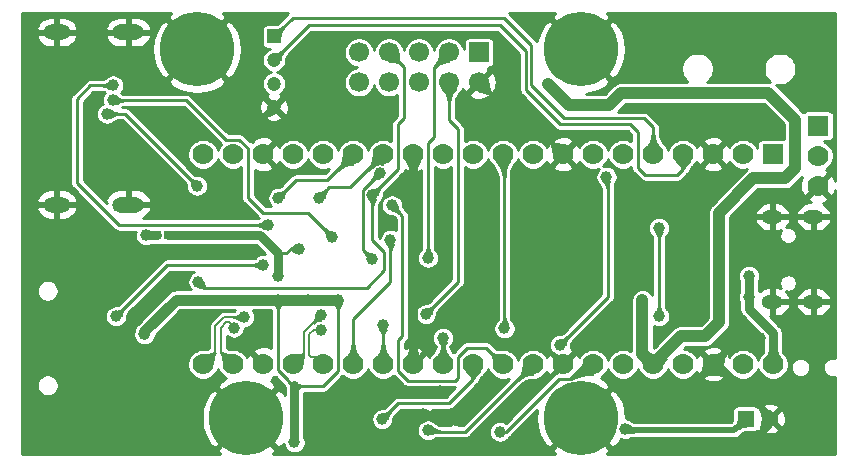
<source format=gbr>
%TF.GenerationSoftware,KiCad,Pcbnew,5.1.5+dfsg1-2build2*%
%TF.CreationDate,2021-04-22T16:13:23+03:00*%
%TF.ProjectId,RP2040-PICO-PC_rev_B,52503230-3430-42d5-9049-434f2d50435f,A*%
%TF.SameCoordinates,Original*%
%TF.FileFunction,Copper,L2,Bot*%
%TF.FilePolarity,Positive*%
%FSLAX46Y46*%
G04 Gerber Fmt 4.6, Leading zero omitted, Abs format (unit mm)*
G04 Created by KiCad (PCBNEW 5.1.5+dfsg1-2build2) date 2021-04-22 16:13:23*
%MOMM*%
%LPD*%
G04 APERTURE LIST*
%TA.AperFunction,SMDPad,CuDef*%
%ADD10R,0.508000X0.762000*%
%TD*%
%TA.AperFunction,ComponentPad*%
%ADD11R,1.778000X1.778000*%
%TD*%
%TA.AperFunction,ComponentPad*%
%ADD12C,1.778000*%
%TD*%
%TA.AperFunction,ComponentPad*%
%ADD13R,1.200000X1.200000*%
%TD*%
%TA.AperFunction,ComponentPad*%
%ADD14C,1.200000*%
%TD*%
%TA.AperFunction,ComponentPad*%
%ADD15C,6.300000*%
%TD*%
%TA.AperFunction,ComponentPad*%
%ADD16R,1.700000X1.700000*%
%TD*%
%TA.AperFunction,ComponentPad*%
%ADD17C,1.700000*%
%TD*%
%TA.AperFunction,ComponentPad*%
%ADD18R,1.400000X1.400000*%
%TD*%
%TA.AperFunction,ComponentPad*%
%ADD19C,1.400000*%
%TD*%
%TA.AperFunction,ComponentPad*%
%ADD20O,2.700000X1.300000*%
%TD*%
%TA.AperFunction,ComponentPad*%
%ADD21O,2.300000X1.300000*%
%TD*%
%TA.AperFunction,ComponentPad*%
%ADD22O,1.800000X1.200000*%
%TD*%
%TA.AperFunction,ViaPad*%
%ADD23C,1.000000*%
%TD*%
%TA.AperFunction,Conductor*%
%ADD24C,0.762000*%
%TD*%
%TA.AperFunction,Conductor*%
%ADD25C,0.254000*%
%TD*%
%TA.AperFunction,Conductor*%
%ADD26C,0.508000*%
%TD*%
%TA.AperFunction,Conductor*%
%ADD27C,1.016000*%
%TD*%
%TA.AperFunction,Conductor*%
%ADD28C,0.889000*%
%TD*%
%TA.AperFunction,Conductor*%
%ADD29C,0.200000*%
%TD*%
%TA.AperFunction,Conductor*%
%ADD30C,0.025400*%
%TD*%
G04 APERTURE END LIST*
D10*
%TO.P,SJ1,2*%
%TO.N,Net-(FUSE1-Pad1)*%
X132080000Y-120396000D03*
%TO.P,SJ1,1*%
%TO.N,+5V*%
X132842000Y-120396000D03*
%TD*%
D11*
%TO.P,DBG1,1*%
%TO.N,/UART0_TX*%
X187960000Y-111125000D03*
D12*
%TO.P,DBG1,2*%
%TO.N,/UART0_RX*%
X187960000Y-113665000D03*
%TO.P,DBG1,3*%
%TO.N,GND*%
X187960000Y-116205000D03*
%TD*%
D13*
%TO.P,CON2,1*%
%TO.N,/I2C1_SCL*%
X141901000Y-103553000D03*
D14*
%TO.P,CON2,2*%
%TO.N,/I2C1_SDA*%
X141901000Y-105553000D03*
%TO.P,CON2,3*%
%TO.N,+3V3*%
X141901000Y-107553000D03*
%TO.P,CON2,4*%
%TO.N,GND*%
X141901000Y-109553000D03*
%TD*%
%TO.P,MH3,GND1*%
%TO.N,GND*%
X165481000Y-104648000D03*
X170307000Y-104648000D03*
X169545000Y-106299000D03*
X166243000Y-106426000D03*
X169545000Y-102997000D03*
X166243000Y-102997000D03*
X167894000Y-107061000D03*
X167894000Y-102235000D03*
D15*
X167894000Y-104648000D03*
%TD*%
D16*
%TO.P,UEXT1,1*%
%TO.N,+3V3*%
X159258000Y-104902000D03*
D17*
%TO.P,UEXT1,2*%
%TO.N,GND*%
X159258000Y-107442000D03*
%TO.P,UEXT1,3*%
%TO.N,/UART1_TX*%
X156718000Y-104902000D03*
%TO.P,UEXT1,4*%
%TO.N,/UART1_RX*%
X156718000Y-107442000D03*
%TO.P,UEXT1,5*%
%TO.N,/I2C0_SCL*%
X154178000Y-104902000D03*
%TO.P,UEXT1,6*%
%TO.N,/I2C0_SDA*%
X154178000Y-107442000D03*
%TO.P,UEXT1,7*%
%TO.N,/SPI0_MISO*%
X151638000Y-104902000D03*
%TO.P,UEXT1,8*%
%TO.N,/SPI0_MOSI*%
X151638000Y-107442000D03*
%TO.P,UEXT1,9*%
%TO.N,/SPI0_CLK*%
X149098000Y-104902000D03*
%TO.P,UEXT1,10*%
%TO.N,/SPI0_CSn0*%
X149098000Y-107442000D03*
%TD*%
D18*
%TO.P,BAT_CON1,1*%
%TO.N,+BATT*%
X181851300Y-135910320D03*
D19*
%TO.P,BAT_CON1,2*%
%TO.N,GND*%
X183880760Y-135907780D03*
%TD*%
D12*
%TO.P,U2,36*%
%TO.N,+3V3*%
X173990000Y-131318000D03*
%TO.P,U2,38*%
%TO.N,GND*%
X179070000Y-131318000D03*
%TO.P,U2,24*%
%TO.N,/PICO_D1-*%
X143510000Y-131318000D03*
%TO.P,U2,30*%
%TO.N,/nRESET*%
X158750000Y-131318000D03*
%TO.P,U2,11*%
%TO.N,/I2C0_SDA*%
X158750000Y-113538000D03*
%TO.P,U2,17*%
%TO.N,/PICO_CK+*%
X143510000Y-113538000D03*
%TO.P,U2,29*%
%TO.N,/SPI0_CSn1*%
X156210000Y-131318000D03*
%TO.P,U2,3*%
%TO.N,GND*%
X179070000Y-113538000D03*
%TO.P,U2,16*%
%TO.N,/PICO_CK-*%
X146050000Y-113538000D03*
%TO.P,U2,6*%
%TO.N,/SPI0_MISO*%
X171450000Y-113538000D03*
%TO.P,U2,4*%
%TO.N,/I2C1_SDA*%
X176530000Y-113538000D03*
%TO.P,U2,40*%
%TO.N,+5V*%
X184150000Y-131318000D03*
%TO.P,U2,14*%
%TO.N,/I2C1A_SCL_33*%
X151130000Y-113538000D03*
%TO.P,U2,20*%
%TO.N,/PICO_D0+*%
X135890000Y-113538000D03*
%TO.P,U2,35*%
%TO.N,Net-(U2-Pad35)*%
X171450000Y-131318000D03*
%TO.P,U2,5*%
%TO.N,/I2C1_SCL*%
X173990000Y-113538000D03*
%TO.P,U2,13*%
%TO.N,GND*%
X153670000Y-113538000D03*
%TO.P,U2,18*%
X140970000Y-113538000D03*
%TO.P,U2,19*%
%TO.N,/PICO_D0-*%
X138430000Y-113538000D03*
%TO.P,U2,32*%
%TO.N,/PWM_R*%
X163830000Y-131318000D03*
%TO.P,U2,22*%
%TO.N,/PICO_D2+*%
X138430000Y-131318000D03*
%TO.P,U2,37*%
%TO.N,Net-(U2-Pad37)*%
X176530000Y-131318000D03*
%TO.P,U2,27*%
%TO.N,/UART1_RX*%
X151130000Y-131318000D03*
%TO.P,U2,25*%
%TO.N,/PICO_D1+*%
X146050000Y-131318000D03*
%TO.P,U2,26*%
%TO.N,/UART1_TX*%
X148590000Y-131318000D03*
%TO.P,U2,23*%
%TO.N,GND*%
X140970000Y-131318000D03*
D11*
%TO.P,U2,1*%
%TO.N,/UART0_TX*%
X184150000Y-113538000D03*
D12*
%TO.P,U2,2*%
%TO.N,/UART0_RX*%
X181610000Y-113538000D03*
%TO.P,U2,7*%
%TO.N,/SPI0_CSn0*%
X168910000Y-113538000D03*
%TO.P,U2,12*%
%TO.N,/I2C0_SCL*%
X156210000Y-113538000D03*
%TO.P,U2,21*%
%TO.N,/PICO_D2-*%
X135890000Y-131318000D03*
%TO.P,U2,28*%
%TO.N,GND*%
X153670000Y-131318000D03*
%TO.P,U2,15*%
%TO.N,/I2C1A_SDA_33*%
X148590000Y-113538000D03*
%TO.P,U2,39*%
%TO.N,/VSYS*%
X181610000Y-131318000D03*
%TO.P,U2,31*%
%TO.N,/DVI_CEC*%
X161290000Y-131318000D03*
%TO.P,U2,10*%
%TO.N,/SPI0_MOSI*%
X161290000Y-113538000D03*
%TO.P,U2,9*%
%TO.N,/SPI0_CLK*%
X163830000Y-113538000D03*
%TO.P,U2,33*%
%TO.N,GND*%
X166370000Y-131318000D03*
%TO.P,U2,8*%
X166370000Y-113538000D03*
%TO.P,U2,34*%
%TO.N,/PWM_L*%
X168910000Y-131318000D03*
%TD*%
D20*
%TO.P,HDMI1,0*%
%TO.N,GND*%
X129568000Y-103190000D03*
X129568000Y-117790000D03*
D21*
X123518000Y-117790000D03*
X123518000Y-103190000D03*
%TD*%
D22*
%TO.P,USB1,0*%
%TO.N,GND*%
X187575000Y-126028000D03*
X184105000Y-126028000D03*
X184105000Y-118828000D03*
X187575000Y-118828000D03*
%TD*%
D14*
%TO.P,MH1,GND1*%
%TO.N,GND*%
X132969000Y-104648000D03*
X137795000Y-104648000D03*
X137033000Y-106299000D03*
X133731000Y-106426000D03*
X137033000Y-102997000D03*
X133731000Y-102997000D03*
X135382000Y-107061000D03*
X135382000Y-102235000D03*
D15*
X135382000Y-104648000D03*
%TD*%
D14*
%TO.P,MH2,GND1*%
%TO.N,GND*%
X137160000Y-135890000D03*
X141986000Y-135890000D03*
X141224000Y-137541000D03*
X137922000Y-137668000D03*
X141224000Y-134239000D03*
X137922000Y-134239000D03*
X139573000Y-138303000D03*
X139573000Y-133477000D03*
D15*
X139573000Y-135890000D03*
%TD*%
D14*
%TO.P,MH4,GND1*%
%TO.N,GND*%
X165481000Y-135890000D03*
X170307000Y-135890000D03*
X169545000Y-137541000D03*
X166243000Y-137668000D03*
X169545000Y-134239000D03*
X166243000Y-134239000D03*
X167894000Y-138303000D03*
X167894000Y-133477000D03*
D15*
X167894000Y-135890000D03*
%TD*%
D23*
%TO.N,GND*%
X157607000Y-136144000D03*
X154559000Y-135509000D03*
X127762000Y-116078000D03*
X127762000Y-111506000D03*
X127762000Y-114554000D03*
X127762000Y-113030000D03*
X181102000Y-118872000D03*
X161163000Y-138557000D03*
X175895000Y-135382000D03*
X171069000Y-138557000D03*
X183038750Y-129127250D03*
X171577000Y-129667000D03*
X177292000Y-118872000D03*
X175387000Y-111887000D03*
X177165000Y-126238000D03*
X164338000Y-127381000D03*
X158115000Y-127127000D03*
X140970000Y-128397000D03*
X145161000Y-108839000D03*
X159385000Y-120015000D03*
X156083000Y-119126000D03*
X166370000Y-120015000D03*
X126873000Y-131445000D03*
X128016000Y-137922000D03*
X122174000Y-128778000D03*
X123190000Y-111887000D03*
X123190000Y-114427000D03*
X155956000Y-133604000D03*
X146050000Y-136017000D03*
X148209000Y-136779000D03*
X148463000Y-110109000D03*
X156246340Y-138020393D03*
X140081000Y-111379000D03*
X160655000Y-132969000D03*
X163703000Y-133096000D03*
X138684000Y-118237000D03*
X136779000Y-121793000D03*
X130810000Y-126365000D03*
%TO.N,+5V*%
X182118000Y-125603000D03*
X182118000Y-123825000D03*
X142240000Y-123825000D03*
X144018000Y-121539000D03*
%TO.N,+BATT*%
X171640500Y-136804400D03*
%TO.N,+3V3*%
X181737000Y-108331000D03*
X142240000Y-125857000D03*
X147320000Y-125857000D03*
X173101000Y-125857000D03*
X165100000Y-107569000D03*
X166116000Y-108585000D03*
X144780000Y-125857000D03*
X143637000Y-137922000D03*
X173101000Y-127381000D03*
X130937000Y-128778000D03*
%TO.N,/nRESET*%
X151066500Y-135953500D03*
%TO.N,/PICO_D2-*%
X139379942Y-127320058D03*
%TO.N,/PICO_D1-*%
X145864800Y-127137000D03*
%TO.N,/PICO_D2+*%
X138496058Y-128203942D03*
%TO.N,/PICO_D1+*%
X145864800Y-128387000D03*
%TO.N,/UART1_TX*%
X154940000Y-122301000D03*
X151765000Y-120777000D03*
%TO.N,/UART1_RX*%
X154754200Y-127068200D03*
X151130000Y-128016000D03*
%TO.N,Net-(C3-Pad2)*%
X166116000Y-129667000D03*
X170053000Y-115443000D03*
%TO.N,Net-(C6-Pad2)*%
X174498000Y-127254000D03*
X174498000Y-119761000D03*
%TO.N,/DVI_CEC*%
X151892000Y-117856000D03*
%TO.N,/SPI0_MISO*%
X150241000Y-116959029D03*
X135509000Y-124333000D03*
%TO.N,/SPI0_CLK*%
X128524000Y-127254000D03*
X140998549Y-122907451D03*
X150241000Y-122428000D03*
X150846300Y-115104723D03*
%TO.N,/SPI0_MOSI*%
X161417000Y-128270000D03*
%TO.N,/SPI0_CSn1*%
X156210000Y-129090800D03*
%TO.N,/PWM_R*%
X154940000Y-136906000D03*
%TO.N,/PWM_L*%
X161036000Y-137033000D03*
%TO.N,Net-(FUSE1-Pad1)*%
X131064000Y-120396000D03*
%TO.N,/I2C1A_SCL_33*%
X145692798Y-117221000D03*
%TO.N,/I2C1A_SCL_5*%
X128270000Y-108966000D03*
X146812000Y-120523000D03*
%TO.N,/I2C1A_SDA_33*%
X142263786Y-117221000D03*
%TO.N,/I2C1A_SDA_5*%
X128270000Y-107696000D03*
X141363041Y-119526040D03*
%TO.N,Net-(HDMI1-Pad13)*%
X127762000Y-110108998D03*
X135382000Y-116205000D03*
%TD*%
D24*
%TO.N,GND*%
X153670000Y-131318000D02*
X153670000Y-113538000D01*
D25*
X153670000Y-113538000D02*
X154305000Y-113538000D01*
D26*
X156464000Y-136144000D02*
X157607000Y-136144000D01*
X154559000Y-135509000D02*
X155829000Y-135509000D01*
X155829000Y-135509000D02*
X156464000Y-136144000D01*
X175895000Y-135382000D02*
X175895000Y-134493000D01*
X175895000Y-134493000D02*
X179070000Y-131318000D01*
X183880760Y-135684260D02*
X183880760Y-135907780D01*
X179070000Y-131318000D02*
X179514500Y-131318000D01*
X179514500Y-131318000D02*
X183880760Y-135684260D01*
X183038750Y-129127250D02*
X181260750Y-129127250D01*
X181260750Y-129127250D02*
X179070000Y-131318000D01*
X171704000Y-129540000D02*
X171577000Y-129667000D01*
D25*
X163957000Y-112141000D02*
X159258000Y-107442000D01*
X166370000Y-113538000D02*
X164973000Y-112141000D01*
X164973000Y-112141000D02*
X163957000Y-112141000D01*
D26*
X183880760Y-136484360D02*
X183880760Y-135907780D01*
X182189120Y-138176000D02*
X183880760Y-136484360D01*
X171069000Y-138557000D02*
X171450000Y-138176000D01*
X171450000Y-138176000D02*
X182189120Y-138176000D01*
X140081000Y-111373000D02*
X141901000Y-109553000D01*
X140081000Y-111379000D02*
X140081000Y-111373000D01*
D24*
%TO.N,+5V*%
X184150000Y-128651000D02*
X184150000Y-131318000D01*
X182118000Y-123825000D02*
X182118000Y-126619000D01*
X182118000Y-126619000D02*
X184150000Y-128651000D01*
X140716000Y-120396000D02*
X132969009Y-120396000D01*
X142240000Y-121920000D02*
X140716000Y-120396000D01*
X142240000Y-123825000D02*
X142240000Y-121920000D01*
D25*
X142929894Y-121920000D02*
X142240000Y-121920000D01*
X143310894Y-121539000D02*
X142929894Y-121920000D01*
X144018000Y-121539000D02*
X143310894Y-121539000D01*
D26*
%TO.N,+BATT*%
X171742100Y-136906000D02*
X180855620Y-136906000D01*
X180855620Y-136906000D02*
X181851300Y-135910320D01*
X171640500Y-136804400D02*
X171742100Y-136906000D01*
D27*
%TO.N,+3V3*%
X173101000Y-130429000D02*
X173101000Y-125857000D01*
X173990000Y-131318000D02*
X173101000Y-130429000D01*
X171323000Y-108331000D02*
X181737000Y-108331000D01*
X170307000Y-109347000D02*
X171323000Y-108331000D01*
X166878000Y-109347000D02*
X170307000Y-109347000D01*
X165100000Y-107569000D02*
X166878000Y-109347000D01*
X185166000Y-115570000D02*
X186055000Y-114681000D01*
X178435000Y-128905000D02*
X179578000Y-127762000D01*
X173990000Y-131318000D02*
X176403000Y-128905000D01*
X179578000Y-118491000D02*
X182499000Y-115570000D01*
X183769000Y-108331000D02*
X181737000Y-108331000D01*
X179578000Y-127762000D02*
X179578000Y-118491000D01*
X186055000Y-110617000D02*
X183769000Y-108331000D01*
X186055000Y-114681000D02*
X186055000Y-110617000D01*
X176403000Y-128905000D02*
X178435000Y-128905000D01*
X182499000Y-115570000D02*
X185166000Y-115570000D01*
D25*
X147320000Y-131889500D02*
X147320000Y-125857000D01*
X146050000Y-133159500D02*
X147320000Y-131889500D01*
X143637000Y-133032500D02*
X144018000Y-133032500D01*
X144145000Y-133159500D02*
X146050000Y-133159500D01*
X144018000Y-133032500D02*
X144145000Y-133159500D01*
D24*
X143637000Y-133477000D02*
X143637000Y-133032500D01*
D25*
X143827500Y-133477000D02*
X144145000Y-133159500D01*
X143637000Y-133477000D02*
X143827500Y-133477000D01*
X143637000Y-133032500D02*
X143827500Y-133032500D01*
X142240000Y-131826000D02*
X142240000Y-125857000D01*
X143065500Y-132651500D02*
X142240000Y-131826000D01*
X143129000Y-132715000D02*
X143129000Y-132651500D01*
X143637000Y-133032500D02*
X143446500Y-133032500D01*
X143446500Y-133032500D02*
X143129000Y-132715000D01*
D24*
X143637000Y-137922000D02*
X143637000Y-133477000D01*
D28*
X147320000Y-125857000D02*
X142240000Y-125857000D01*
X142240000Y-125857000D02*
X133604000Y-125857000D01*
X130937000Y-128524000D02*
X130937000Y-128778000D01*
X133604000Y-125857000D02*
X130937000Y-128524000D01*
D25*
%TO.N,/nRESET*%
X158750000Y-132575235D02*
X158750000Y-131318000D01*
X152400000Y-134620000D02*
X156705235Y-134620000D01*
X156705235Y-134620000D02*
X158750000Y-132575235D01*
X151066500Y-135953500D02*
X152400000Y-134620000D01*
D29*
%TO.N,/PICO_D2-*%
X136935000Y-130273000D02*
X135890000Y-131318000D01*
X136935000Y-128049800D02*
X136935000Y-130273000D01*
X139379942Y-127320058D02*
X137664742Y-127320058D01*
X137664742Y-127320058D02*
X136935000Y-128049800D01*
%TO.N,/PICO_D1-*%
X144399000Y-130429000D02*
X143510000Y-131318000D01*
X144428000Y-130429000D02*
X144399000Y-130429000D01*
X144428000Y-128573800D02*
X144428000Y-130429000D01*
X145864800Y-127137000D02*
X144428000Y-128573800D01*
%TO.N,/PICO_D2+*%
X138062174Y-127770058D02*
X137851142Y-127770058D01*
X138496058Y-128203942D02*
X138062174Y-127770058D01*
X137385000Y-130273000D02*
X138430000Y-131318000D01*
X137385000Y-128236200D02*
X137385000Y-130273000D01*
X137851142Y-127770058D02*
X137385000Y-128236200D01*
%TO.N,/PICO_D1+*%
X145415000Y-130683000D02*
X146050000Y-131318000D01*
X145034000Y-130683000D02*
X145415000Y-130683000D01*
X144878000Y-128760197D02*
X144878000Y-130527000D01*
X145251197Y-128387000D02*
X144878000Y-128760197D01*
X144878000Y-130527000D02*
X145034000Y-130683000D01*
X145864800Y-128387000D02*
X145251197Y-128387000D01*
D26*
%TO.N,/UART1_TX*%
X156718000Y-104902000D02*
X156718000Y-104521000D01*
D25*
X156718000Y-104902000D02*
X156718000Y-105283000D01*
X151765000Y-120777000D02*
X151765000Y-124333000D01*
X148590000Y-127508000D02*
X148590000Y-131318000D01*
X151765000Y-124333000D02*
X148590000Y-127508000D01*
X154940000Y-112574598D02*
X154940000Y-122301000D01*
X155448000Y-112066598D02*
X154940000Y-112574598D01*
X155448000Y-106172000D02*
X155448000Y-112066598D01*
X156718000Y-104902000D02*
X155448000Y-106172000D01*
%TO.N,/UART1_RX*%
X151130000Y-128723106D02*
X151130000Y-131318000D01*
X151130000Y-128016000D02*
X151130000Y-128723106D01*
X157480000Y-124342400D02*
X154754200Y-127068200D01*
X157480000Y-111408540D02*
X157480000Y-124342400D01*
X156718000Y-110646540D02*
X157480000Y-111408540D01*
X156718000Y-107442000D02*
X156718000Y-110646540D01*
%TO.N,/I2C1_SCL*%
X173990000Y-111252000D02*
X173990000Y-113538000D01*
X173228000Y-110490000D02*
X173990000Y-111252000D01*
X166497000Y-110490000D02*
X173228000Y-110490000D01*
X163703000Y-104267000D02*
X163703000Y-107696000D01*
X161417000Y-101981000D02*
X163703000Y-104267000D01*
X143473000Y-101981000D02*
X161417000Y-101981000D01*
X163703000Y-107696000D02*
X166497000Y-110490000D01*
X141901000Y-103553000D02*
X143473000Y-101981000D01*
%TO.N,Net-(C3-Pad2)*%
X170180000Y-125603000D02*
X166116000Y-129667000D01*
X170053000Y-115443000D02*
X170180000Y-115570000D01*
X170180000Y-115570000D02*
X170180000Y-125603000D01*
%TO.N,Net-(C6-Pad2)*%
X174498000Y-119761000D02*
X174498000Y-127254000D01*
%TO.N,/I2C1_SDA*%
X176022000Y-115316000D02*
X176530000Y-114808000D01*
X172720000Y-111633000D02*
X172720000Y-114681000D01*
X172720000Y-114681000D02*
X173355000Y-115316000D01*
X172085000Y-110998000D02*
X172720000Y-111633000D01*
X166116000Y-110998000D02*
X172085000Y-110998000D01*
X163245790Y-108127790D02*
X166116000Y-110998000D01*
X163245790Y-104825790D02*
X163245790Y-108127790D01*
X176530000Y-114808000D02*
X176530000Y-113538000D01*
X173355000Y-115316000D02*
X176022000Y-115316000D01*
X161036000Y-102616000D02*
X163245790Y-104825790D01*
X144838000Y-102616000D02*
X161036000Y-102616000D01*
X141901000Y-105553000D02*
X144838000Y-102616000D01*
%TO.N,/DVI_CEC*%
X159893000Y-129921000D02*
X160401001Y-130429001D01*
X157480000Y-132461000D02*
X157480000Y-130683000D01*
X152400000Y-131852418D02*
X153262582Y-132715000D01*
X160401001Y-130429001D02*
X161290000Y-131318000D01*
X158242000Y-129921000D02*
X159893000Y-129921000D01*
X153262582Y-132715000D02*
X157226000Y-132715000D01*
X152400000Y-129286000D02*
X152400000Y-131852418D01*
X152781000Y-128905000D02*
X152400000Y-129286000D01*
X157480000Y-130683000D02*
X158242000Y-129921000D01*
X157226000Y-132715000D02*
X157480000Y-132461000D01*
X152781000Y-118745000D02*
X152781000Y-128905000D01*
X151892000Y-117856000D02*
X152781000Y-118745000D01*
%TO.N,/SPI0_MISO*%
X152487999Y-105751999D02*
X151638000Y-104902000D01*
X152908000Y-106172000D02*
X152487999Y-105751999D01*
X152908000Y-110490000D02*
X152908000Y-106172000D01*
X152400000Y-110998000D02*
X152908000Y-110490000D01*
X152400000Y-114800029D02*
X152400000Y-110998000D01*
X150241000Y-116959029D02*
X152400000Y-114800029D01*
X150241000Y-120777000D02*
X150241000Y-116959029D01*
X151257000Y-123317000D02*
X151257000Y-121793000D01*
X149741001Y-124832999D02*
X151257000Y-123317000D01*
X136008999Y-124832999D02*
X149741001Y-124832999D01*
X151257000Y-121793000D02*
X150241000Y-120777000D01*
X135509000Y-124333000D02*
X136008999Y-124832999D01*
%TO.N,/SPI0_CLK*%
X132870549Y-122907451D02*
X140998549Y-122907451D01*
X128524000Y-127254000D02*
X132870549Y-122907451D01*
X149410799Y-116540224D02*
X150846300Y-115104723D01*
X149410799Y-121597799D02*
X149410799Y-116540224D01*
X150241000Y-122428000D02*
X149410799Y-121597799D01*
%TO.N,/SPI0_MOSI*%
X161417000Y-113665000D02*
X161290000Y-113538000D01*
X161417000Y-128270000D02*
X161417000Y-113665000D01*
%TO.N,/SPI0_CSn1*%
X156210000Y-129090800D02*
X156210000Y-131318000D01*
%TO.N,/PWM_R*%
X158115000Y-137033000D02*
X163830000Y-131318000D01*
X154940000Y-136906000D02*
X155067000Y-137033000D01*
X155067000Y-137033000D02*
X158115000Y-137033000D01*
%TO.N,/PWM_L*%
X168158160Y-131318000D02*
X168910000Y-131318000D01*
X166938960Y-132537200D02*
X168158160Y-131318000D01*
X166039800Y-132537200D02*
X166938960Y-132537200D01*
X161036000Y-137033000D02*
X161544000Y-137033000D01*
X161544000Y-137033000D02*
X166039800Y-132537200D01*
D24*
%TO.N,Net-(FUSE1-Pad1)*%
X131064000Y-120396000D02*
X132003799Y-120396000D01*
D25*
%TO.N,/I2C1A_SCL_33*%
X148336000Y-116332000D02*
X151130000Y-113538000D01*
X146581798Y-116332000D02*
X145692798Y-117221000D01*
X148336000Y-116332000D02*
X146581798Y-116332000D01*
%TO.N,/I2C1A_SCL_5*%
X144780000Y-118491000D02*
X146812000Y-120523000D01*
X140970000Y-118491000D02*
X144780000Y-118491000D01*
X139700000Y-117221000D02*
X140970000Y-118491000D01*
X139700000Y-113041593D02*
X139700000Y-117221000D01*
X138977206Y-112318799D02*
X139700000Y-113041593D01*
X137834205Y-112318799D02*
X138977206Y-112318799D01*
X134481406Y-108966000D02*
X137834205Y-112318799D01*
X128270000Y-108966000D02*
X134481406Y-108966000D01*
%TO.N,/I2C1A_SDA_33*%
X146431000Y-115697000D02*
X143787786Y-115697000D01*
X143787786Y-115697000D02*
X142263786Y-117221000D01*
X148590000Y-113538000D02*
X146431000Y-115697000D01*
%TO.N,/I2C1A_SDA_5*%
X133962738Y-119526040D02*
X141363041Y-119526040D01*
X128797040Y-119526040D02*
X133962738Y-119526040D01*
X125222000Y-115951000D02*
X128797040Y-119526040D01*
X125222000Y-108839000D02*
X125222000Y-115951000D01*
X126365000Y-107696000D02*
X125222000Y-108839000D01*
X128270000Y-107696000D02*
X126365000Y-107696000D01*
%TO.N,Net-(HDMI1-Pad13)*%
X134882001Y-115705001D02*
X135382000Y-116205000D01*
X129285998Y-110108998D02*
X134882001Y-115705001D01*
X127762000Y-110108998D02*
X129285998Y-110108998D01*
%TD*%
%TO.N,GND*%
G36*
X132896271Y-101982666D02*
G01*
X135382000Y-104468395D01*
X137867729Y-101982666D01*
X137557895Y-101558800D01*
X143106611Y-101558800D01*
X143075957Y-101583957D01*
X143058462Y-101605275D01*
X142318662Y-102345075D01*
X142274345Y-102386399D01*
X142236062Y-102417194D01*
X142198357Y-102443013D01*
X142160980Y-102464423D01*
X142123491Y-102481961D01*
X142085285Y-102496066D01*
X142045668Y-102507011D01*
X142003883Y-102514895D01*
X141964069Y-102519111D01*
X141301000Y-102519111D01*
X141216352Y-102527448D01*
X141134958Y-102552139D01*
X141059944Y-102592234D01*
X140994194Y-102646194D01*
X140940234Y-102711944D01*
X140900139Y-102786958D01*
X140875448Y-102868352D01*
X140867111Y-102953000D01*
X140867111Y-104153000D01*
X140875448Y-104237648D01*
X140900139Y-104319042D01*
X140940234Y-104394056D01*
X140994194Y-104459806D01*
X141059944Y-104513766D01*
X141134958Y-104553861D01*
X141216352Y-104578552D01*
X141301000Y-104586889D01*
X141537176Y-104586889D01*
X141412260Y-104638631D01*
X141243266Y-104751549D01*
X141099549Y-104895266D01*
X140986631Y-105064260D01*
X140908852Y-105252035D01*
X140869200Y-105451377D01*
X140869200Y-105654623D01*
X140908852Y-105853965D01*
X140986631Y-106041740D01*
X141099549Y-106210734D01*
X141243266Y-106354451D01*
X141412260Y-106467369D01*
X141600035Y-106545148D01*
X141639509Y-106553000D01*
X141600035Y-106560852D01*
X141412260Y-106638631D01*
X141243266Y-106751549D01*
X141099549Y-106895266D01*
X140986631Y-107064260D01*
X140908852Y-107252035D01*
X140869200Y-107451377D01*
X140869200Y-107654623D01*
X140908852Y-107853965D01*
X140986631Y-108041740D01*
X141099549Y-108210734D01*
X141243266Y-108354451D01*
X141364148Y-108435222D01*
X141354582Y-108438798D01*
X141278148Y-108479652D01*
X141230841Y-108703236D01*
X141816616Y-109289011D01*
X141533462Y-109365067D01*
X141051236Y-108882841D01*
X140827652Y-108930148D01*
X140726763Y-109151516D01*
X140671000Y-109388313D01*
X140662505Y-109631438D01*
X140701605Y-109871549D01*
X140786798Y-110099418D01*
X140827652Y-110175852D01*
X141051236Y-110223159D01*
X141130740Y-110143656D01*
X141310345Y-110323261D01*
X141230841Y-110402764D01*
X141278148Y-110626348D01*
X141499516Y-110727237D01*
X141736313Y-110783000D01*
X141979438Y-110791495D01*
X142219549Y-110752395D01*
X142447418Y-110667202D01*
X142523852Y-110626348D01*
X142571159Y-110402764D01*
X142088933Y-109920538D01*
X142164989Y-109637384D01*
X142750764Y-110223159D01*
X142974348Y-110175852D01*
X143075237Y-109954484D01*
X143131000Y-109717687D01*
X143139495Y-109474562D01*
X143100395Y-109234451D01*
X143015202Y-109006582D01*
X142974348Y-108930148D01*
X142750764Y-108882841D01*
X142226969Y-109406636D01*
X142235785Y-109373813D01*
X142239056Y-109357368D01*
X142239855Y-109332485D01*
X142235785Y-109307923D01*
X142227001Y-109284628D01*
X142213841Y-109263494D01*
X142196811Y-109245333D01*
X142176565Y-109230844D01*
X142153882Y-109220583D01*
X142129632Y-109214944D01*
X142104749Y-109214145D01*
X142080187Y-109218215D01*
X142047364Y-109227031D01*
X142571159Y-108703236D01*
X142523852Y-108479652D01*
X142433194Y-108438334D01*
X142558734Y-108354451D01*
X142702451Y-108210734D01*
X142815369Y-108041740D01*
X142893148Y-107853965D01*
X142932800Y-107654623D01*
X142932800Y-107451377D01*
X142893148Y-107252035D01*
X142815369Y-107064260D01*
X142702451Y-106895266D01*
X142558734Y-106751549D01*
X142389740Y-106638631D01*
X142201965Y-106560852D01*
X142162491Y-106553000D01*
X142201965Y-106545148D01*
X142389740Y-106467369D01*
X142558734Y-106354451D01*
X142702451Y-106210734D01*
X142815369Y-106041740D01*
X142893148Y-105853965D01*
X142932800Y-105654623D01*
X142932800Y-105551844D01*
X142934375Y-105494774D01*
X142939104Y-105450116D01*
X142946988Y-105408331D01*
X142957934Y-105368713D01*
X142972038Y-105330510D01*
X142989577Y-105293019D01*
X143010986Y-105255642D01*
X143036805Y-105217937D01*
X143067600Y-105179654D01*
X143108924Y-105135338D01*
X145069462Y-103174800D01*
X160804538Y-103174800D01*
X162686990Y-105057253D01*
X162686991Y-108100338D01*
X162684287Y-108127790D01*
X162695077Y-108237334D01*
X162727029Y-108342667D01*
X162768245Y-108419777D01*
X162778918Y-108439744D01*
X162848748Y-108524833D01*
X162870066Y-108542328D01*
X165701462Y-111373725D01*
X165718957Y-111395043D01*
X165804046Y-111464873D01*
X165901122Y-111516761D01*
X166006456Y-111548714D01*
X166088556Y-111556800D01*
X166088558Y-111556800D01*
X166116000Y-111559503D01*
X166143442Y-111556800D01*
X171853538Y-111556800D01*
X172161200Y-111864463D01*
X172161200Y-112424696D01*
X172075634Y-112367522D01*
X171835263Y-112267957D01*
X171580087Y-112217200D01*
X171319913Y-112217200D01*
X171064737Y-112267957D01*
X170824366Y-112367522D01*
X170608039Y-112512067D01*
X170424067Y-112696039D01*
X170279522Y-112912366D01*
X170180000Y-113152633D01*
X170080478Y-112912366D01*
X169935933Y-112696039D01*
X169751961Y-112512067D01*
X169535634Y-112367522D01*
X169295263Y-112267957D01*
X169040087Y-112217200D01*
X168779913Y-112217200D01*
X168524737Y-112267957D01*
X168284366Y-112367522D01*
X168068039Y-112512067D01*
X167884067Y-112696039D01*
X167756137Y-112887500D01*
X167679289Y-112743727D01*
X167426231Y-112661374D01*
X166692898Y-113394707D01*
X166616842Y-113111553D01*
X167246626Y-112481769D01*
X167164273Y-112228711D01*
X166893582Y-112098914D01*
X166602770Y-112024420D01*
X166303012Y-112008092D01*
X166005829Y-112050557D01*
X165722641Y-112150184D01*
X165575727Y-112228711D01*
X165552288Y-112300737D01*
X165548313Y-112298462D01*
X165445596Y-112228165D01*
X165345764Y-112147889D01*
X165245601Y-112054501D01*
X165229552Y-112041793D01*
X165207596Y-112030057D01*
X165183771Y-112022830D01*
X165158995Y-112020390D01*
X165134219Y-112022830D01*
X165110394Y-112030057D01*
X165088438Y-112041793D01*
X165069192Y-112057587D01*
X164889587Y-112237192D01*
X164876326Y-112252787D01*
X164863829Y-112274320D01*
X164855773Y-112297876D01*
X164852468Y-112322552D01*
X164854040Y-112347399D01*
X164860429Y-112371462D01*
X164871390Y-112393815D01*
X164886501Y-112413601D01*
X164979889Y-112513764D01*
X165060165Y-112613596D01*
X165130462Y-112716313D01*
X165132737Y-112720288D01*
X165060711Y-112743727D01*
X164988467Y-112894391D01*
X164855933Y-112696039D01*
X164671961Y-112512067D01*
X164455634Y-112367522D01*
X164215263Y-112267957D01*
X163960087Y-112217200D01*
X163699913Y-112217200D01*
X163444737Y-112267957D01*
X163204366Y-112367522D01*
X162988039Y-112512067D01*
X162804067Y-112696039D01*
X162659522Y-112912366D01*
X162560000Y-113152633D01*
X162460478Y-112912366D01*
X162315933Y-112696039D01*
X162131961Y-112512067D01*
X161915634Y-112367522D01*
X161675263Y-112267957D01*
X161420087Y-112217200D01*
X161159913Y-112217200D01*
X160904737Y-112267957D01*
X160664366Y-112367522D01*
X160448039Y-112512067D01*
X160264067Y-112696039D01*
X160119522Y-112912366D01*
X160020000Y-113152633D01*
X159920478Y-112912366D01*
X159775933Y-112696039D01*
X159591961Y-112512067D01*
X159375634Y-112367522D01*
X159135263Y-112267957D01*
X158880087Y-112217200D01*
X158619913Y-112217200D01*
X158364737Y-112267957D01*
X158124366Y-112367522D01*
X158038800Y-112424695D01*
X158038800Y-111435984D01*
X158041503Y-111408540D01*
X158030714Y-111298995D01*
X157998761Y-111193662D01*
X157946873Y-111096585D01*
X157901089Y-111040798D01*
X157877043Y-111011497D01*
X157855724Y-110994002D01*
X157276800Y-110415078D01*
X157276800Y-109195018D01*
X157280662Y-109084624D01*
X157291199Y-108987579D01*
X157308339Y-108896096D01*
X157331866Y-108809578D01*
X157361709Y-108727351D01*
X157397986Y-108648683D01*
X157441018Y-108572849D01*
X157491245Y-108499302D01*
X157549254Y-108427573D01*
X157621459Y-108351280D01*
X157713639Y-108259100D01*
X157853916Y-108049160D01*
X157877496Y-107992234D01*
X157907081Y-108075747D01*
X157980528Y-108213157D01*
X158229603Y-108290792D01*
X158943052Y-107577343D01*
X159019107Y-107860498D01*
X158409208Y-108470397D01*
X158486843Y-108719472D01*
X158750883Y-108845371D01*
X159034411Y-108917339D01*
X159326531Y-108932611D01*
X159616019Y-108890599D01*
X159891747Y-108792919D01*
X160029157Y-108719472D01*
X160052641Y-108644128D01*
X160127422Y-108695309D01*
X160221345Y-108770833D01*
X160315821Y-108858921D01*
X160331871Y-108871630D01*
X160353827Y-108883366D01*
X160377652Y-108890593D01*
X160402428Y-108893033D01*
X160427204Y-108890593D01*
X160451029Y-108883366D01*
X160472985Y-108871630D01*
X160492231Y-108855836D01*
X160671836Y-108676231D01*
X160685098Y-108660635D01*
X160697594Y-108639102D01*
X160705650Y-108615545D01*
X160708955Y-108590869D01*
X160707383Y-108566023D01*
X160700994Y-108541960D01*
X160690032Y-108519607D01*
X160674921Y-108499821D01*
X160586833Y-108405345D01*
X160511309Y-108311422D01*
X160460128Y-108236641D01*
X160535472Y-108213157D01*
X160661371Y-107949117D01*
X160733339Y-107665589D01*
X160748611Y-107373469D01*
X160706599Y-107083981D01*
X160608919Y-106808253D01*
X160535472Y-106670843D01*
X160286397Y-106593208D01*
X159676498Y-107203107D01*
X159393343Y-107127052D01*
X160106792Y-106413603D01*
X160035815Y-106185889D01*
X160108000Y-106185889D01*
X160192648Y-106177552D01*
X160274042Y-106152861D01*
X160349056Y-106112766D01*
X160414806Y-106058806D01*
X160468766Y-105993056D01*
X160508861Y-105918042D01*
X160533552Y-105836648D01*
X160541889Y-105752000D01*
X160541889Y-104052000D01*
X160533552Y-103967352D01*
X160508861Y-103885958D01*
X160468766Y-103810944D01*
X160414806Y-103745194D01*
X160349056Y-103691234D01*
X160274042Y-103651139D01*
X160192648Y-103626448D01*
X160108000Y-103618111D01*
X158408000Y-103618111D01*
X158323352Y-103626448D01*
X158241958Y-103651139D01*
X158166944Y-103691234D01*
X158101194Y-103745194D01*
X158047234Y-103810944D01*
X158007139Y-103885958D01*
X157982448Y-103967352D01*
X157974111Y-104052000D01*
X157974111Y-104646607D01*
X157950541Y-104528113D01*
X157853916Y-104294840D01*
X157713639Y-104084900D01*
X157535100Y-103906361D01*
X157325160Y-103766084D01*
X157091887Y-103669459D01*
X156844246Y-103620200D01*
X156591754Y-103620200D01*
X156344113Y-103669459D01*
X156110840Y-103766084D01*
X155900900Y-103906361D01*
X155722361Y-104084900D01*
X155582084Y-104294840D01*
X155485459Y-104528113D01*
X155448000Y-104716432D01*
X155410541Y-104528113D01*
X155313916Y-104294840D01*
X155173639Y-104084900D01*
X154995100Y-103906361D01*
X154785160Y-103766084D01*
X154551887Y-103669459D01*
X154304246Y-103620200D01*
X154051754Y-103620200D01*
X153804113Y-103669459D01*
X153570840Y-103766084D01*
X153360900Y-103906361D01*
X153182361Y-104084900D01*
X153042084Y-104294840D01*
X152945459Y-104528113D01*
X152908000Y-104716432D01*
X152870541Y-104528113D01*
X152773916Y-104294840D01*
X152633639Y-104084900D01*
X152455100Y-103906361D01*
X152245160Y-103766084D01*
X152011887Y-103669459D01*
X151764246Y-103620200D01*
X151511754Y-103620200D01*
X151264113Y-103669459D01*
X151030840Y-103766084D01*
X150820900Y-103906361D01*
X150642361Y-104084900D01*
X150502084Y-104294840D01*
X150405459Y-104528113D01*
X150368000Y-104716432D01*
X150330541Y-104528113D01*
X150233916Y-104294840D01*
X150093639Y-104084900D01*
X149915100Y-103906361D01*
X149705160Y-103766084D01*
X149471887Y-103669459D01*
X149224246Y-103620200D01*
X148971754Y-103620200D01*
X148724113Y-103669459D01*
X148490840Y-103766084D01*
X148280900Y-103906361D01*
X148102361Y-104084900D01*
X147962084Y-104294840D01*
X147865459Y-104528113D01*
X147816200Y-104775754D01*
X147816200Y-105028246D01*
X147865459Y-105275887D01*
X147962084Y-105509160D01*
X148102361Y-105719100D01*
X148280900Y-105897639D01*
X148490840Y-106037916D01*
X148724113Y-106134541D01*
X148912432Y-106172000D01*
X148724113Y-106209459D01*
X148490840Y-106306084D01*
X148280900Y-106446361D01*
X148102361Y-106624900D01*
X147962084Y-106834840D01*
X147865459Y-107068113D01*
X147816200Y-107315754D01*
X147816200Y-107568246D01*
X147865459Y-107815887D01*
X147962084Y-108049160D01*
X148102361Y-108259100D01*
X148280900Y-108437639D01*
X148490840Y-108577916D01*
X148724113Y-108674541D01*
X148971754Y-108723800D01*
X149224246Y-108723800D01*
X149471887Y-108674541D01*
X149705160Y-108577916D01*
X149915100Y-108437639D01*
X150093639Y-108259100D01*
X150233916Y-108049160D01*
X150330541Y-107815887D01*
X150368000Y-107627568D01*
X150405459Y-107815887D01*
X150502084Y-108049160D01*
X150642361Y-108259100D01*
X150820900Y-108437639D01*
X151030840Y-108577916D01*
X151264113Y-108674541D01*
X151511754Y-108723800D01*
X151764246Y-108723800D01*
X152011887Y-108674541D01*
X152245160Y-108577916D01*
X152349200Y-108508399D01*
X152349200Y-110258538D01*
X152024276Y-110583462D01*
X152002958Y-110600957D01*
X151985464Y-110622274D01*
X151985463Y-110622275D01*
X151933128Y-110686046D01*
X151881239Y-110783123D01*
X151849287Y-110888456D01*
X151838497Y-110998000D01*
X151841201Y-111025452D01*
X151841201Y-112424696D01*
X151755634Y-112367522D01*
X151515263Y-112267957D01*
X151260087Y-112217200D01*
X150999913Y-112217200D01*
X150744737Y-112267957D01*
X150504366Y-112367522D01*
X150288039Y-112512067D01*
X150104067Y-112696039D01*
X149959522Y-112912366D01*
X149860000Y-113152633D01*
X149760478Y-112912366D01*
X149615933Y-112696039D01*
X149431961Y-112512067D01*
X149215634Y-112367522D01*
X148975263Y-112267957D01*
X148720087Y-112217200D01*
X148459913Y-112217200D01*
X148204737Y-112267957D01*
X147964366Y-112367522D01*
X147748039Y-112512067D01*
X147564067Y-112696039D01*
X147419522Y-112912366D01*
X147320000Y-113152633D01*
X147220478Y-112912366D01*
X147075933Y-112696039D01*
X146891961Y-112512067D01*
X146675634Y-112367522D01*
X146435263Y-112267957D01*
X146180087Y-112217200D01*
X145919913Y-112217200D01*
X145664737Y-112267957D01*
X145424366Y-112367522D01*
X145208039Y-112512067D01*
X145024067Y-112696039D01*
X144879522Y-112912366D01*
X144780000Y-113152633D01*
X144680478Y-112912366D01*
X144535933Y-112696039D01*
X144351961Y-112512067D01*
X144135634Y-112367522D01*
X143895263Y-112267957D01*
X143640087Y-112217200D01*
X143379913Y-112217200D01*
X143124737Y-112267957D01*
X142884366Y-112367522D01*
X142668039Y-112512067D01*
X142484067Y-112696039D01*
X142356137Y-112887500D01*
X142279289Y-112743727D01*
X142026231Y-112661374D01*
X141149605Y-113538000D01*
X142026231Y-114414626D01*
X142279289Y-114332273D01*
X142351533Y-114181609D01*
X142484067Y-114379961D01*
X142668039Y-114563933D01*
X142884366Y-114708478D01*
X143124737Y-114808043D01*
X143379913Y-114858800D01*
X143640087Y-114858800D01*
X143895263Y-114808043D01*
X144135634Y-114708478D01*
X144351961Y-114563933D01*
X144535933Y-114379961D01*
X144680478Y-114163634D01*
X144780000Y-113923367D01*
X144879522Y-114163634D01*
X145024067Y-114379961D01*
X145208039Y-114563933D01*
X145424366Y-114708478D01*
X145664737Y-114808043D01*
X145919913Y-114858800D01*
X146180087Y-114858800D01*
X146435263Y-114808043D01*
X146596468Y-114741270D01*
X146199538Y-115138200D01*
X143815227Y-115138200D01*
X143787785Y-115135497D01*
X143760343Y-115138200D01*
X143760342Y-115138200D01*
X143678242Y-115146286D01*
X143572908Y-115178239D01*
X143475832Y-115230127D01*
X143390743Y-115299957D01*
X143373243Y-115321281D01*
X142510735Y-116183789D01*
X142481003Y-116211516D01*
X142457808Y-116230178D01*
X142435738Y-116245297D01*
X142414523Y-116257456D01*
X142393732Y-116267190D01*
X142372757Y-116274940D01*
X142350910Y-116280982D01*
X142327437Y-116285416D01*
X142301633Y-116288153D01*
X142263759Y-116289200D01*
X142172012Y-116289200D01*
X141991990Y-116325008D01*
X141822413Y-116395249D01*
X141669798Y-116497223D01*
X141540009Y-116627012D01*
X141438035Y-116779627D01*
X141367794Y-116949204D01*
X141331986Y-117129226D01*
X141331986Y-117312774D01*
X141367794Y-117492796D01*
X141438035Y-117662373D01*
X141540009Y-117814988D01*
X141657221Y-117932200D01*
X141201462Y-117932200D01*
X140258800Y-116989538D01*
X140258800Y-114887123D01*
X140446418Y-114977086D01*
X140737230Y-115051580D01*
X141036988Y-115067908D01*
X141334171Y-115025443D01*
X141617359Y-114925816D01*
X141764273Y-114847289D01*
X141846626Y-114594231D01*
X140970000Y-113717605D01*
X140955858Y-113731748D01*
X140776253Y-113552143D01*
X140790395Y-113538000D01*
X140776253Y-113523858D01*
X140955858Y-113344253D01*
X140970000Y-113358395D01*
X141846626Y-112481769D01*
X141764273Y-112228711D01*
X141493582Y-112098914D01*
X141202770Y-112024420D01*
X140903012Y-112008092D01*
X140605829Y-112050557D01*
X140322641Y-112150184D01*
X140175727Y-112228711D01*
X140093375Y-112481767D01*
X139977394Y-112365786D01*
X139895925Y-112447256D01*
X139391749Y-111943080D01*
X139374249Y-111921756D01*
X139289160Y-111851926D01*
X139192084Y-111800038D01*
X139086750Y-111768085D01*
X139004650Y-111759999D01*
X139004648Y-111759999D01*
X138977206Y-111757296D01*
X138949764Y-111759999D01*
X138065668Y-111759999D01*
X137869828Y-111564159D01*
X139777501Y-111564159D01*
X139781571Y-111588721D01*
X139790355Y-111612016D01*
X139803515Y-111633150D01*
X139820545Y-111651311D01*
X139840791Y-111665800D01*
X139863474Y-111676061D01*
X139887724Y-111681700D01*
X139912607Y-111682499D01*
X139937169Y-111678429D01*
X140613919Y-111496653D01*
X140646975Y-111482503D01*
X140666875Y-111467542D01*
X140683473Y-111448986D01*
X140696133Y-111427549D01*
X140704367Y-111404053D01*
X140707859Y-111379403D01*
X140708731Y-111358929D01*
X140710871Y-111344308D01*
X140714790Y-111328530D01*
X140720759Y-111311404D01*
X140729044Y-111292867D01*
X140739894Y-111272911D01*
X140753493Y-111251621D01*
X140769991Y-111229088D01*
X140789451Y-111205476D01*
X140813945Y-111178691D01*
X140825821Y-111163543D01*
X140837557Y-111141587D01*
X140844784Y-111117762D01*
X140847224Y-111092986D01*
X140844784Y-111068210D01*
X140837557Y-111044385D01*
X140825821Y-111022429D01*
X140810027Y-111003183D01*
X140450817Y-110643973D01*
X140431985Y-110628457D01*
X140410074Y-110616635D01*
X140386278Y-110609314D01*
X140361512Y-110606777D01*
X140336726Y-110609120D01*
X140312873Y-110616254D01*
X140290871Y-110627904D01*
X140271564Y-110643622D01*
X140245930Y-110669056D01*
X140223404Y-110689121D01*
X140201932Y-110706046D01*
X140181667Y-110719926D01*
X140162713Y-110730932D01*
X140145160Y-110739277D01*
X140129014Y-110745239D01*
X140114181Y-110749127D01*
X140100392Y-110751251D01*
X140080298Y-110752154D01*
X140045250Y-110758741D01*
X140022567Y-110769002D01*
X140002321Y-110783491D01*
X139985291Y-110801652D01*
X139972131Y-110822786D01*
X139963347Y-110846081D01*
X139781571Y-111522831D01*
X139778300Y-111539276D01*
X139777501Y-111564159D01*
X137869828Y-111564159D01*
X134895949Y-108590281D01*
X134878449Y-108568957D01*
X134793360Y-108499127D01*
X134696284Y-108447239D01*
X134590950Y-108415286D01*
X134508850Y-108407200D01*
X134508848Y-108407200D01*
X134481406Y-108404497D01*
X134453964Y-108407200D01*
X129178016Y-108407200D01*
X129137402Y-108405783D01*
X129107822Y-108402580D01*
X129081513Y-108397662D01*
X129057906Y-108391257D01*
X129036334Y-108383443D01*
X129016029Y-108374094D01*
X128996299Y-108362913D01*
X128976569Y-108349453D01*
X128956381Y-108333135D01*
X128953426Y-108330339D01*
X128993777Y-108289988D01*
X129095751Y-108137373D01*
X129165992Y-107967796D01*
X129201800Y-107787774D01*
X129201800Y-107604226D01*
X129165992Y-107424204D01*
X129120069Y-107313334D01*
X132896271Y-107313334D01*
X133250460Y-107797879D01*
X133905927Y-108153198D01*
X134618120Y-108373814D01*
X135359668Y-108451249D01*
X136102074Y-108382527D01*
X136816809Y-108170290D01*
X137476404Y-107822692D01*
X137513540Y-107797879D01*
X137867729Y-107313334D01*
X135382000Y-104827605D01*
X132896271Y-107313334D01*
X129120069Y-107313334D01*
X129095751Y-107254627D01*
X128993777Y-107102012D01*
X128863988Y-106972223D01*
X128711373Y-106870249D01*
X128541796Y-106800008D01*
X128361774Y-106764200D01*
X128178226Y-106764200D01*
X127998204Y-106800008D01*
X127828627Y-106870249D01*
X127676012Y-106972223D01*
X127611140Y-107037095D01*
X127583619Y-107063135D01*
X127563430Y-107079453D01*
X127543700Y-107092913D01*
X127523970Y-107104094D01*
X127503665Y-107113443D01*
X127482093Y-107121257D01*
X127458486Y-107127662D01*
X127432177Y-107132580D01*
X127402597Y-107135783D01*
X127361983Y-107137200D01*
X126392441Y-107137200D01*
X126364999Y-107134497D01*
X126337557Y-107137200D01*
X126337556Y-107137200D01*
X126255456Y-107145286D01*
X126150122Y-107177239D01*
X126053046Y-107229127D01*
X125967957Y-107298957D01*
X125950462Y-107320275D01*
X124846281Y-108424457D01*
X124824957Y-108441957D01*
X124755127Y-108527046D01*
X124703239Y-108624123D01*
X124671286Y-108729457D01*
X124665036Y-108792919D01*
X124660497Y-108839000D01*
X124663200Y-108866442D01*
X124663201Y-115923548D01*
X124660497Y-115951000D01*
X124671287Y-116060544D01*
X124703239Y-116165877D01*
X124746982Y-116247714D01*
X124755128Y-116262954D01*
X124824958Y-116348043D01*
X124846276Y-116365538D01*
X128382502Y-119901765D01*
X128399997Y-119923083D01*
X128485086Y-119992913D01*
X128582162Y-120044801D01*
X128687496Y-120076754D01*
X128769596Y-120084840D01*
X128769597Y-120084840D01*
X128797039Y-120087543D01*
X128824481Y-120084840D01*
X130184313Y-120084840D01*
X130168008Y-120124204D01*
X130132200Y-120304226D01*
X130132200Y-120487774D01*
X130168008Y-120667796D01*
X130238249Y-120837373D01*
X130340223Y-120989988D01*
X130470012Y-121119777D01*
X130622627Y-121221751D01*
X130792204Y-121291992D01*
X130972226Y-121327800D01*
X131155774Y-121327800D01*
X131335796Y-121291992D01*
X131505373Y-121221751D01*
X131524756Y-121208800D01*
X131804790Y-121208800D01*
X131826000Y-121210889D01*
X132334000Y-121210889D01*
X132418648Y-121202552D01*
X132461000Y-121189704D01*
X132503352Y-121202552D01*
X132588000Y-121210889D01*
X133096000Y-121210889D01*
X133117210Y-121208800D01*
X140379328Y-121208800D01*
X141160048Y-121989520D01*
X141090323Y-121975651D01*
X140906775Y-121975651D01*
X140726753Y-122011459D01*
X140557176Y-122081700D01*
X140404561Y-122183674D01*
X140339689Y-122248546D01*
X140312168Y-122274586D01*
X140291979Y-122290904D01*
X140272249Y-122304364D01*
X140252519Y-122315545D01*
X140232214Y-122324894D01*
X140210642Y-122332708D01*
X140187035Y-122339113D01*
X140160726Y-122344031D01*
X140131146Y-122347234D01*
X140090532Y-122348651D01*
X132897993Y-122348651D01*
X132870549Y-122345948D01*
X132761005Y-122356737D01*
X132655671Y-122388690D01*
X132558595Y-122440578D01*
X132473506Y-122510408D01*
X132456011Y-122531726D01*
X128770946Y-126216792D01*
X128741217Y-126244516D01*
X128718022Y-126263178D01*
X128695952Y-126278297D01*
X128674737Y-126290456D01*
X128653946Y-126300190D01*
X128632971Y-126307940D01*
X128611124Y-126313982D01*
X128587651Y-126318416D01*
X128561847Y-126321153D01*
X128523973Y-126322200D01*
X128432226Y-126322200D01*
X128252204Y-126358008D01*
X128082627Y-126428249D01*
X127930012Y-126530223D01*
X127800223Y-126660012D01*
X127698249Y-126812627D01*
X127628008Y-126982204D01*
X127592200Y-127162226D01*
X127592200Y-127345774D01*
X127628008Y-127525796D01*
X127698249Y-127695373D01*
X127800223Y-127847988D01*
X127930012Y-127977777D01*
X128082627Y-128079751D01*
X128252204Y-128149992D01*
X128432226Y-128185800D01*
X128615774Y-128185800D01*
X128795796Y-128149992D01*
X128965373Y-128079751D01*
X129117988Y-127977777D01*
X129247777Y-127847988D01*
X129349751Y-127695373D01*
X129419992Y-127525796D01*
X129455800Y-127345774D01*
X129455800Y-127254000D01*
X129456846Y-127216151D01*
X129459583Y-127190348D01*
X129464017Y-127166875D01*
X129470059Y-127145028D01*
X129477809Y-127124053D01*
X129487543Y-127103262D01*
X129499702Y-127082047D01*
X129514821Y-127059977D01*
X129533477Y-127036790D01*
X129561214Y-127007048D01*
X133102012Y-123466251D01*
X135166605Y-123466251D01*
X135067627Y-123507249D01*
X134915012Y-123609223D01*
X134785223Y-123739012D01*
X134683249Y-123891627D01*
X134613008Y-124061204D01*
X134577200Y-124241226D01*
X134577200Y-124424774D01*
X134613008Y-124604796D01*
X134683249Y-124774373D01*
X134785223Y-124926988D01*
X134838935Y-124980700D01*
X133647048Y-124980700D01*
X133604000Y-124976460D01*
X133560952Y-124980700D01*
X133560950Y-124980700D01*
X133432215Y-124993379D01*
X133267032Y-125043487D01*
X133114798Y-125124858D01*
X132981364Y-125234364D01*
X132953919Y-125267806D01*
X130347812Y-127873914D01*
X130314364Y-127901364D01*
X130204858Y-128034799D01*
X130123487Y-128187033D01*
X130073379Y-128352216D01*
X130063580Y-128451711D01*
X130041008Y-128506204D01*
X130005200Y-128686226D01*
X130005200Y-128869774D01*
X130041008Y-129049796D01*
X130111249Y-129219373D01*
X130213223Y-129371988D01*
X130343012Y-129501777D01*
X130495627Y-129603751D01*
X130665204Y-129673992D01*
X130845226Y-129709800D01*
X131028774Y-129709800D01*
X131208796Y-129673992D01*
X131378373Y-129603751D01*
X131530988Y-129501777D01*
X131660777Y-129371988D01*
X131762751Y-129219373D01*
X131832992Y-129049796D01*
X131868800Y-128869774D01*
X131868800Y-128831474D01*
X133966975Y-126733300D01*
X138632161Y-126733300D01*
X138610658Y-126745495D01*
X138583935Y-126757809D01*
X138555721Y-126768041D01*
X138525259Y-126776316D01*
X138491856Y-126782568D01*
X138454922Y-126786574D01*
X138406734Y-126788258D01*
X137690865Y-126788258D01*
X137664741Y-126785685D01*
X137633115Y-126788800D01*
X137560491Y-126795953D01*
X137460246Y-126826362D01*
X137367860Y-126875743D01*
X137286883Y-126942199D01*
X137270224Y-126962498D01*
X136577445Y-127655278D01*
X136557141Y-127671941D01*
X136490685Y-127752918D01*
X136447203Y-127834268D01*
X136441304Y-127845305D01*
X136410895Y-127945550D01*
X136400627Y-128049800D01*
X136403200Y-128075924D01*
X136403201Y-129956195D01*
X136332459Y-129970314D01*
X136244486Y-129982496D01*
X136143250Y-129991341D01*
X136029225Y-129996357D01*
X135904142Y-129997200D01*
X135759913Y-129997200D01*
X135504737Y-130047957D01*
X135264366Y-130147522D01*
X135048039Y-130292067D01*
X134864067Y-130476039D01*
X134719522Y-130692366D01*
X134619957Y-130932737D01*
X134569200Y-131187913D01*
X134569200Y-131448087D01*
X134619957Y-131703263D01*
X134719522Y-131943634D01*
X134864067Y-132159961D01*
X135048039Y-132343933D01*
X135264366Y-132488478D01*
X135504737Y-132588043D01*
X135759913Y-132638800D01*
X136020087Y-132638800D01*
X136275263Y-132588043D01*
X136515634Y-132488478D01*
X136731961Y-132343933D01*
X136915933Y-132159961D01*
X137060478Y-131943634D01*
X137160000Y-131703367D01*
X137259522Y-131943634D01*
X137404067Y-132159961D01*
X137588039Y-132343933D01*
X137804366Y-132488478D01*
X137862965Y-132512751D01*
X137478596Y-132715308D01*
X137441460Y-132740121D01*
X137087271Y-133224666D01*
X139573000Y-135710395D01*
X142058729Y-133224666D01*
X141704540Y-132740121D01*
X141629392Y-132699384D01*
X141764273Y-132627289D01*
X141846625Y-132374233D01*
X141962606Y-132490214D01*
X142038279Y-132414541D01*
X142689774Y-133066036D01*
X142703332Y-133077163D01*
X142731957Y-133112043D01*
X142753281Y-133129543D01*
X142824200Y-133200462D01*
X142824200Y-133516922D01*
X142824201Y-133516932D01*
X142824201Y-133940778D01*
X142747692Y-133795596D01*
X142722879Y-133758460D01*
X142238334Y-133404271D01*
X139752605Y-135890000D01*
X142238334Y-138375729D01*
X142708793Y-138031837D01*
X142741008Y-138193796D01*
X142811249Y-138363373D01*
X142913223Y-138515988D01*
X143043012Y-138645777D01*
X143195627Y-138747751D01*
X143365204Y-138817992D01*
X143545226Y-138853800D01*
X143728774Y-138853800D01*
X143908796Y-138817992D01*
X144078373Y-138747751D01*
X144230988Y-138645777D01*
X144360777Y-138515988D01*
X144462751Y-138363373D01*
X144532992Y-138193796D01*
X144568800Y-138013774D01*
X144568800Y-137830226D01*
X144532992Y-137650204D01*
X144462751Y-137480627D01*
X144449800Y-137461244D01*
X144449800Y-133718300D01*
X146022558Y-133718300D01*
X146050000Y-133721003D01*
X146077442Y-133718300D01*
X146077444Y-133718300D01*
X146159544Y-133710214D01*
X146264878Y-133678261D01*
X146361954Y-133626373D01*
X146447043Y-133556543D01*
X146464543Y-133535219D01*
X147695719Y-132304043D01*
X147702546Y-132298440D01*
X147748039Y-132343933D01*
X147964366Y-132488478D01*
X148204737Y-132588043D01*
X148459913Y-132638800D01*
X148720087Y-132638800D01*
X148975263Y-132588043D01*
X149215634Y-132488478D01*
X149431961Y-132343933D01*
X149615933Y-132159961D01*
X149760478Y-131943634D01*
X149860000Y-131703367D01*
X149959522Y-131943634D01*
X150104067Y-132159961D01*
X150288039Y-132343933D01*
X150504366Y-132488478D01*
X150744737Y-132588043D01*
X150999913Y-132638800D01*
X151260087Y-132638800D01*
X151515263Y-132588043D01*
X151755634Y-132488478D01*
X151971961Y-132343933D01*
X152036607Y-132279287D01*
X152848039Y-133090719D01*
X152865539Y-133112043D01*
X152950628Y-133181873D01*
X153047704Y-133233761D01*
X153153038Y-133265714D01*
X153235138Y-133273800D01*
X153235139Y-133273800D01*
X153262581Y-133276503D01*
X153290023Y-133273800D01*
X157198558Y-133273800D01*
X157226000Y-133276503D01*
X157253442Y-133273800D01*
X157253444Y-133273800D01*
X157262017Y-133272956D01*
X156473773Y-134061200D01*
X152427444Y-134061200D01*
X152400000Y-134058497D01*
X152290455Y-134069286D01*
X152185122Y-134101239D01*
X152088045Y-134153127D01*
X152078986Y-134160562D01*
X152002957Y-134222957D01*
X151985462Y-134244275D01*
X151313441Y-134916296D01*
X151283717Y-134944016D01*
X151260522Y-134962678D01*
X151238452Y-134977797D01*
X151217237Y-134989956D01*
X151196446Y-134999690D01*
X151175471Y-135007440D01*
X151153624Y-135013482D01*
X151130151Y-135017916D01*
X151104347Y-135020653D01*
X151066473Y-135021700D01*
X150974726Y-135021700D01*
X150794704Y-135057508D01*
X150625127Y-135127749D01*
X150472512Y-135229723D01*
X150342723Y-135359512D01*
X150240749Y-135512127D01*
X150170508Y-135681704D01*
X150134700Y-135861726D01*
X150134700Y-136045274D01*
X150170508Y-136225296D01*
X150240749Y-136394873D01*
X150342723Y-136547488D01*
X150472512Y-136677277D01*
X150625127Y-136779251D01*
X150794704Y-136849492D01*
X150974726Y-136885300D01*
X151158274Y-136885300D01*
X151338296Y-136849492D01*
X151507873Y-136779251D01*
X151660488Y-136677277D01*
X151790277Y-136547488D01*
X151892251Y-136394873D01*
X151962492Y-136225296D01*
X151998300Y-136045274D01*
X151998300Y-135953500D01*
X151999346Y-135915651D01*
X152002083Y-135889848D01*
X152006517Y-135866375D01*
X152012559Y-135844528D01*
X152020309Y-135823553D01*
X152030043Y-135802762D01*
X152042202Y-135781547D01*
X152057321Y-135759477D01*
X152075977Y-135736290D01*
X152103709Y-135706553D01*
X152631463Y-135178800D01*
X154627460Y-135178800D01*
X154245567Y-135398976D01*
X154231626Y-135408291D01*
X154213465Y-135425321D01*
X154198976Y-135445567D01*
X154188715Y-135468250D01*
X154183076Y-135492500D01*
X154182277Y-135517383D01*
X154186347Y-135541945D01*
X154195131Y-135565240D01*
X154208291Y-135586374D01*
X154225321Y-135604535D01*
X154245567Y-135619024D01*
X154852638Y-135969024D01*
X154865560Y-135974200D01*
X154848226Y-135974200D01*
X154668204Y-136010008D01*
X154498627Y-136080249D01*
X154346012Y-136182223D01*
X154216223Y-136312012D01*
X154114249Y-136464627D01*
X154044008Y-136634204D01*
X154008200Y-136814226D01*
X154008200Y-136997774D01*
X154044008Y-137177796D01*
X154114249Y-137347373D01*
X154216223Y-137499988D01*
X154346012Y-137629777D01*
X154498627Y-137731751D01*
X154668204Y-137801992D01*
X154848226Y-137837800D01*
X155031774Y-137837800D01*
X155211796Y-137801992D01*
X155381373Y-137731751D01*
X155533988Y-137629777D01*
X155571965Y-137591800D01*
X158087558Y-137591800D01*
X158115000Y-137594503D01*
X158142442Y-137591800D01*
X158142444Y-137591800D01*
X158224544Y-137583714D01*
X158329878Y-137551761D01*
X158426954Y-137499873D01*
X158512043Y-137430043D01*
X158529543Y-137408719D01*
X162918985Y-133019278D01*
X163005466Y-132938645D01*
X163087437Y-132872732D01*
X163170349Y-132815989D01*
X163254459Y-132767846D01*
X163340233Y-132727756D01*
X163428238Y-132695305D01*
X163519204Y-132670205D01*
X163613863Y-132652372D01*
X163712947Y-132641896D01*
X163825403Y-132638800D01*
X163960087Y-132638800D01*
X164215263Y-132588043D01*
X164455634Y-132488478D01*
X164671961Y-132343933D01*
X164855933Y-132159961D01*
X164983863Y-131968500D01*
X165060711Y-132112273D01*
X165313769Y-132194626D01*
X166190395Y-131318000D01*
X165313769Y-130441374D01*
X165060711Y-130523727D01*
X164988467Y-130674391D01*
X164855933Y-130476039D01*
X164671961Y-130292067D01*
X164455634Y-130147522D01*
X164215263Y-130047957D01*
X163960087Y-129997200D01*
X163699913Y-129997200D01*
X163444737Y-130047957D01*
X163204366Y-130147522D01*
X162988039Y-130292067D01*
X162804067Y-130476039D01*
X162659522Y-130692366D01*
X162560000Y-130932633D01*
X162460478Y-130692366D01*
X162315933Y-130476039D01*
X162131961Y-130292067D01*
X161915634Y-130147522D01*
X161675263Y-130047957D01*
X161420087Y-129997200D01*
X161159913Y-129997200D01*
X161158062Y-129997568D01*
X161150916Y-129997587D01*
X161038167Y-129995977D01*
X160939319Y-129992528D01*
X160854921Y-129987414D01*
X160786228Y-129980992D01*
X160736424Y-129974161D01*
X160307543Y-129545280D01*
X160290043Y-129523957D01*
X160204954Y-129454127D01*
X160107878Y-129402239D01*
X160002544Y-129370286D01*
X159920444Y-129362200D01*
X159920442Y-129362200D01*
X159893000Y-129359497D01*
X159865558Y-129362200D01*
X158269444Y-129362200D01*
X158242000Y-129359497D01*
X158132455Y-129370286D01*
X158027122Y-129402239D01*
X157930045Y-129454127D01*
X157892848Y-129484654D01*
X157844957Y-129523957D01*
X157827462Y-129545276D01*
X157104276Y-130268462D01*
X157082958Y-130285957D01*
X157068085Y-130304080D01*
X157063358Y-130299085D01*
X157000720Y-130221636D01*
X156946385Y-130142077D01*
X156899815Y-130060013D01*
X156860525Y-129974820D01*
X156828231Y-129885848D01*
X156810687Y-129821335D01*
X156813087Y-129817099D01*
X156826547Y-129797369D01*
X156842865Y-129777181D01*
X156868902Y-129749663D01*
X156933777Y-129684788D01*
X157035751Y-129532173D01*
X157105992Y-129362596D01*
X157141800Y-129182574D01*
X157141800Y-128999026D01*
X157105992Y-128819004D01*
X157035751Y-128649427D01*
X156933777Y-128496812D01*
X156803988Y-128367023D01*
X156651373Y-128265049D01*
X156481796Y-128194808D01*
X156301774Y-128159000D01*
X156118226Y-128159000D01*
X155938204Y-128194808D01*
X155768627Y-128265049D01*
X155616012Y-128367023D01*
X155486223Y-128496812D01*
X155384249Y-128649427D01*
X155314008Y-128819004D01*
X155278200Y-128999026D01*
X155278200Y-129182574D01*
X155314008Y-129362596D01*
X155384249Y-129532173D01*
X155486223Y-129684788D01*
X155551098Y-129749663D01*
X155577135Y-129777181D01*
X155593453Y-129797369D01*
X155606913Y-129817099D01*
X155609313Y-129821334D01*
X155591768Y-129885848D01*
X155559474Y-129974820D01*
X155520184Y-130060013D01*
X155473614Y-130142077D01*
X155419279Y-130221636D01*
X155356640Y-130299086D01*
X155279308Y-130380798D01*
X155184067Y-130476039D01*
X155056137Y-130667500D01*
X154979289Y-130523727D01*
X154726231Y-130441374D01*
X154376837Y-130790768D01*
X154402324Y-130746561D01*
X154408226Y-130734994D01*
X154416117Y-130711382D01*
X154419250Y-130686683D01*
X154417505Y-130661848D01*
X154410947Y-130637831D01*
X154399830Y-130615554D01*
X154384581Y-130595875D01*
X154342170Y-130551020D01*
X154307535Y-130508079D01*
X154304613Y-130503782D01*
X154546626Y-130261769D01*
X154464273Y-130008711D01*
X154193582Y-129878914D01*
X153902770Y-129804420D01*
X153603012Y-129788092D01*
X153305829Y-129830557D01*
X153022641Y-129930184D01*
X152958800Y-129964308D01*
X152958800Y-129517462D01*
X153156719Y-129319543D01*
X153178043Y-129302043D01*
X153247873Y-129216954D01*
X153299761Y-129119878D01*
X153331714Y-129014544D01*
X153339800Y-128932444D01*
X153339800Y-128932443D01*
X153342503Y-128905001D01*
X153339800Y-128877559D01*
X153339800Y-118772442D01*
X153342503Y-118745000D01*
X153339800Y-118717556D01*
X153331714Y-118635456D01*
X153299761Y-118530122D01*
X153278850Y-118491000D01*
X153247873Y-118433045D01*
X153195537Y-118369274D01*
X153178043Y-118347957D01*
X153156725Y-118330462D01*
X152929196Y-118102933D01*
X152901483Y-118073217D01*
X152882821Y-118050022D01*
X152867702Y-118027952D01*
X152855543Y-118006737D01*
X152845809Y-117985946D01*
X152838059Y-117964971D01*
X152832017Y-117943124D01*
X152827583Y-117919651D01*
X152824846Y-117893848D01*
X152823800Y-117855985D01*
X152823800Y-117764226D01*
X152787992Y-117584204D01*
X152717751Y-117414627D01*
X152615777Y-117262012D01*
X152485988Y-117132223D01*
X152333373Y-117030249D01*
X152163796Y-116960008D01*
X151983774Y-116924200D01*
X151800226Y-116924200D01*
X151620204Y-116960008D01*
X151450627Y-117030249D01*
X151298012Y-117132223D01*
X151168223Y-117262012D01*
X151066249Y-117414627D01*
X150996008Y-117584204D01*
X150960200Y-117764226D01*
X150960200Y-117947774D01*
X150996008Y-118127796D01*
X151066249Y-118297373D01*
X151168223Y-118449988D01*
X151298012Y-118579777D01*
X151450627Y-118681751D01*
X151620204Y-118751992D01*
X151800226Y-118787800D01*
X151891985Y-118787800D01*
X151929848Y-118788846D01*
X151955651Y-118791583D01*
X151979124Y-118796017D01*
X152000971Y-118802059D01*
X152021946Y-118809809D01*
X152042737Y-118819543D01*
X152063952Y-118831702D01*
X152086022Y-118846821D01*
X152109217Y-118865483D01*
X152138933Y-118893196D01*
X152222200Y-118976463D01*
X152222200Y-119961824D01*
X152206373Y-119951249D01*
X152036796Y-119881008D01*
X151856774Y-119845200D01*
X151673226Y-119845200D01*
X151493204Y-119881008D01*
X151323627Y-119951249D01*
X151171012Y-120053223D01*
X151041223Y-120183012D01*
X150939249Y-120335627D01*
X150869008Y-120505204D01*
X150850834Y-120596572D01*
X150799800Y-120545538D01*
X150799800Y-117867045D01*
X150801217Y-117826431D01*
X150804420Y-117796851D01*
X150809338Y-117770542D01*
X150815743Y-117746935D01*
X150823557Y-117725363D01*
X150832906Y-117705058D01*
X150844087Y-117685328D01*
X150857547Y-117665598D01*
X150873865Y-117645410D01*
X150899902Y-117617892D01*
X150964777Y-117553017D01*
X151066751Y-117400402D01*
X151136992Y-117230825D01*
X151172800Y-117050803D01*
X151172800Y-116959029D01*
X151173846Y-116921180D01*
X151176583Y-116895377D01*
X151181017Y-116871904D01*
X151187059Y-116850057D01*
X151194809Y-116829082D01*
X151204543Y-116808291D01*
X151216702Y-116787076D01*
X151231821Y-116765006D01*
X151250477Y-116741819D01*
X151278212Y-116712079D01*
X152775725Y-115214567D01*
X152797043Y-115197072D01*
X152866873Y-115111983D01*
X152918761Y-115014907D01*
X152950714Y-114909573D01*
X152953190Y-114884433D01*
X153146418Y-114977086D01*
X153437230Y-115051580D01*
X153736988Y-115067908D01*
X154034171Y-115025443D01*
X154317359Y-114925816D01*
X154381200Y-114891692D01*
X154381201Y-121392957D01*
X154379783Y-121433597D01*
X154376580Y-121463177D01*
X154371662Y-121489486D01*
X154365257Y-121513093D01*
X154357443Y-121534665D01*
X154348094Y-121554970D01*
X154336913Y-121574700D01*
X154323453Y-121594430D01*
X154307135Y-121614619D01*
X154281095Y-121642140D01*
X154216223Y-121707012D01*
X154114249Y-121859627D01*
X154044008Y-122029204D01*
X154008200Y-122209226D01*
X154008200Y-122392774D01*
X154044008Y-122572796D01*
X154114249Y-122742373D01*
X154216223Y-122894988D01*
X154346012Y-123024777D01*
X154498627Y-123126751D01*
X154668204Y-123196992D01*
X154848226Y-123232800D01*
X155031774Y-123232800D01*
X155211796Y-123196992D01*
X155381373Y-123126751D01*
X155533988Y-123024777D01*
X155663777Y-122894988D01*
X155765751Y-122742373D01*
X155835992Y-122572796D01*
X155871800Y-122392774D01*
X155871800Y-122209226D01*
X155835992Y-122029204D01*
X155765751Y-121859627D01*
X155663777Y-121707012D01*
X155598905Y-121642140D01*
X155572865Y-121614619D01*
X155556547Y-121594430D01*
X155543087Y-121574700D01*
X155531906Y-121554970D01*
X155522557Y-121534665D01*
X155514743Y-121513093D01*
X155508338Y-121489486D01*
X155503420Y-121463177D01*
X155500217Y-121433597D01*
X155498800Y-121392983D01*
X155498800Y-114651305D01*
X155584366Y-114708478D01*
X155824737Y-114808043D01*
X156079913Y-114858800D01*
X156340087Y-114858800D01*
X156595263Y-114808043D01*
X156835634Y-114708478D01*
X156921200Y-114651304D01*
X156921201Y-124110937D01*
X155001149Y-126030989D01*
X154971417Y-126058716D01*
X154948222Y-126077378D01*
X154926152Y-126092497D01*
X154904937Y-126104656D01*
X154884146Y-126114390D01*
X154863171Y-126122140D01*
X154841324Y-126128182D01*
X154817851Y-126132616D01*
X154792047Y-126135353D01*
X154754173Y-126136400D01*
X154662426Y-126136400D01*
X154482404Y-126172208D01*
X154312827Y-126242449D01*
X154160212Y-126344423D01*
X154030423Y-126474212D01*
X153928449Y-126626827D01*
X153858208Y-126796404D01*
X153822400Y-126976426D01*
X153822400Y-127159974D01*
X153858208Y-127339996D01*
X153928449Y-127509573D01*
X154030423Y-127662188D01*
X154160212Y-127791977D01*
X154312827Y-127893951D01*
X154482404Y-127964192D01*
X154662426Y-128000000D01*
X154845974Y-128000000D01*
X155025996Y-127964192D01*
X155195573Y-127893951D01*
X155348188Y-127791977D01*
X155477977Y-127662188D01*
X155579951Y-127509573D01*
X155650192Y-127339996D01*
X155686000Y-127159974D01*
X155686000Y-127068200D01*
X155687046Y-127030351D01*
X155689783Y-127004548D01*
X155694217Y-126981075D01*
X155700259Y-126959228D01*
X155708009Y-126938253D01*
X155717743Y-126917462D01*
X155729902Y-126896247D01*
X155745021Y-126874177D01*
X155763677Y-126850990D01*
X155791416Y-126821246D01*
X157855719Y-124756943D01*
X157877043Y-124739443D01*
X157946873Y-124654354D01*
X157998761Y-124557278D01*
X158030714Y-124451944D01*
X158038800Y-124369844D01*
X158038800Y-124369843D01*
X158041503Y-124342401D01*
X158038800Y-124314959D01*
X158038800Y-114651305D01*
X158124366Y-114708478D01*
X158364737Y-114808043D01*
X158619913Y-114858800D01*
X158880087Y-114858800D01*
X159135263Y-114808043D01*
X159375634Y-114708478D01*
X159591961Y-114563933D01*
X159775933Y-114379961D01*
X159920478Y-114163634D01*
X160020000Y-113923367D01*
X160119522Y-114163634D01*
X160264067Y-114379961D01*
X160359379Y-114475273D01*
X160438559Y-114558877D01*
X160506478Y-114642161D01*
X160569212Y-114731725D01*
X160626910Y-114828062D01*
X160679587Y-114931611D01*
X160727155Y-115042744D01*
X160769490Y-115161852D01*
X160806366Y-115289118D01*
X160837576Y-115424775D01*
X160858201Y-115542246D01*
X160858200Y-127361981D01*
X160856783Y-127402597D01*
X160853580Y-127432177D01*
X160848662Y-127458486D01*
X160842257Y-127482093D01*
X160834443Y-127503665D01*
X160825094Y-127523970D01*
X160813913Y-127543700D01*
X160800453Y-127563430D01*
X160784135Y-127583619D01*
X160758095Y-127611140D01*
X160693223Y-127676012D01*
X160591249Y-127828627D01*
X160521008Y-127998204D01*
X160485200Y-128178226D01*
X160485200Y-128361774D01*
X160521008Y-128541796D01*
X160591249Y-128711373D01*
X160693223Y-128863988D01*
X160823012Y-128993777D01*
X160975627Y-129095751D01*
X161145204Y-129165992D01*
X161325226Y-129201800D01*
X161508774Y-129201800D01*
X161688796Y-129165992D01*
X161858373Y-129095751D01*
X162010988Y-128993777D01*
X162140777Y-128863988D01*
X162242751Y-128711373D01*
X162312992Y-128541796D01*
X162348800Y-128361774D01*
X162348800Y-128178226D01*
X162312992Y-127998204D01*
X162242751Y-127828627D01*
X162140777Y-127676012D01*
X162075905Y-127611140D01*
X162049865Y-127583619D01*
X162033547Y-127563430D01*
X162020087Y-127543700D01*
X162008906Y-127523970D01*
X161999557Y-127503665D01*
X161991743Y-127482093D01*
X161985338Y-127458486D01*
X161980420Y-127432177D01*
X161977217Y-127402597D01*
X161975800Y-127361983D01*
X161975800Y-114923970D01*
X161989201Y-114864079D01*
X162018242Y-114776683D01*
X162054785Y-114696121D01*
X162099180Y-114620891D01*
X162152252Y-114549644D01*
X162223077Y-114472817D01*
X162315933Y-114379961D01*
X162460478Y-114163634D01*
X162560000Y-113923367D01*
X162659522Y-114163634D01*
X162804067Y-114379961D01*
X162988039Y-114563933D01*
X163204366Y-114708478D01*
X163444737Y-114808043D01*
X163699913Y-114858800D01*
X163960087Y-114858800D01*
X164215263Y-114808043D01*
X164455634Y-114708478D01*
X164671961Y-114563933D01*
X164855933Y-114379961D01*
X164983863Y-114188500D01*
X165060711Y-114332273D01*
X165313769Y-114414626D01*
X165943553Y-113784842D01*
X166226707Y-113860898D01*
X165493374Y-114594231D01*
X165575727Y-114847289D01*
X165846418Y-114977086D01*
X166137230Y-115051580D01*
X166436988Y-115067908D01*
X166734171Y-115025443D01*
X167017359Y-114925816D01*
X167164273Y-114847289D01*
X167246626Y-114594231D01*
X166618540Y-113966145D01*
X166651363Y-113974961D01*
X166667808Y-113978232D01*
X166692691Y-113979031D01*
X166717253Y-113974961D01*
X166740548Y-113966177D01*
X166761682Y-113953017D01*
X166779843Y-113935987D01*
X166794332Y-113915741D01*
X166804593Y-113893058D01*
X166810232Y-113868808D01*
X166811031Y-113843925D01*
X166806961Y-113819363D01*
X166798145Y-113786540D01*
X167426231Y-114414626D01*
X167679289Y-114332273D01*
X167751533Y-114181609D01*
X167884067Y-114379961D01*
X168068039Y-114563933D01*
X168284366Y-114708478D01*
X168524737Y-114808043D01*
X168779913Y-114858800D01*
X169040087Y-114858800D01*
X169295263Y-114808043D01*
X169423175Y-114755060D01*
X169329223Y-114849012D01*
X169227249Y-115001627D01*
X169157008Y-115171204D01*
X169121200Y-115351226D01*
X169121200Y-115534774D01*
X169157008Y-115714796D01*
X169227249Y-115884373D01*
X169329223Y-116036988D01*
X169394221Y-116101986D01*
X169422807Y-116132150D01*
X169445945Y-116160276D01*
X169469905Y-116193616D01*
X169494444Y-116232513D01*
X169519204Y-116277069D01*
X169543937Y-116327475D01*
X169568334Y-116383713D01*
X169592180Y-116445859D01*
X169615219Y-116513780D01*
X169621200Y-116533755D01*
X169621201Y-125371536D01*
X166362946Y-128629792D01*
X166333217Y-128657516D01*
X166310022Y-128676178D01*
X166287952Y-128691297D01*
X166266737Y-128703456D01*
X166245946Y-128713190D01*
X166224971Y-128720940D01*
X166203124Y-128726982D01*
X166179651Y-128731416D01*
X166153847Y-128734153D01*
X166115973Y-128735200D01*
X166024226Y-128735200D01*
X165844204Y-128771008D01*
X165674627Y-128841249D01*
X165522012Y-128943223D01*
X165392223Y-129073012D01*
X165290249Y-129225627D01*
X165220008Y-129395204D01*
X165184200Y-129575226D01*
X165184200Y-129758774D01*
X165220008Y-129938796D01*
X165290249Y-130108373D01*
X165392223Y-130260988D01*
X165522012Y-130390777D01*
X165674627Y-130492751D01*
X165759520Y-130527915D01*
X166370000Y-131138395D01*
X167246626Y-130261769D01*
X167164273Y-130008711D01*
X167012556Y-129935962D01*
X167047800Y-129758774D01*
X167047800Y-129667000D01*
X167048846Y-129629151D01*
X167051583Y-129603348D01*
X167056017Y-129579875D01*
X167062059Y-129558028D01*
X167069809Y-129537053D01*
X167079543Y-129516262D01*
X167091702Y-129495047D01*
X167106821Y-129472977D01*
X167125477Y-129449790D01*
X167153214Y-129420048D01*
X170555725Y-126017538D01*
X170577043Y-126000043D01*
X170646873Y-125914954D01*
X170698761Y-125817878D01*
X170730714Y-125712544D01*
X170738800Y-125630444D01*
X170738800Y-125630442D01*
X170741503Y-125603000D01*
X170738800Y-125575558D01*
X170738800Y-116074965D01*
X170776777Y-116036988D01*
X170878751Y-115884373D01*
X170948992Y-115714796D01*
X170984800Y-115534774D01*
X170984800Y-115351226D01*
X170948992Y-115171204D01*
X170878751Y-115001627D01*
X170776777Y-114849012D01*
X170646988Y-114719223D01*
X170494373Y-114617249D01*
X170324796Y-114547008D01*
X170144774Y-114511200D01*
X169961226Y-114511200D01*
X169781204Y-114547008D01*
X169760176Y-114555718D01*
X169935933Y-114379961D01*
X170080478Y-114163634D01*
X170180000Y-113923367D01*
X170279522Y-114163634D01*
X170424067Y-114379961D01*
X170608039Y-114563933D01*
X170824366Y-114708478D01*
X171064737Y-114808043D01*
X171319913Y-114858800D01*
X171580087Y-114858800D01*
X171835263Y-114808043D01*
X172075634Y-114708478D01*
X172161201Y-114651304D01*
X172161201Y-114653548D01*
X172158497Y-114681000D01*
X172169287Y-114790544D01*
X172201239Y-114895877D01*
X172242592Y-114973243D01*
X172253128Y-114992954D01*
X172322958Y-115078043D01*
X172344276Y-115095538D01*
X172940461Y-115691724D01*
X172957957Y-115713043D01*
X172979274Y-115730537D01*
X173043045Y-115782873D01*
X173140122Y-115834761D01*
X173245455Y-115866714D01*
X173355000Y-115877503D01*
X173382444Y-115874800D01*
X175994558Y-115874800D01*
X176022000Y-115877503D01*
X176049442Y-115874800D01*
X176049444Y-115874800D01*
X176131544Y-115866714D01*
X176236878Y-115834761D01*
X176333954Y-115782873D01*
X176419043Y-115713043D01*
X176436543Y-115691719D01*
X176905719Y-115222543D01*
X176927043Y-115205043D01*
X176996873Y-115119954D01*
X177048761Y-115022878D01*
X177080714Y-114917544D01*
X177083104Y-114893281D01*
X177091167Y-114880853D01*
X177121853Y-114839444D01*
X177165255Y-114786173D01*
X177220714Y-114722791D01*
X177287673Y-114650414D01*
X177342034Y-114594231D01*
X178193374Y-114594231D01*
X178275727Y-114847289D01*
X178546418Y-114977086D01*
X178837230Y-115051580D01*
X179136988Y-115067908D01*
X179434171Y-115025443D01*
X179717359Y-114925816D01*
X179864273Y-114847289D01*
X179946626Y-114594231D01*
X179070000Y-113717605D01*
X178193374Y-114594231D01*
X177342034Y-114594231D01*
X177365762Y-114569708D01*
X177370742Y-114564747D01*
X177371961Y-114563933D01*
X177555933Y-114379961D01*
X177683863Y-114188500D01*
X177760711Y-114332273D01*
X178013769Y-114414626D01*
X178890395Y-113538000D01*
X178013769Y-112661374D01*
X177760711Y-112743727D01*
X177688467Y-112894391D01*
X177555933Y-112696039D01*
X177371961Y-112512067D01*
X177326617Y-112481769D01*
X178193374Y-112481769D01*
X179070000Y-113358395D01*
X179946626Y-112481769D01*
X179864273Y-112228711D01*
X179593582Y-112098914D01*
X179302770Y-112024420D01*
X179003012Y-112008092D01*
X178705829Y-112050557D01*
X178422641Y-112150184D01*
X178275727Y-112228711D01*
X178193374Y-112481769D01*
X177326617Y-112481769D01*
X177155634Y-112367522D01*
X176915263Y-112267957D01*
X176660087Y-112217200D01*
X176399913Y-112217200D01*
X176144737Y-112267957D01*
X175904366Y-112367522D01*
X175688039Y-112512067D01*
X175504067Y-112696039D01*
X175359522Y-112912366D01*
X175260000Y-113152633D01*
X175160478Y-112912366D01*
X175015933Y-112696039D01*
X174920690Y-112600796D01*
X174843358Y-112519085D01*
X174780720Y-112441636D01*
X174726385Y-112362077D01*
X174679815Y-112280013D01*
X174640525Y-112194820D01*
X174608231Y-112105848D01*
X174582793Y-112012309D01*
X174564292Y-111913574D01*
X174552935Y-111808990D01*
X174548800Y-111690823D01*
X174548800Y-111279444D01*
X174551503Y-111252000D01*
X174540714Y-111142455D01*
X174508761Y-111037122D01*
X174456873Y-110940045D01*
X174404537Y-110876274D01*
X174387043Y-110854957D01*
X174365724Y-110837462D01*
X173642543Y-110114281D01*
X173625043Y-110092957D01*
X173539954Y-110023127D01*
X173442878Y-109971239D01*
X173337544Y-109939286D01*
X173255444Y-109931200D01*
X173255442Y-109931200D01*
X173228000Y-109928497D01*
X173200558Y-109931200D01*
X171051876Y-109931200D01*
X171712277Y-109270800D01*
X183379724Y-109270800D01*
X185115201Y-111006279D01*
X185115201Y-112222616D01*
X185039000Y-112215111D01*
X183261000Y-112215111D01*
X183176352Y-112223448D01*
X183094958Y-112248139D01*
X183019944Y-112288234D01*
X182954194Y-112342194D01*
X182900234Y-112407944D01*
X182860139Y-112482958D01*
X182835448Y-112564352D01*
X182827111Y-112649000D01*
X182827111Y-113024948D01*
X182780478Y-112912366D01*
X182635933Y-112696039D01*
X182451961Y-112512067D01*
X182235634Y-112367522D01*
X181995263Y-112267957D01*
X181740087Y-112217200D01*
X181479913Y-112217200D01*
X181224737Y-112267957D01*
X180984366Y-112367522D01*
X180768039Y-112512067D01*
X180584067Y-112696039D01*
X180456137Y-112887500D01*
X180379289Y-112743727D01*
X180126231Y-112661374D01*
X179249605Y-113538000D01*
X180126231Y-114414626D01*
X180379289Y-114332273D01*
X180451533Y-114181609D01*
X180584067Y-114379961D01*
X180768039Y-114563933D01*
X180984366Y-114708478D01*
X181224737Y-114808043D01*
X181479913Y-114858800D01*
X181740087Y-114858800D01*
X181930282Y-114820968D01*
X181867106Y-114872816D01*
X181831246Y-114902246D01*
X181801818Y-114938104D01*
X178946110Y-117793814D01*
X178910247Y-117823246D01*
X178868116Y-117874583D01*
X178792804Y-117966349D01*
X178705538Y-118129614D01*
X178651799Y-118306767D01*
X178633654Y-118491000D01*
X178638201Y-118537167D01*
X178638200Y-127372722D01*
X178045723Y-127965200D01*
X176449156Y-127965200D01*
X176402999Y-127960654D01*
X176356842Y-127965200D01*
X176356833Y-127965200D01*
X176218767Y-127978798D01*
X176041614Y-128032537D01*
X175878349Y-128119804D01*
X175868818Y-128127626D01*
X175783984Y-128197248D01*
X175735246Y-128237246D01*
X175705818Y-128273104D01*
X174144901Y-129834022D01*
X174095639Y-129881875D01*
X174052997Y-129920684D01*
X174040800Y-129930961D01*
X174040800Y-128069176D01*
X174056627Y-128079751D01*
X174226204Y-128149992D01*
X174406226Y-128185800D01*
X174589774Y-128185800D01*
X174769796Y-128149992D01*
X174939373Y-128079751D01*
X175091988Y-127977777D01*
X175221777Y-127847988D01*
X175323751Y-127695373D01*
X175393992Y-127525796D01*
X175429800Y-127345774D01*
X175429800Y-127162226D01*
X175393992Y-126982204D01*
X175323751Y-126812627D01*
X175221777Y-126660012D01*
X175156905Y-126595140D01*
X175130865Y-126567619D01*
X175114547Y-126547430D01*
X175101087Y-126527700D01*
X175089906Y-126507970D01*
X175080557Y-126487665D01*
X175072743Y-126466093D01*
X175066338Y-126442486D01*
X175061420Y-126416177D01*
X175058217Y-126386597D01*
X175056800Y-126345983D01*
X175056800Y-120669016D01*
X175058217Y-120628402D01*
X175061420Y-120598822D01*
X175066338Y-120572513D01*
X175072743Y-120548906D01*
X175080557Y-120527334D01*
X175089906Y-120507029D01*
X175101087Y-120487299D01*
X175114547Y-120467569D01*
X175130865Y-120447381D01*
X175156902Y-120419863D01*
X175221777Y-120354988D01*
X175323751Y-120202373D01*
X175393992Y-120032796D01*
X175429800Y-119852774D01*
X175429800Y-119669226D01*
X175393992Y-119489204D01*
X175323751Y-119319627D01*
X175221777Y-119167012D01*
X175091988Y-119037223D01*
X174939373Y-118935249D01*
X174769796Y-118865008D01*
X174589774Y-118829200D01*
X174406226Y-118829200D01*
X174226204Y-118865008D01*
X174056627Y-118935249D01*
X173904012Y-119037223D01*
X173774223Y-119167012D01*
X173672249Y-119319627D01*
X173602008Y-119489204D01*
X173566200Y-119669226D01*
X173566200Y-119852774D01*
X173602008Y-120032796D01*
X173672249Y-120202373D01*
X173774223Y-120354988D01*
X173839098Y-120419863D01*
X173865135Y-120447381D01*
X173881453Y-120467569D01*
X173894913Y-120487299D01*
X173906094Y-120507029D01*
X173915443Y-120527334D01*
X173923257Y-120548906D01*
X173929662Y-120572513D01*
X173934580Y-120598822D01*
X173937783Y-120628402D01*
X173939200Y-120669019D01*
X173939201Y-125431514D01*
X173886196Y-125332349D01*
X173768754Y-125189246D01*
X173625651Y-125071804D01*
X173462386Y-124984537D01*
X173285233Y-124930798D01*
X173101000Y-124912653D01*
X172916768Y-124930798D01*
X172739615Y-124984537D01*
X172576350Y-125071804D01*
X172433247Y-125189246D01*
X172315805Y-125332349D01*
X172228538Y-125495614D01*
X172174799Y-125672767D01*
X172161201Y-125810833D01*
X172161200Y-130204695D01*
X172075634Y-130147522D01*
X171835263Y-130047957D01*
X171580087Y-129997200D01*
X171319913Y-129997200D01*
X171064737Y-130047957D01*
X170824366Y-130147522D01*
X170608039Y-130292067D01*
X170424067Y-130476039D01*
X170279522Y-130692366D01*
X170180000Y-130932633D01*
X170080478Y-130692366D01*
X169935933Y-130476039D01*
X169751961Y-130292067D01*
X169535634Y-130147522D01*
X169295263Y-130047957D01*
X169040087Y-129997200D01*
X168779913Y-129997200D01*
X168524737Y-130047957D01*
X168284366Y-130147522D01*
X168068039Y-130292067D01*
X167884067Y-130476039D01*
X167756137Y-130667500D01*
X167679289Y-130523727D01*
X167426231Y-130441374D01*
X166549605Y-131318000D01*
X166563748Y-131332143D01*
X166384143Y-131511748D01*
X166370000Y-131497605D01*
X165859723Y-132007882D01*
X165824922Y-132018439D01*
X165727846Y-132070327D01*
X165642757Y-132140157D01*
X165625257Y-132161481D01*
X161538587Y-136248151D01*
X161477373Y-136207249D01*
X161307796Y-136137008D01*
X161127774Y-136101200D01*
X160944226Y-136101200D01*
X160764204Y-136137008D01*
X160594627Y-136207249D01*
X160442012Y-136309223D01*
X160312223Y-136439012D01*
X160210249Y-136591627D01*
X160140008Y-136761204D01*
X160104200Y-136941226D01*
X160104200Y-137124774D01*
X160140008Y-137304796D01*
X160210249Y-137474373D01*
X160312223Y-137626988D01*
X160442012Y-137756777D01*
X160594627Y-137858751D01*
X160764204Y-137928992D01*
X160944226Y-137964800D01*
X161127774Y-137964800D01*
X161307796Y-137928992D01*
X161477373Y-137858751D01*
X161629988Y-137756777D01*
X161759777Y-137626988D01*
X161838467Y-137509220D01*
X161855954Y-137499873D01*
X161941043Y-137430043D01*
X161958543Y-137408719D01*
X164159679Y-135207583D01*
X164090751Y-135867668D01*
X164159473Y-136610074D01*
X164371710Y-137324809D01*
X164719308Y-137984404D01*
X164744121Y-138021540D01*
X165228666Y-138375729D01*
X165288415Y-138315980D01*
X165393236Y-138338159D01*
X166063395Y-137668000D01*
X166049253Y-137653858D01*
X166228858Y-137474253D01*
X166243000Y-137488395D01*
X166913159Y-136818236D01*
X166890980Y-136713415D01*
X167714395Y-135890000D01*
X168073605Y-135890000D01*
X170559334Y-138375729D01*
X171043879Y-138021540D01*
X171245608Y-137649404D01*
X171368704Y-137700392D01*
X171548726Y-137736200D01*
X171732274Y-137736200D01*
X171912296Y-137700392D01*
X172081873Y-137630151D01*
X172139269Y-137591800D01*
X180821941Y-137591800D01*
X180855620Y-137595117D01*
X180889299Y-137591800D01*
X180889309Y-137591800D01*
X180990060Y-137581877D01*
X181119334Y-137542662D01*
X181238473Y-137478981D01*
X181342900Y-137393280D01*
X181364378Y-137367109D01*
X181569562Y-137161925D01*
X181602339Y-137131348D01*
X181628654Y-137110154D01*
X181653932Y-137092810D01*
X181678388Y-137078763D01*
X181702461Y-137067462D01*
X181726748Y-137058460D01*
X181751944Y-137051465D01*
X181778785Y-137046374D01*
X181799098Y-137044209D01*
X182551300Y-137044209D01*
X182635948Y-137035872D01*
X182717342Y-137011181D01*
X182792356Y-136971086D01*
X182848644Y-136924891D01*
X182817856Y-137030609D01*
X182812790Y-137066120D01*
X182815230Y-137090896D01*
X182822457Y-137114721D01*
X182834193Y-137136677D01*
X182849987Y-137155923D01*
X183209197Y-137515133D01*
X183237554Y-137536476D01*
X183260418Y-137546328D01*
X183284765Y-137551530D01*
X183309659Y-137551882D01*
X183334143Y-137547371D01*
X183357277Y-137538170D01*
X183378171Y-137524632D01*
X183396023Y-137507279D01*
X183410146Y-137486776D01*
X183419998Y-137463912D01*
X183468864Y-137310663D01*
X183512592Y-137192131D01*
X183692500Y-137235963D01*
X183955233Y-137247170D01*
X184215104Y-137206905D01*
X184462126Y-137116715D01*
X184562963Y-137062817D01*
X184622424Y-136829049D01*
X184089077Y-136295702D01*
X184093951Y-136277557D01*
X184095302Y-136277920D01*
X184111747Y-136281191D01*
X184136630Y-136281990D01*
X184161192Y-136277920D01*
X184184487Y-136269136D01*
X184205621Y-136255976D01*
X184223782Y-136238946D01*
X184238271Y-136218700D01*
X184248532Y-136196017D01*
X184254171Y-136171767D01*
X184254970Y-136146884D01*
X184250900Y-136122322D01*
X184242084Y-136089499D01*
X184802029Y-136649444D01*
X185035797Y-136589983D01*
X185146694Y-136351538D01*
X185208943Y-136096040D01*
X185220150Y-135833307D01*
X185179885Y-135573436D01*
X185089695Y-135326414D01*
X185035797Y-135225577D01*
X184802029Y-135166116D01*
X184242084Y-135726061D01*
X184250900Y-135693238D01*
X184254171Y-135676793D01*
X184254970Y-135651910D01*
X184250900Y-135627348D01*
X184242116Y-135604053D01*
X184228956Y-135582919D01*
X184211926Y-135564758D01*
X184191680Y-135550269D01*
X184168997Y-135540008D01*
X184144747Y-135534369D01*
X184119864Y-135533570D01*
X184095302Y-135537640D01*
X184093951Y-135538003D01*
X184089077Y-135519858D01*
X184622424Y-134986511D01*
X184562963Y-134752743D01*
X184324518Y-134641846D01*
X184069020Y-134579597D01*
X183806287Y-134568390D01*
X183546416Y-134608655D01*
X183396341Y-134663449D01*
X183388803Y-134653487D01*
X183369557Y-134637693D01*
X183347601Y-134625957D01*
X183323776Y-134618730D01*
X183299000Y-134616290D01*
X183274224Y-134618730D01*
X183250399Y-134625957D01*
X183228443Y-134637693D01*
X183209197Y-134653487D01*
X182903661Y-134959023D01*
X182858106Y-134903514D01*
X182792356Y-134849554D01*
X182717342Y-134809459D01*
X182635948Y-134784768D01*
X182551300Y-134776431D01*
X181151300Y-134776431D01*
X181066652Y-134784768D01*
X180985258Y-134809459D01*
X180910244Y-134849554D01*
X180844494Y-134903514D01*
X180790534Y-134969264D01*
X180750439Y-135044278D01*
X180725748Y-135125672D01*
X180717411Y-135210320D01*
X180717411Y-135962511D01*
X180715245Y-135982834D01*
X180710154Y-136009675D01*
X180703159Y-136034871D01*
X180694157Y-136059158D01*
X180682856Y-136083231D01*
X180668809Y-136107687D01*
X180651465Y-136132965D01*
X180630265Y-136159287D01*
X180599699Y-136192054D01*
X180571553Y-136220200D01*
X172466356Y-136220200D01*
X172436483Y-136209030D01*
X172397484Y-136193327D01*
X172364201Y-136178795D01*
X172336980Y-136165802D01*
X172316198Y-136154850D01*
X172302354Y-136146696D01*
X172296944Y-136143079D01*
X172234488Y-136080623D01*
X172081873Y-135978649D01*
X171912296Y-135908408D01*
X171732274Y-135872600D01*
X171693571Y-135872600D01*
X171628527Y-135169926D01*
X171582982Y-135016546D01*
X175418277Y-135016546D01*
X175419076Y-135041429D01*
X175424715Y-135065679D01*
X175434976Y-135088362D01*
X175784976Y-135695433D01*
X175794291Y-135709374D01*
X175811321Y-135727535D01*
X175831567Y-135742024D01*
X175854250Y-135752285D01*
X175878500Y-135757924D01*
X175903383Y-135758723D01*
X175927945Y-135754653D01*
X175951240Y-135745869D01*
X175972374Y-135732709D01*
X175990535Y-135715679D01*
X176005024Y-135695433D01*
X176355024Y-135088362D01*
X176368390Y-135054996D01*
X176371884Y-135030346D01*
X176370503Y-135005488D01*
X176364299Y-134981377D01*
X176353510Y-134958940D01*
X176338551Y-134939039D01*
X176324767Y-134924025D01*
X176316155Y-134912437D01*
X176308078Y-134898943D01*
X176300570Y-134883212D01*
X176293746Y-134864958D01*
X176287775Y-134843991D01*
X176282850Y-134820218D01*
X176279151Y-134793612D01*
X176276836Y-134764165D01*
X176275960Y-134728853D01*
X176273559Y-134707225D01*
X176266332Y-134683400D01*
X176254596Y-134661444D01*
X176238802Y-134642198D01*
X176219556Y-134626404D01*
X176197600Y-134614668D01*
X176173775Y-134607441D01*
X176148999Y-134605001D01*
X175641001Y-134605001D01*
X175619323Y-134606865D01*
X175595327Y-134613498D01*
X175573085Y-134624686D01*
X175553454Y-134639998D01*
X175537188Y-134658845D01*
X175524910Y-134680504D01*
X175517094Y-134704141D01*
X175514040Y-134728850D01*
X175513163Y-134764165D01*
X175510848Y-134793612D01*
X175507149Y-134820218D01*
X175502224Y-134843991D01*
X175496253Y-134864958D01*
X175489429Y-134883212D01*
X175481921Y-134898943D01*
X175473844Y-134912437D01*
X175465236Y-134924020D01*
X175451446Y-134939041D01*
X175431131Y-134968689D01*
X175422347Y-134991984D01*
X175418277Y-135016546D01*
X171582982Y-135016546D01*
X171416290Y-134455191D01*
X171068692Y-133795596D01*
X171043879Y-133758460D01*
X170559334Y-133404271D01*
X168073605Y-135890000D01*
X167714395Y-135890000D01*
X167700253Y-135875858D01*
X167879858Y-135696253D01*
X167894000Y-135710395D01*
X170379729Y-133224666D01*
X170025540Y-132740121D01*
X169547142Y-132480789D01*
X169751961Y-132343933D01*
X169935933Y-132159961D01*
X170080478Y-131943634D01*
X170180000Y-131703367D01*
X170279522Y-131943634D01*
X170424067Y-132159961D01*
X170608039Y-132343933D01*
X170824366Y-132488478D01*
X171064737Y-132588043D01*
X171319913Y-132638800D01*
X171580087Y-132638800D01*
X171835263Y-132588043D01*
X172075634Y-132488478D01*
X172291961Y-132343933D01*
X172475933Y-132159961D01*
X172620478Y-131943634D01*
X172720000Y-131703367D01*
X172819522Y-131943634D01*
X172964067Y-132159961D01*
X173148039Y-132343933D01*
X173364366Y-132488478D01*
X173604737Y-132588043D01*
X173859913Y-132638800D01*
X174120087Y-132638800D01*
X174375263Y-132588043D01*
X174615634Y-132488478D01*
X174831961Y-132343933D01*
X175015933Y-132159961D01*
X175160478Y-131943634D01*
X175260000Y-131703367D01*
X175359522Y-131943634D01*
X175504067Y-132159961D01*
X175688039Y-132343933D01*
X175904366Y-132488478D01*
X176144737Y-132588043D01*
X176399913Y-132638800D01*
X176660087Y-132638800D01*
X176915263Y-132588043D01*
X177155634Y-132488478D01*
X177371961Y-132343933D01*
X177555933Y-132159961D01*
X177683863Y-131968500D01*
X177751503Y-132095046D01*
X177713512Y-132135782D01*
X177700792Y-132151844D01*
X177689056Y-132173800D01*
X177681829Y-132197625D01*
X177679389Y-132222401D01*
X177681829Y-132247177D01*
X177689056Y-132271002D01*
X177700792Y-132292958D01*
X177716586Y-132312204D01*
X178075796Y-132671414D01*
X178091406Y-132684686D01*
X178112941Y-132697180D01*
X178136499Y-132705232D01*
X178161176Y-132708534D01*
X178186022Y-132706958D01*
X178210084Y-132700565D01*
X178232436Y-132689601D01*
X178252219Y-132674487D01*
X178293624Y-132635871D01*
X178546418Y-132757086D01*
X178837230Y-132831580D01*
X179136988Y-132847908D01*
X179434171Y-132805443D01*
X179717359Y-132705816D01*
X179864273Y-132627289D01*
X179903727Y-132506052D01*
X179908999Y-132507856D01*
X180054689Y-132563149D01*
X180206955Y-132626181D01*
X180367194Y-132697609D01*
X180394125Y-132706171D01*
X180418901Y-132708611D01*
X180443677Y-132706171D01*
X180467502Y-132698944D01*
X180489458Y-132687208D01*
X180508704Y-132671414D01*
X180808890Y-132371228D01*
X180984366Y-132488478D01*
X181224737Y-132588043D01*
X181479913Y-132638800D01*
X181740087Y-132638800D01*
X181995263Y-132588043D01*
X182235634Y-132488478D01*
X182451961Y-132343933D01*
X182635933Y-132159961D01*
X182780478Y-131943634D01*
X182880000Y-131703367D01*
X182979522Y-131943634D01*
X183124067Y-132159961D01*
X183308039Y-132343933D01*
X183524366Y-132488478D01*
X183764737Y-132588043D01*
X184019913Y-132638800D01*
X184280087Y-132638800D01*
X184535263Y-132588043D01*
X184775634Y-132488478D01*
X184991961Y-132343933D01*
X185175933Y-132159961D01*
X185320478Y-131943634D01*
X185420043Y-131703263D01*
X185462448Y-131490075D01*
X185651200Y-131490075D01*
X185651200Y-131653925D01*
X185683165Y-131814627D01*
X185745868Y-131966005D01*
X185836899Y-132102242D01*
X185952758Y-132218101D01*
X186088995Y-132309132D01*
X186240373Y-132371835D01*
X186401075Y-132403800D01*
X186564925Y-132403800D01*
X186725627Y-132371835D01*
X186877005Y-132309132D01*
X187013242Y-132218101D01*
X187129101Y-132102242D01*
X187220132Y-131966005D01*
X187282835Y-131814627D01*
X187314800Y-131653925D01*
X187314800Y-131490075D01*
X187282835Y-131329373D01*
X187220132Y-131177995D01*
X187129101Y-131041758D01*
X187013242Y-130925899D01*
X186877005Y-130834868D01*
X186725627Y-130772165D01*
X186564925Y-130740200D01*
X186401075Y-130740200D01*
X186240373Y-130772165D01*
X186088995Y-130834868D01*
X185952758Y-130925899D01*
X185836899Y-131041758D01*
X185745868Y-131177995D01*
X185683165Y-131329373D01*
X185651200Y-131490075D01*
X185462448Y-131490075D01*
X185470800Y-131448087D01*
X185470800Y-131187913D01*
X185420043Y-130932737D01*
X185320478Y-130692366D01*
X185175933Y-130476039D01*
X185080783Y-130380889D01*
X185051880Y-130350320D01*
X185032595Y-130326410D01*
X185016448Y-130302664D01*
X185002887Y-130278628D01*
X184991473Y-130253700D01*
X184981920Y-130227157D01*
X184974140Y-130198276D01*
X184968223Y-130166360D01*
X184964414Y-130130868D01*
X184962800Y-130084166D01*
X184962800Y-128690920D01*
X184966732Y-128651000D01*
X184962800Y-128611077D01*
X184951039Y-128491663D01*
X184904562Y-128338450D01*
X184829088Y-128197248D01*
X184727517Y-128073483D01*
X184696507Y-128048034D01*
X183911473Y-127263000D01*
X183978000Y-127263000D01*
X183978000Y-126155000D01*
X184232000Y-126155000D01*
X184232000Y-127263000D01*
X184532000Y-127263000D01*
X184770496Y-127214493D01*
X184994946Y-127120390D01*
X185196725Y-126984307D01*
X185368078Y-126811474D01*
X185502421Y-126608533D01*
X185594591Y-126383282D01*
X185598462Y-126345609D01*
X186081538Y-126345609D01*
X186085409Y-126383282D01*
X186177579Y-126608533D01*
X186311922Y-126811474D01*
X186483275Y-126984307D01*
X186685054Y-127120390D01*
X186909504Y-127214493D01*
X187148000Y-127263000D01*
X187448000Y-127263000D01*
X187448000Y-126155000D01*
X187702000Y-126155000D01*
X187702000Y-127263000D01*
X188002000Y-127263000D01*
X188240496Y-127214493D01*
X188464946Y-127120390D01*
X188666725Y-126984307D01*
X188838078Y-126811474D01*
X188972421Y-126608533D01*
X189064591Y-126383282D01*
X189068462Y-126345609D01*
X188943731Y-126155000D01*
X187702000Y-126155000D01*
X187448000Y-126155000D01*
X186206269Y-126155000D01*
X186081538Y-126345609D01*
X185598462Y-126345609D01*
X185473731Y-126155000D01*
X184232000Y-126155000D01*
X183978000Y-126155000D01*
X183958000Y-126155000D01*
X183958000Y-125901000D01*
X183978000Y-125901000D01*
X183978000Y-124793000D01*
X184232000Y-124793000D01*
X184232000Y-125901000D01*
X185473731Y-125901000D01*
X185598462Y-125710391D01*
X186081538Y-125710391D01*
X186206269Y-125901000D01*
X187448000Y-125901000D01*
X187448000Y-124793000D01*
X187702000Y-124793000D01*
X187702000Y-125901000D01*
X188943731Y-125901000D01*
X189068462Y-125710391D01*
X189064591Y-125672718D01*
X188972421Y-125447467D01*
X188838078Y-125244526D01*
X188666725Y-125071693D01*
X188464946Y-124935610D01*
X188240496Y-124841507D01*
X188002000Y-124793000D01*
X187702000Y-124793000D01*
X187448000Y-124793000D01*
X187148000Y-124793000D01*
X186909504Y-124841507D01*
X186685054Y-124935610D01*
X186483275Y-125071693D01*
X186311922Y-125244526D01*
X186177579Y-125447467D01*
X186085409Y-125672718D01*
X186081538Y-125710391D01*
X185598462Y-125710391D01*
X185594591Y-125672718D01*
X185502421Y-125447467D01*
X185368078Y-125244526D01*
X185267165Y-125142741D01*
X185352924Y-125159800D01*
X185497076Y-125159800D01*
X185638458Y-125131677D01*
X185771637Y-125076513D01*
X185891495Y-124996426D01*
X185993426Y-124894495D01*
X186073513Y-124774637D01*
X186128677Y-124641458D01*
X186156800Y-124500076D01*
X186156800Y-124355924D01*
X186128677Y-124214542D01*
X186073513Y-124081363D01*
X185993426Y-123961505D01*
X185891495Y-123859574D01*
X185771637Y-123779487D01*
X185638458Y-123724323D01*
X185497076Y-123696200D01*
X185352924Y-123696200D01*
X185211542Y-123724323D01*
X185078363Y-123779487D01*
X184958505Y-123859574D01*
X184856574Y-123961505D01*
X184776487Y-124081363D01*
X184721323Y-124214542D01*
X184693200Y-124355924D01*
X184693200Y-124500076D01*
X184721323Y-124641458D01*
X184776487Y-124774637D01*
X184840888Y-124871020D01*
X184770496Y-124841507D01*
X184532000Y-124793000D01*
X184232000Y-124793000D01*
X183978000Y-124793000D01*
X183678000Y-124793000D01*
X183439504Y-124841507D01*
X183215054Y-124935610D01*
X183013275Y-125071693D01*
X182935844Y-125149793D01*
X182930800Y-125142244D01*
X182930800Y-124285756D01*
X182943751Y-124266373D01*
X183013992Y-124096796D01*
X183049800Y-123916774D01*
X183049800Y-123733226D01*
X183013992Y-123553204D01*
X182943751Y-123383627D01*
X182841777Y-123231012D01*
X182711988Y-123101223D01*
X182559373Y-122999249D01*
X182389796Y-122929008D01*
X182209774Y-122893200D01*
X182026226Y-122893200D01*
X181846204Y-122929008D01*
X181676627Y-122999249D01*
X181524012Y-123101223D01*
X181394223Y-123231012D01*
X181292249Y-123383627D01*
X181222008Y-123553204D01*
X181186200Y-123733226D01*
X181186200Y-123916774D01*
X181222008Y-124096796D01*
X181292249Y-124266373D01*
X181305200Y-124285756D01*
X181305200Y-125142244D01*
X181292249Y-125161627D01*
X181222008Y-125331204D01*
X181186200Y-125511226D01*
X181186200Y-125694774D01*
X181222008Y-125874796D01*
X181292249Y-126044373D01*
X181305201Y-126063757D01*
X181305201Y-126579070D01*
X181301268Y-126619000D01*
X181313431Y-126742489D01*
X181316962Y-126778337D01*
X181327014Y-126811474D01*
X181363438Y-126931549D01*
X181438912Y-127072751D01*
X181510494Y-127159974D01*
X181540484Y-127196517D01*
X181571495Y-127221967D01*
X183337200Y-128987673D01*
X183337200Y-129008588D01*
X182745112Y-128667226D01*
X182711749Y-128653861D01*
X182687100Y-128650366D01*
X182662242Y-128651746D01*
X182638130Y-128657950D01*
X182615693Y-128668738D01*
X182595791Y-128683696D01*
X182580770Y-128697486D01*
X182569187Y-128706094D01*
X182555698Y-128714168D01*
X182539960Y-128721679D01*
X182521703Y-128728505D01*
X182500741Y-128734474D01*
X182476968Y-128739399D01*
X182450362Y-128743098D01*
X182420915Y-128745413D01*
X182385600Y-128746290D01*
X182363975Y-128748691D01*
X182340150Y-128755918D01*
X182318194Y-128767654D01*
X182298948Y-128783448D01*
X182283154Y-128802694D01*
X182271418Y-128824650D01*
X182264191Y-128848475D01*
X182261751Y-128873251D01*
X182261751Y-129381249D01*
X182263615Y-129402930D01*
X182270250Y-129426927D01*
X182281438Y-129449167D01*
X182296750Y-129468798D01*
X182315598Y-129485064D01*
X182337257Y-129497341D01*
X182360895Y-129505156D01*
X182385603Y-129508210D01*
X182420915Y-129509086D01*
X182450362Y-129511401D01*
X182476968Y-129515100D01*
X182500741Y-129520025D01*
X182521708Y-129525996D01*
X182539962Y-129532820D01*
X182555693Y-129540328D01*
X182569187Y-129548405D01*
X182580775Y-129557017D01*
X182595789Y-129570801D01*
X182625439Y-129591119D01*
X182648734Y-129599903D01*
X182673296Y-129603973D01*
X182698179Y-129603174D01*
X182722429Y-129597535D01*
X182745112Y-129587274D01*
X183337200Y-129245912D01*
X183337201Y-130084142D01*
X183335585Y-130130868D01*
X183331776Y-130166360D01*
X183325859Y-130198276D01*
X183318079Y-130227157D01*
X183308526Y-130253700D01*
X183297112Y-130278628D01*
X183283551Y-130302664D01*
X183267404Y-130326410D01*
X183248119Y-130350321D01*
X183219214Y-130380892D01*
X183124067Y-130476039D01*
X182979522Y-130692366D01*
X182880000Y-130932633D01*
X182780478Y-130692366D01*
X182635933Y-130476039D01*
X182451961Y-130292067D01*
X182235634Y-130147522D01*
X181995263Y-130047957D01*
X181740087Y-129997200D01*
X181479913Y-129997200D01*
X181224737Y-130047957D01*
X180984366Y-130147522D01*
X180768039Y-130292067D01*
X180584067Y-130476039D01*
X180456137Y-130667500D01*
X180388497Y-130540953D01*
X180426487Y-130500219D01*
X180439208Y-130484156D01*
X180450944Y-130462200D01*
X180458171Y-130438375D01*
X180460611Y-130413599D01*
X180458171Y-130388823D01*
X180450944Y-130364998D01*
X180439208Y-130343042D01*
X180423414Y-130323796D01*
X180064204Y-129964586D01*
X180048595Y-129951315D01*
X180027061Y-129938821D01*
X180003503Y-129930768D01*
X179978826Y-129927466D01*
X179953980Y-129929042D01*
X179929918Y-129935434D01*
X179907566Y-129946398D01*
X179887782Y-129961512D01*
X179846375Y-130000129D01*
X179593582Y-129878914D01*
X179302770Y-129804420D01*
X179003012Y-129788092D01*
X178705829Y-129830557D01*
X178422641Y-129930184D01*
X178275727Y-130008711D01*
X178193374Y-130261769D01*
X178821460Y-130889855D01*
X178788637Y-130881039D01*
X178772192Y-130877768D01*
X178747309Y-130876969D01*
X178722747Y-130881039D01*
X178699452Y-130889823D01*
X178678318Y-130902983D01*
X178660157Y-130920013D01*
X178645668Y-130940259D01*
X178635407Y-130962942D01*
X178629768Y-130987192D01*
X178628969Y-131012075D01*
X178633039Y-131036637D01*
X178641855Y-131069460D01*
X178013769Y-130441374D01*
X177760711Y-130523727D01*
X177688467Y-130674391D01*
X177555933Y-130476039D01*
X177371961Y-130292067D01*
X177155634Y-130147522D01*
X176915263Y-130047957D01*
X176660087Y-129997200D01*
X176639878Y-129997200D01*
X176792278Y-129844800D01*
X178388843Y-129844800D01*
X178435000Y-129849346D01*
X178481157Y-129844800D01*
X178481167Y-129844800D01*
X178619233Y-129831202D01*
X178796386Y-129777463D01*
X178959651Y-129690196D01*
X179102754Y-129572754D01*
X179132191Y-129536885D01*
X180209895Y-128459183D01*
X180245754Y-128429754D01*
X180280841Y-128387001D01*
X180363196Y-128286652D01*
X180426451Y-128168309D01*
X180450463Y-128123386D01*
X180504202Y-127946233D01*
X180517800Y-127808167D01*
X180517800Y-127808158D01*
X180522346Y-127762001D01*
X180517800Y-127715844D01*
X180517800Y-119145609D01*
X182611538Y-119145609D01*
X182615409Y-119183282D01*
X182707579Y-119408533D01*
X182841922Y-119611474D01*
X183013275Y-119784307D01*
X183215054Y-119920390D01*
X183439504Y-120014493D01*
X183678000Y-120063000D01*
X183978000Y-120063000D01*
X183978000Y-118955000D01*
X184232000Y-118955000D01*
X184232000Y-120063000D01*
X184532000Y-120063000D01*
X184770496Y-120014493D01*
X184840888Y-119984980D01*
X184776487Y-120081363D01*
X184721323Y-120214542D01*
X184693200Y-120355924D01*
X184693200Y-120500076D01*
X184721323Y-120641458D01*
X184776487Y-120774637D01*
X184856574Y-120894495D01*
X184958505Y-120996426D01*
X185078363Y-121076513D01*
X185211542Y-121131677D01*
X185352924Y-121159800D01*
X185497076Y-121159800D01*
X185638458Y-121131677D01*
X185771637Y-121076513D01*
X185891495Y-120996426D01*
X185993426Y-120894495D01*
X186073513Y-120774637D01*
X186128677Y-120641458D01*
X186156800Y-120500076D01*
X186156800Y-120355924D01*
X186128677Y-120214542D01*
X186073513Y-120081363D01*
X185993426Y-119961505D01*
X185891495Y-119859574D01*
X185771637Y-119779487D01*
X185638458Y-119724323D01*
X185497076Y-119696200D01*
X185352924Y-119696200D01*
X185267165Y-119713259D01*
X185368078Y-119611474D01*
X185502421Y-119408533D01*
X185594591Y-119183282D01*
X185598462Y-119145609D01*
X186081538Y-119145609D01*
X186085409Y-119183282D01*
X186177579Y-119408533D01*
X186311922Y-119611474D01*
X186483275Y-119784307D01*
X186685054Y-119920390D01*
X186909504Y-120014493D01*
X187148000Y-120063000D01*
X187448000Y-120063000D01*
X187448000Y-118955000D01*
X187702000Y-118955000D01*
X187702000Y-120063000D01*
X188002000Y-120063000D01*
X188240496Y-120014493D01*
X188464946Y-119920390D01*
X188666725Y-119784307D01*
X188838078Y-119611474D01*
X188972421Y-119408533D01*
X189064591Y-119183282D01*
X189068462Y-119145609D01*
X188943731Y-118955000D01*
X187702000Y-118955000D01*
X187448000Y-118955000D01*
X186206269Y-118955000D01*
X186081538Y-119145609D01*
X185598462Y-119145609D01*
X185473731Y-118955000D01*
X184232000Y-118955000D01*
X183978000Y-118955000D01*
X182736269Y-118955000D01*
X182611538Y-119145609D01*
X180517800Y-119145609D01*
X180517800Y-118880276D01*
X180887685Y-118510391D01*
X182611538Y-118510391D01*
X182736269Y-118701000D01*
X183978000Y-118701000D01*
X183978000Y-117593000D01*
X184232000Y-117593000D01*
X184232000Y-118701000D01*
X185473731Y-118701000D01*
X185598462Y-118510391D01*
X186081538Y-118510391D01*
X186206269Y-118701000D01*
X187448000Y-118701000D01*
X187448000Y-118681000D01*
X187702000Y-118681000D01*
X187702000Y-118701000D01*
X188943731Y-118701000D01*
X189068462Y-118510391D01*
X189064591Y-118472718D01*
X188972421Y-118247467D01*
X188838078Y-118044526D01*
X188666725Y-117871693D01*
X188464946Y-117735610D01*
X188344733Y-117685209D01*
X188607359Y-117592816D01*
X188754273Y-117514289D01*
X188836626Y-117261231D01*
X187960000Y-116384605D01*
X187083374Y-117261231D01*
X187165727Y-117514289D01*
X187329878Y-117593000D01*
X187148000Y-117593000D01*
X186909504Y-117641507D01*
X186685054Y-117735610D01*
X186483275Y-117871693D01*
X186311922Y-118044526D01*
X186177579Y-118247467D01*
X186085409Y-118472718D01*
X186081538Y-118510391D01*
X185598462Y-118510391D01*
X185594591Y-118472718D01*
X185502421Y-118247467D01*
X185368078Y-118044526D01*
X185196725Y-117871693D01*
X184994946Y-117735610D01*
X184770496Y-117641507D01*
X184532000Y-117593000D01*
X184232000Y-117593000D01*
X183978000Y-117593000D01*
X183678000Y-117593000D01*
X183439504Y-117641507D01*
X183215054Y-117735610D01*
X183013275Y-117871693D01*
X182841922Y-118044526D01*
X182707579Y-118247467D01*
X182615409Y-118472718D01*
X182611538Y-118510391D01*
X180887685Y-118510391D01*
X182888278Y-116509800D01*
X185119843Y-116509800D01*
X185166000Y-116514346D01*
X185212157Y-116509800D01*
X185212167Y-116509800D01*
X185350233Y-116496202D01*
X185527386Y-116442463D01*
X185690651Y-116355196D01*
X185833754Y-116237754D01*
X185863191Y-116201886D01*
X186647358Y-115417720D01*
X186520914Y-115681418D01*
X186446420Y-115972230D01*
X186430092Y-116271988D01*
X186472557Y-116569171D01*
X186572184Y-116852359D01*
X186650711Y-116999273D01*
X186903769Y-117081626D01*
X187780395Y-116205000D01*
X187766253Y-116190858D01*
X187945858Y-116011253D01*
X187960000Y-116025395D01*
X188836626Y-115148769D01*
X188754273Y-114895711D01*
X188603609Y-114823467D01*
X188801961Y-114690933D01*
X188985933Y-114506961D01*
X189130478Y-114290634D01*
X189230043Y-114050263D01*
X189280800Y-113795087D01*
X189280800Y-113534913D01*
X189230043Y-113279737D01*
X189130478Y-113039366D01*
X188985933Y-112823039D01*
X188801961Y-112639067D01*
X188585634Y-112494522D01*
X188473052Y-112447889D01*
X188849000Y-112447889D01*
X188933648Y-112439552D01*
X189015042Y-112414861D01*
X189090056Y-112374766D01*
X189155806Y-112320806D01*
X189209766Y-112255056D01*
X189249861Y-112180042D01*
X189274552Y-112098648D01*
X189282889Y-112014000D01*
X189282889Y-110236000D01*
X189274552Y-110151352D01*
X189249861Y-110069958D01*
X189209766Y-109994944D01*
X189155806Y-109929194D01*
X189090056Y-109875234D01*
X189015042Y-109835139D01*
X188933648Y-109810448D01*
X188849000Y-109802111D01*
X187071000Y-109802111D01*
X186986352Y-109810448D01*
X186904958Y-109835139D01*
X186829944Y-109875234D01*
X186764194Y-109929194D01*
X186735246Y-109964467D01*
X186722754Y-109949246D01*
X186686896Y-109919818D01*
X184466191Y-107699115D01*
X184436754Y-107663246D01*
X184412472Y-107643318D01*
X184600905Y-107680800D01*
X184873095Y-107680800D01*
X185140056Y-107627698D01*
X185391528Y-107523535D01*
X185617846Y-107372314D01*
X185810314Y-107179846D01*
X185961535Y-106953528D01*
X186065698Y-106702056D01*
X186118800Y-106435095D01*
X186118800Y-106162905D01*
X186065698Y-105895944D01*
X185961535Y-105644472D01*
X185810314Y-105418154D01*
X185617846Y-105225686D01*
X185391528Y-105074465D01*
X185140056Y-104970302D01*
X184873095Y-104917200D01*
X184600905Y-104917200D01*
X184333944Y-104970302D01*
X184082472Y-105074465D01*
X183856154Y-105225686D01*
X183663686Y-105418154D01*
X183512465Y-105644472D01*
X183408302Y-105895944D01*
X183355200Y-106162905D01*
X183355200Y-106435095D01*
X183408302Y-106702056D01*
X183512465Y-106953528D01*
X183663686Y-107179846D01*
X183856154Y-107372314D01*
X183896391Y-107399200D01*
X183815167Y-107391200D01*
X183815157Y-107391200D01*
X183769000Y-107386654D01*
X183722843Y-107391200D01*
X178589581Y-107391200D01*
X178617846Y-107372314D01*
X178810314Y-107179846D01*
X178961535Y-106953528D01*
X179065698Y-106702056D01*
X179118800Y-106435095D01*
X179118800Y-106162905D01*
X179065698Y-105895944D01*
X178961535Y-105644472D01*
X178810314Y-105418154D01*
X178617846Y-105225686D01*
X178391528Y-105074465D01*
X178140056Y-104970302D01*
X177873095Y-104917200D01*
X177600905Y-104917200D01*
X177333944Y-104970302D01*
X177082472Y-105074465D01*
X176856154Y-105225686D01*
X176663686Y-105418154D01*
X176512465Y-105644472D01*
X176408302Y-105895944D01*
X176355200Y-106162905D01*
X176355200Y-106435095D01*
X176408302Y-106702056D01*
X176512465Y-106953528D01*
X176663686Y-107179846D01*
X176856154Y-107372314D01*
X176884419Y-107391200D01*
X171369157Y-107391200D01*
X171323000Y-107386654D01*
X171276843Y-107391200D01*
X171276833Y-107391200D01*
X171138767Y-107404798D01*
X170961614Y-107458537D01*
X170798348Y-107545804D01*
X170738194Y-107595172D01*
X170655246Y-107663246D01*
X170625813Y-107699110D01*
X169917724Y-108407200D01*
X168347531Y-108407200D01*
X168614074Y-108382527D01*
X169328809Y-108170290D01*
X169988404Y-107822692D01*
X170025540Y-107797879D01*
X170379729Y-107313334D01*
X167894000Y-104827605D01*
X167879858Y-104841748D01*
X167700253Y-104662143D01*
X167714395Y-104648000D01*
X168073605Y-104648000D01*
X170559334Y-107133729D01*
X171043879Y-106779540D01*
X171399198Y-106124073D01*
X171619814Y-105411880D01*
X171697249Y-104670332D01*
X171628527Y-103927926D01*
X171416290Y-103213191D01*
X171068692Y-102553596D01*
X171043879Y-102516460D01*
X170559334Y-102162271D01*
X168073605Y-104648000D01*
X167714395Y-104648000D01*
X165228666Y-102162271D01*
X164744121Y-102516460D01*
X164388802Y-103171927D01*
X164168186Y-103884120D01*
X164161806Y-103945216D01*
X164100043Y-103869957D01*
X164078719Y-103852457D01*
X161831543Y-101605281D01*
X161814043Y-101583957D01*
X161783389Y-101558800D01*
X165718105Y-101558800D01*
X165408271Y-101982666D01*
X167894000Y-104468395D01*
X170379729Y-101982666D01*
X170069895Y-101558800D01*
X189441201Y-101558800D01*
X189441201Y-115823085D01*
X189347816Y-115557641D01*
X189269289Y-115410727D01*
X189016231Y-115328374D01*
X188139605Y-116205000D01*
X189016231Y-117081626D01*
X189269289Y-116999273D01*
X189399086Y-116728582D01*
X189441201Y-116564174D01*
X189441200Y-130778616D01*
X189425627Y-130772165D01*
X189264925Y-130740200D01*
X189101075Y-130740200D01*
X188940373Y-130772165D01*
X188788995Y-130834868D01*
X188652758Y-130925899D01*
X188536899Y-131041758D01*
X188445868Y-131177995D01*
X188383165Y-131329373D01*
X188351200Y-131490075D01*
X188351200Y-131653925D01*
X188383165Y-131814627D01*
X188445868Y-131966005D01*
X188536899Y-132102242D01*
X188652758Y-132218101D01*
X188788995Y-132309132D01*
X188940373Y-132371835D01*
X189101075Y-132403800D01*
X189264925Y-132403800D01*
X189425627Y-132371835D01*
X189441200Y-132365384D01*
X189441200Y-138941200D01*
X170097672Y-138941200D01*
X170379729Y-138555334D01*
X167894000Y-136069605D01*
X165408271Y-138555334D01*
X165690328Y-138941200D01*
X141776672Y-138941200D01*
X142058729Y-138555334D01*
X139573000Y-136069605D01*
X137087271Y-138555334D01*
X137369328Y-138941200D01*
X120558800Y-138941200D01*
X120558800Y-135867668D01*
X135769751Y-135867668D01*
X135838473Y-136610074D01*
X136050710Y-137324809D01*
X136398308Y-137984404D01*
X136423121Y-138021540D01*
X136907666Y-138375729D01*
X136967415Y-138315980D01*
X137072236Y-138338159D01*
X137742395Y-137668000D01*
X137728253Y-137653858D01*
X137907858Y-137474253D01*
X137922000Y-137488395D01*
X138592159Y-136818236D01*
X138569980Y-136713415D01*
X139393395Y-135890000D01*
X136907666Y-133404271D01*
X136423121Y-133758460D01*
X136067802Y-134413927D01*
X135847186Y-135126120D01*
X135769751Y-135867668D01*
X120558800Y-135867668D01*
X120558800Y-133004226D01*
X121801000Y-133004226D01*
X121801000Y-133187774D01*
X121836808Y-133367796D01*
X121907049Y-133537373D01*
X122009023Y-133689988D01*
X122138812Y-133819777D01*
X122291427Y-133921751D01*
X122461004Y-133991992D01*
X122641026Y-134027800D01*
X122824574Y-134027800D01*
X123004596Y-133991992D01*
X123174173Y-133921751D01*
X123326788Y-133819777D01*
X123456577Y-133689988D01*
X123558551Y-133537373D01*
X123628792Y-133367796D01*
X123664600Y-133187774D01*
X123664600Y-133004226D01*
X123628792Y-132824204D01*
X123558551Y-132654627D01*
X123456577Y-132502012D01*
X123326788Y-132372223D01*
X123174173Y-132270249D01*
X123004596Y-132200008D01*
X122824574Y-132164200D01*
X122641026Y-132164200D01*
X122461004Y-132200008D01*
X122291427Y-132270249D01*
X122138812Y-132372223D01*
X122009023Y-132502012D01*
X121907049Y-132654627D01*
X121836808Y-132824204D01*
X121801000Y-133004226D01*
X120558800Y-133004226D01*
X120558800Y-125003226D01*
X121801000Y-125003226D01*
X121801000Y-125186774D01*
X121836808Y-125366796D01*
X121907049Y-125536373D01*
X122009023Y-125688988D01*
X122138812Y-125818777D01*
X122291427Y-125920751D01*
X122461004Y-125990992D01*
X122641026Y-126026800D01*
X122824574Y-126026800D01*
X123004596Y-125990992D01*
X123174173Y-125920751D01*
X123326788Y-125818777D01*
X123456577Y-125688988D01*
X123558551Y-125536373D01*
X123628792Y-125366796D01*
X123664600Y-125186774D01*
X123664600Y-125003226D01*
X123628792Y-124823204D01*
X123558551Y-124653627D01*
X123456577Y-124501012D01*
X123326788Y-124371223D01*
X123174173Y-124269249D01*
X123004596Y-124199008D01*
X122824574Y-124163200D01*
X122641026Y-124163200D01*
X122461004Y-124199008D01*
X122291427Y-124269249D01*
X122138812Y-124371223D01*
X122009023Y-124501012D01*
X121907049Y-124653627D01*
X121836808Y-124823204D01*
X121801000Y-125003226D01*
X120558800Y-125003226D01*
X120558800Y-118115471D01*
X121774901Y-118115471D01*
X121782213Y-118164415D01*
X121879003Y-118398311D01*
X122019564Y-118608830D01*
X122198495Y-118787882D01*
X122408919Y-118928585D01*
X122642749Y-119025533D01*
X122891000Y-119075000D01*
X123391000Y-119075000D01*
X123391000Y-117917000D01*
X123645000Y-117917000D01*
X123645000Y-119075000D01*
X124145000Y-119075000D01*
X124393251Y-119025533D01*
X124627081Y-118928585D01*
X124837505Y-118787882D01*
X125016436Y-118608830D01*
X125156997Y-118398311D01*
X125253787Y-118164415D01*
X125261099Y-118115471D01*
X125137067Y-117917000D01*
X123645000Y-117917000D01*
X123391000Y-117917000D01*
X121898933Y-117917000D01*
X121774901Y-118115471D01*
X120558800Y-118115471D01*
X120558800Y-117464529D01*
X121774901Y-117464529D01*
X121898933Y-117663000D01*
X123391000Y-117663000D01*
X123391000Y-116505000D01*
X123645000Y-116505000D01*
X123645000Y-117663000D01*
X125137067Y-117663000D01*
X125261099Y-117464529D01*
X125253787Y-117415585D01*
X125156997Y-117181689D01*
X125016436Y-116971170D01*
X124837505Y-116792118D01*
X124627081Y-116651415D01*
X124393251Y-116554467D01*
X124145000Y-116505000D01*
X123645000Y-116505000D01*
X123391000Y-116505000D01*
X122891000Y-116505000D01*
X122642749Y-116554467D01*
X122408919Y-116651415D01*
X122198495Y-116792118D01*
X122019564Y-116971170D01*
X121879003Y-117181689D01*
X121782213Y-117415585D01*
X121774901Y-117464529D01*
X120558800Y-117464529D01*
X120558800Y-104625668D01*
X131578751Y-104625668D01*
X131647473Y-105368074D01*
X131859710Y-106082809D01*
X132207308Y-106742404D01*
X132232121Y-106779540D01*
X132716666Y-107133729D01*
X132776415Y-107073980D01*
X132881236Y-107096159D01*
X133551395Y-106426000D01*
X133537253Y-106411858D01*
X133716858Y-106232253D01*
X133731000Y-106246395D01*
X134401159Y-105576236D01*
X134378980Y-105471415D01*
X135202395Y-104648000D01*
X135561605Y-104648000D01*
X138047334Y-107133729D01*
X138531879Y-106779540D01*
X138887198Y-106124073D01*
X139107814Y-105411880D01*
X139185249Y-104670332D01*
X139116527Y-103927926D01*
X138904290Y-103213191D01*
X138556692Y-102553596D01*
X138531879Y-102516460D01*
X138047334Y-102162271D01*
X135561605Y-104648000D01*
X135202395Y-104648000D01*
X132716666Y-102162271D01*
X132232121Y-102516460D01*
X131876802Y-103171927D01*
X131656186Y-103884120D01*
X131578751Y-104625668D01*
X120558800Y-104625668D01*
X120558800Y-103515471D01*
X121774901Y-103515471D01*
X121782213Y-103564415D01*
X121879003Y-103798311D01*
X122019564Y-104008830D01*
X122198495Y-104187882D01*
X122408919Y-104328585D01*
X122642749Y-104425533D01*
X122891000Y-104475000D01*
X123391000Y-104475000D01*
X123391000Y-103317000D01*
X123645000Y-103317000D01*
X123645000Y-104475000D01*
X124145000Y-104475000D01*
X124393251Y-104425533D01*
X124627081Y-104328585D01*
X124837505Y-104187882D01*
X125016436Y-104008830D01*
X125156997Y-103798311D01*
X125253787Y-103564415D01*
X125261099Y-103515471D01*
X127624901Y-103515471D01*
X127632213Y-103564415D01*
X127729003Y-103798311D01*
X127869564Y-104008830D01*
X128048495Y-104187882D01*
X128258919Y-104328585D01*
X128492749Y-104425533D01*
X128741000Y-104475000D01*
X129441000Y-104475000D01*
X129441000Y-103317000D01*
X129695000Y-103317000D01*
X129695000Y-104475000D01*
X130395000Y-104475000D01*
X130643251Y-104425533D01*
X130877081Y-104328585D01*
X131087505Y-104187882D01*
X131266436Y-104008830D01*
X131406997Y-103798311D01*
X131503787Y-103564415D01*
X131511099Y-103515471D01*
X131387067Y-103317000D01*
X129695000Y-103317000D01*
X129441000Y-103317000D01*
X127748933Y-103317000D01*
X127624901Y-103515471D01*
X125261099Y-103515471D01*
X125137067Y-103317000D01*
X123645000Y-103317000D01*
X123391000Y-103317000D01*
X121898933Y-103317000D01*
X121774901Y-103515471D01*
X120558800Y-103515471D01*
X120558800Y-102864529D01*
X121774901Y-102864529D01*
X121898933Y-103063000D01*
X123391000Y-103063000D01*
X123391000Y-101905000D01*
X123645000Y-101905000D01*
X123645000Y-103063000D01*
X125137067Y-103063000D01*
X125261099Y-102864529D01*
X127624901Y-102864529D01*
X127748933Y-103063000D01*
X129441000Y-103063000D01*
X129441000Y-101905000D01*
X129695000Y-101905000D01*
X129695000Y-103063000D01*
X131387067Y-103063000D01*
X131511099Y-102864529D01*
X131503787Y-102815585D01*
X131406997Y-102581689D01*
X131266436Y-102371170D01*
X131087505Y-102192118D01*
X130877081Y-102051415D01*
X130643251Y-101954467D01*
X130395000Y-101905000D01*
X129695000Y-101905000D01*
X129441000Y-101905000D01*
X128741000Y-101905000D01*
X128492749Y-101954467D01*
X128258919Y-102051415D01*
X128048495Y-102192118D01*
X127869564Y-102371170D01*
X127729003Y-102581689D01*
X127632213Y-102815585D01*
X127624901Y-102864529D01*
X125261099Y-102864529D01*
X125253787Y-102815585D01*
X125156997Y-102581689D01*
X125016436Y-102371170D01*
X124837505Y-102192118D01*
X124627081Y-102051415D01*
X124393251Y-101954467D01*
X124145000Y-101905000D01*
X123645000Y-101905000D01*
X123391000Y-101905000D01*
X122891000Y-101905000D01*
X122642749Y-101954467D01*
X122408919Y-102051415D01*
X122198495Y-102192118D01*
X122019564Y-102371170D01*
X121879003Y-102581689D01*
X121782213Y-102815585D01*
X121774901Y-102864529D01*
X120558800Y-102864529D01*
X120558800Y-101558800D01*
X133206105Y-101558800D01*
X132896271Y-101982666D01*
G37*
X132896271Y-101982666D02*
X135382000Y-104468395D01*
X137867729Y-101982666D01*
X137557895Y-101558800D01*
X143106611Y-101558800D01*
X143075957Y-101583957D01*
X143058462Y-101605275D01*
X142318662Y-102345075D01*
X142274345Y-102386399D01*
X142236062Y-102417194D01*
X142198357Y-102443013D01*
X142160980Y-102464423D01*
X142123491Y-102481961D01*
X142085285Y-102496066D01*
X142045668Y-102507011D01*
X142003883Y-102514895D01*
X141964069Y-102519111D01*
X141301000Y-102519111D01*
X141216352Y-102527448D01*
X141134958Y-102552139D01*
X141059944Y-102592234D01*
X140994194Y-102646194D01*
X140940234Y-102711944D01*
X140900139Y-102786958D01*
X140875448Y-102868352D01*
X140867111Y-102953000D01*
X140867111Y-104153000D01*
X140875448Y-104237648D01*
X140900139Y-104319042D01*
X140940234Y-104394056D01*
X140994194Y-104459806D01*
X141059944Y-104513766D01*
X141134958Y-104553861D01*
X141216352Y-104578552D01*
X141301000Y-104586889D01*
X141537176Y-104586889D01*
X141412260Y-104638631D01*
X141243266Y-104751549D01*
X141099549Y-104895266D01*
X140986631Y-105064260D01*
X140908852Y-105252035D01*
X140869200Y-105451377D01*
X140869200Y-105654623D01*
X140908852Y-105853965D01*
X140986631Y-106041740D01*
X141099549Y-106210734D01*
X141243266Y-106354451D01*
X141412260Y-106467369D01*
X141600035Y-106545148D01*
X141639509Y-106553000D01*
X141600035Y-106560852D01*
X141412260Y-106638631D01*
X141243266Y-106751549D01*
X141099549Y-106895266D01*
X140986631Y-107064260D01*
X140908852Y-107252035D01*
X140869200Y-107451377D01*
X140869200Y-107654623D01*
X140908852Y-107853965D01*
X140986631Y-108041740D01*
X141099549Y-108210734D01*
X141243266Y-108354451D01*
X141364148Y-108435222D01*
X141354582Y-108438798D01*
X141278148Y-108479652D01*
X141230841Y-108703236D01*
X141816616Y-109289011D01*
X141533462Y-109365067D01*
X141051236Y-108882841D01*
X140827652Y-108930148D01*
X140726763Y-109151516D01*
X140671000Y-109388313D01*
X140662505Y-109631438D01*
X140701605Y-109871549D01*
X140786798Y-110099418D01*
X140827652Y-110175852D01*
X141051236Y-110223159D01*
X141130740Y-110143656D01*
X141310345Y-110323261D01*
X141230841Y-110402764D01*
X141278148Y-110626348D01*
X141499516Y-110727237D01*
X141736313Y-110783000D01*
X141979438Y-110791495D01*
X142219549Y-110752395D01*
X142447418Y-110667202D01*
X142523852Y-110626348D01*
X142571159Y-110402764D01*
X142088933Y-109920538D01*
X142164989Y-109637384D01*
X142750764Y-110223159D01*
X142974348Y-110175852D01*
X143075237Y-109954484D01*
X143131000Y-109717687D01*
X143139495Y-109474562D01*
X143100395Y-109234451D01*
X143015202Y-109006582D01*
X142974348Y-108930148D01*
X142750764Y-108882841D01*
X142226969Y-109406636D01*
X142235785Y-109373813D01*
X142239056Y-109357368D01*
X142239855Y-109332485D01*
X142235785Y-109307923D01*
X142227001Y-109284628D01*
X142213841Y-109263494D01*
X142196811Y-109245333D01*
X142176565Y-109230844D01*
X142153882Y-109220583D01*
X142129632Y-109214944D01*
X142104749Y-109214145D01*
X142080187Y-109218215D01*
X142047364Y-109227031D01*
X142571159Y-108703236D01*
X142523852Y-108479652D01*
X142433194Y-108438334D01*
X142558734Y-108354451D01*
X142702451Y-108210734D01*
X142815369Y-108041740D01*
X142893148Y-107853965D01*
X142932800Y-107654623D01*
X142932800Y-107451377D01*
X142893148Y-107252035D01*
X142815369Y-107064260D01*
X142702451Y-106895266D01*
X142558734Y-106751549D01*
X142389740Y-106638631D01*
X142201965Y-106560852D01*
X142162491Y-106553000D01*
X142201965Y-106545148D01*
X142389740Y-106467369D01*
X142558734Y-106354451D01*
X142702451Y-106210734D01*
X142815369Y-106041740D01*
X142893148Y-105853965D01*
X142932800Y-105654623D01*
X142932800Y-105551844D01*
X142934375Y-105494774D01*
X142939104Y-105450116D01*
X142946988Y-105408331D01*
X142957934Y-105368713D01*
X142972038Y-105330510D01*
X142989577Y-105293019D01*
X143010986Y-105255642D01*
X143036805Y-105217937D01*
X143067600Y-105179654D01*
X143108924Y-105135338D01*
X145069462Y-103174800D01*
X160804538Y-103174800D01*
X162686990Y-105057253D01*
X162686991Y-108100338D01*
X162684287Y-108127790D01*
X162695077Y-108237334D01*
X162727029Y-108342667D01*
X162768245Y-108419777D01*
X162778918Y-108439744D01*
X162848748Y-108524833D01*
X162870066Y-108542328D01*
X165701462Y-111373725D01*
X165718957Y-111395043D01*
X165804046Y-111464873D01*
X165901122Y-111516761D01*
X166006456Y-111548714D01*
X166088556Y-111556800D01*
X166088558Y-111556800D01*
X166116000Y-111559503D01*
X166143442Y-111556800D01*
X171853538Y-111556800D01*
X172161200Y-111864463D01*
X172161200Y-112424696D01*
X172075634Y-112367522D01*
X171835263Y-112267957D01*
X171580087Y-112217200D01*
X171319913Y-112217200D01*
X171064737Y-112267957D01*
X170824366Y-112367522D01*
X170608039Y-112512067D01*
X170424067Y-112696039D01*
X170279522Y-112912366D01*
X170180000Y-113152633D01*
X170080478Y-112912366D01*
X169935933Y-112696039D01*
X169751961Y-112512067D01*
X169535634Y-112367522D01*
X169295263Y-112267957D01*
X169040087Y-112217200D01*
X168779913Y-112217200D01*
X168524737Y-112267957D01*
X168284366Y-112367522D01*
X168068039Y-112512067D01*
X167884067Y-112696039D01*
X167756137Y-112887500D01*
X167679289Y-112743727D01*
X167426231Y-112661374D01*
X166692898Y-113394707D01*
X166616842Y-113111553D01*
X167246626Y-112481769D01*
X167164273Y-112228711D01*
X166893582Y-112098914D01*
X166602770Y-112024420D01*
X166303012Y-112008092D01*
X166005829Y-112050557D01*
X165722641Y-112150184D01*
X165575727Y-112228711D01*
X165552288Y-112300737D01*
X165548313Y-112298462D01*
X165445596Y-112228165D01*
X165345764Y-112147889D01*
X165245601Y-112054501D01*
X165229552Y-112041793D01*
X165207596Y-112030057D01*
X165183771Y-112022830D01*
X165158995Y-112020390D01*
X165134219Y-112022830D01*
X165110394Y-112030057D01*
X165088438Y-112041793D01*
X165069192Y-112057587D01*
X164889587Y-112237192D01*
X164876326Y-112252787D01*
X164863829Y-112274320D01*
X164855773Y-112297876D01*
X164852468Y-112322552D01*
X164854040Y-112347399D01*
X164860429Y-112371462D01*
X164871390Y-112393815D01*
X164886501Y-112413601D01*
X164979889Y-112513764D01*
X165060165Y-112613596D01*
X165130462Y-112716313D01*
X165132737Y-112720288D01*
X165060711Y-112743727D01*
X164988467Y-112894391D01*
X164855933Y-112696039D01*
X164671961Y-112512067D01*
X164455634Y-112367522D01*
X164215263Y-112267957D01*
X163960087Y-112217200D01*
X163699913Y-112217200D01*
X163444737Y-112267957D01*
X163204366Y-112367522D01*
X162988039Y-112512067D01*
X162804067Y-112696039D01*
X162659522Y-112912366D01*
X162560000Y-113152633D01*
X162460478Y-112912366D01*
X162315933Y-112696039D01*
X162131961Y-112512067D01*
X161915634Y-112367522D01*
X161675263Y-112267957D01*
X161420087Y-112217200D01*
X161159913Y-112217200D01*
X160904737Y-112267957D01*
X160664366Y-112367522D01*
X160448039Y-112512067D01*
X160264067Y-112696039D01*
X160119522Y-112912366D01*
X160020000Y-113152633D01*
X159920478Y-112912366D01*
X159775933Y-112696039D01*
X159591961Y-112512067D01*
X159375634Y-112367522D01*
X159135263Y-112267957D01*
X158880087Y-112217200D01*
X158619913Y-112217200D01*
X158364737Y-112267957D01*
X158124366Y-112367522D01*
X158038800Y-112424695D01*
X158038800Y-111435984D01*
X158041503Y-111408540D01*
X158030714Y-111298995D01*
X157998761Y-111193662D01*
X157946873Y-111096585D01*
X157901089Y-111040798D01*
X157877043Y-111011497D01*
X157855724Y-110994002D01*
X157276800Y-110415078D01*
X157276800Y-109195018D01*
X157280662Y-109084624D01*
X157291199Y-108987579D01*
X157308339Y-108896096D01*
X157331866Y-108809578D01*
X157361709Y-108727351D01*
X157397986Y-108648683D01*
X157441018Y-108572849D01*
X157491245Y-108499302D01*
X157549254Y-108427573D01*
X157621459Y-108351280D01*
X157713639Y-108259100D01*
X157853916Y-108049160D01*
X157877496Y-107992234D01*
X157907081Y-108075747D01*
X157980528Y-108213157D01*
X158229603Y-108290792D01*
X158943052Y-107577343D01*
X159019107Y-107860498D01*
X158409208Y-108470397D01*
X158486843Y-108719472D01*
X158750883Y-108845371D01*
X159034411Y-108917339D01*
X159326531Y-108932611D01*
X159616019Y-108890599D01*
X159891747Y-108792919D01*
X160029157Y-108719472D01*
X160052641Y-108644128D01*
X160127422Y-108695309D01*
X160221345Y-108770833D01*
X160315821Y-108858921D01*
X160331871Y-108871630D01*
X160353827Y-108883366D01*
X160377652Y-108890593D01*
X160402428Y-108893033D01*
X160427204Y-108890593D01*
X160451029Y-108883366D01*
X160472985Y-108871630D01*
X160492231Y-108855836D01*
X160671836Y-108676231D01*
X160685098Y-108660635D01*
X160697594Y-108639102D01*
X160705650Y-108615545D01*
X160708955Y-108590869D01*
X160707383Y-108566023D01*
X160700994Y-108541960D01*
X160690032Y-108519607D01*
X160674921Y-108499821D01*
X160586833Y-108405345D01*
X160511309Y-108311422D01*
X160460128Y-108236641D01*
X160535472Y-108213157D01*
X160661371Y-107949117D01*
X160733339Y-107665589D01*
X160748611Y-107373469D01*
X160706599Y-107083981D01*
X160608919Y-106808253D01*
X160535472Y-106670843D01*
X160286397Y-106593208D01*
X159676498Y-107203107D01*
X159393343Y-107127052D01*
X160106792Y-106413603D01*
X160035815Y-106185889D01*
X160108000Y-106185889D01*
X160192648Y-106177552D01*
X160274042Y-106152861D01*
X160349056Y-106112766D01*
X160414806Y-106058806D01*
X160468766Y-105993056D01*
X160508861Y-105918042D01*
X160533552Y-105836648D01*
X160541889Y-105752000D01*
X160541889Y-104052000D01*
X160533552Y-103967352D01*
X160508861Y-103885958D01*
X160468766Y-103810944D01*
X160414806Y-103745194D01*
X160349056Y-103691234D01*
X160274042Y-103651139D01*
X160192648Y-103626448D01*
X160108000Y-103618111D01*
X158408000Y-103618111D01*
X158323352Y-103626448D01*
X158241958Y-103651139D01*
X158166944Y-103691234D01*
X158101194Y-103745194D01*
X158047234Y-103810944D01*
X158007139Y-103885958D01*
X157982448Y-103967352D01*
X157974111Y-104052000D01*
X157974111Y-104646607D01*
X157950541Y-104528113D01*
X157853916Y-104294840D01*
X157713639Y-104084900D01*
X157535100Y-103906361D01*
X157325160Y-103766084D01*
X157091887Y-103669459D01*
X156844246Y-103620200D01*
X156591754Y-103620200D01*
X156344113Y-103669459D01*
X156110840Y-103766084D01*
X155900900Y-103906361D01*
X155722361Y-104084900D01*
X155582084Y-104294840D01*
X155485459Y-104528113D01*
X155448000Y-104716432D01*
X155410541Y-104528113D01*
X155313916Y-104294840D01*
X155173639Y-104084900D01*
X154995100Y-103906361D01*
X154785160Y-103766084D01*
X154551887Y-103669459D01*
X154304246Y-103620200D01*
X154051754Y-103620200D01*
X153804113Y-103669459D01*
X153570840Y-103766084D01*
X153360900Y-103906361D01*
X153182361Y-104084900D01*
X153042084Y-104294840D01*
X152945459Y-104528113D01*
X152908000Y-104716432D01*
X152870541Y-104528113D01*
X152773916Y-104294840D01*
X152633639Y-104084900D01*
X152455100Y-103906361D01*
X152245160Y-103766084D01*
X152011887Y-103669459D01*
X151764246Y-103620200D01*
X151511754Y-103620200D01*
X151264113Y-103669459D01*
X151030840Y-103766084D01*
X150820900Y-103906361D01*
X150642361Y-104084900D01*
X150502084Y-104294840D01*
X150405459Y-104528113D01*
X150368000Y-104716432D01*
X150330541Y-104528113D01*
X150233916Y-104294840D01*
X150093639Y-104084900D01*
X149915100Y-103906361D01*
X149705160Y-103766084D01*
X149471887Y-103669459D01*
X149224246Y-103620200D01*
X148971754Y-103620200D01*
X148724113Y-103669459D01*
X148490840Y-103766084D01*
X148280900Y-103906361D01*
X148102361Y-104084900D01*
X147962084Y-104294840D01*
X147865459Y-104528113D01*
X147816200Y-104775754D01*
X147816200Y-105028246D01*
X147865459Y-105275887D01*
X147962084Y-105509160D01*
X148102361Y-105719100D01*
X148280900Y-105897639D01*
X148490840Y-106037916D01*
X148724113Y-106134541D01*
X148912432Y-106172000D01*
X148724113Y-106209459D01*
X148490840Y-106306084D01*
X148280900Y-106446361D01*
X148102361Y-106624900D01*
X147962084Y-106834840D01*
X147865459Y-107068113D01*
X147816200Y-107315754D01*
X147816200Y-107568246D01*
X147865459Y-107815887D01*
X147962084Y-108049160D01*
X148102361Y-108259100D01*
X148280900Y-108437639D01*
X148490840Y-108577916D01*
X148724113Y-108674541D01*
X148971754Y-108723800D01*
X149224246Y-108723800D01*
X149471887Y-108674541D01*
X149705160Y-108577916D01*
X149915100Y-108437639D01*
X150093639Y-108259100D01*
X150233916Y-108049160D01*
X150330541Y-107815887D01*
X150368000Y-107627568D01*
X150405459Y-107815887D01*
X150502084Y-108049160D01*
X150642361Y-108259100D01*
X150820900Y-108437639D01*
X151030840Y-108577916D01*
X151264113Y-108674541D01*
X151511754Y-108723800D01*
X151764246Y-108723800D01*
X152011887Y-108674541D01*
X152245160Y-108577916D01*
X152349200Y-108508399D01*
X152349200Y-110258538D01*
X152024276Y-110583462D01*
X152002958Y-110600957D01*
X151985464Y-110622274D01*
X151985463Y-110622275D01*
X151933128Y-110686046D01*
X151881239Y-110783123D01*
X151849287Y-110888456D01*
X151838497Y-110998000D01*
X151841201Y-111025452D01*
X151841201Y-112424696D01*
X151755634Y-112367522D01*
X151515263Y-112267957D01*
X151260087Y-112217200D01*
X150999913Y-112217200D01*
X150744737Y-112267957D01*
X150504366Y-112367522D01*
X150288039Y-112512067D01*
X150104067Y-112696039D01*
X149959522Y-112912366D01*
X149860000Y-113152633D01*
X149760478Y-112912366D01*
X149615933Y-112696039D01*
X149431961Y-112512067D01*
X149215634Y-112367522D01*
X148975263Y-112267957D01*
X148720087Y-112217200D01*
X148459913Y-112217200D01*
X148204737Y-112267957D01*
X147964366Y-112367522D01*
X147748039Y-112512067D01*
X147564067Y-112696039D01*
X147419522Y-112912366D01*
X147320000Y-113152633D01*
X147220478Y-112912366D01*
X147075933Y-112696039D01*
X146891961Y-112512067D01*
X146675634Y-112367522D01*
X146435263Y-112267957D01*
X146180087Y-112217200D01*
X145919913Y-112217200D01*
X145664737Y-112267957D01*
X145424366Y-112367522D01*
X145208039Y-112512067D01*
X145024067Y-112696039D01*
X144879522Y-112912366D01*
X144780000Y-113152633D01*
X144680478Y-112912366D01*
X144535933Y-112696039D01*
X144351961Y-112512067D01*
X144135634Y-112367522D01*
X143895263Y-112267957D01*
X143640087Y-112217200D01*
X143379913Y-112217200D01*
X143124737Y-112267957D01*
X142884366Y-112367522D01*
X142668039Y-112512067D01*
X142484067Y-112696039D01*
X142356137Y-112887500D01*
X142279289Y-112743727D01*
X142026231Y-112661374D01*
X141149605Y-113538000D01*
X142026231Y-114414626D01*
X142279289Y-114332273D01*
X142351533Y-114181609D01*
X142484067Y-114379961D01*
X142668039Y-114563933D01*
X142884366Y-114708478D01*
X143124737Y-114808043D01*
X143379913Y-114858800D01*
X143640087Y-114858800D01*
X143895263Y-114808043D01*
X144135634Y-114708478D01*
X144351961Y-114563933D01*
X144535933Y-114379961D01*
X144680478Y-114163634D01*
X144780000Y-113923367D01*
X144879522Y-114163634D01*
X145024067Y-114379961D01*
X145208039Y-114563933D01*
X145424366Y-114708478D01*
X145664737Y-114808043D01*
X145919913Y-114858800D01*
X146180087Y-114858800D01*
X146435263Y-114808043D01*
X146596468Y-114741270D01*
X146199538Y-115138200D01*
X143815227Y-115138200D01*
X143787785Y-115135497D01*
X143760343Y-115138200D01*
X143760342Y-115138200D01*
X143678242Y-115146286D01*
X143572908Y-115178239D01*
X143475832Y-115230127D01*
X143390743Y-115299957D01*
X143373243Y-115321281D01*
X142510735Y-116183789D01*
X142481003Y-116211516D01*
X142457808Y-116230178D01*
X142435738Y-116245297D01*
X142414523Y-116257456D01*
X142393732Y-116267190D01*
X142372757Y-116274940D01*
X142350910Y-116280982D01*
X142327437Y-116285416D01*
X142301633Y-116288153D01*
X142263759Y-116289200D01*
X142172012Y-116289200D01*
X141991990Y-116325008D01*
X141822413Y-116395249D01*
X141669798Y-116497223D01*
X141540009Y-116627012D01*
X141438035Y-116779627D01*
X141367794Y-116949204D01*
X141331986Y-117129226D01*
X141331986Y-117312774D01*
X141367794Y-117492796D01*
X141438035Y-117662373D01*
X141540009Y-117814988D01*
X141657221Y-117932200D01*
X141201462Y-117932200D01*
X140258800Y-116989538D01*
X140258800Y-114887123D01*
X140446418Y-114977086D01*
X140737230Y-115051580D01*
X141036988Y-115067908D01*
X141334171Y-115025443D01*
X141617359Y-114925816D01*
X141764273Y-114847289D01*
X141846626Y-114594231D01*
X140970000Y-113717605D01*
X140955858Y-113731748D01*
X140776253Y-113552143D01*
X140790395Y-113538000D01*
X140776253Y-113523858D01*
X140955858Y-113344253D01*
X140970000Y-113358395D01*
X141846626Y-112481769D01*
X141764273Y-112228711D01*
X141493582Y-112098914D01*
X141202770Y-112024420D01*
X140903012Y-112008092D01*
X140605829Y-112050557D01*
X140322641Y-112150184D01*
X140175727Y-112228711D01*
X140093375Y-112481767D01*
X139977394Y-112365786D01*
X139895925Y-112447256D01*
X139391749Y-111943080D01*
X139374249Y-111921756D01*
X139289160Y-111851926D01*
X139192084Y-111800038D01*
X139086750Y-111768085D01*
X139004650Y-111759999D01*
X139004648Y-111759999D01*
X138977206Y-111757296D01*
X138949764Y-111759999D01*
X138065668Y-111759999D01*
X137869828Y-111564159D01*
X139777501Y-111564159D01*
X139781571Y-111588721D01*
X139790355Y-111612016D01*
X139803515Y-111633150D01*
X139820545Y-111651311D01*
X139840791Y-111665800D01*
X139863474Y-111676061D01*
X139887724Y-111681700D01*
X139912607Y-111682499D01*
X139937169Y-111678429D01*
X140613919Y-111496653D01*
X140646975Y-111482503D01*
X140666875Y-111467542D01*
X140683473Y-111448986D01*
X140696133Y-111427549D01*
X140704367Y-111404053D01*
X140707859Y-111379403D01*
X140708731Y-111358929D01*
X140710871Y-111344308D01*
X140714790Y-111328530D01*
X140720759Y-111311404D01*
X140729044Y-111292867D01*
X140739894Y-111272911D01*
X140753493Y-111251621D01*
X140769991Y-111229088D01*
X140789451Y-111205476D01*
X140813945Y-111178691D01*
X140825821Y-111163543D01*
X140837557Y-111141587D01*
X140844784Y-111117762D01*
X140847224Y-111092986D01*
X140844784Y-111068210D01*
X140837557Y-111044385D01*
X140825821Y-111022429D01*
X140810027Y-111003183D01*
X140450817Y-110643973D01*
X140431985Y-110628457D01*
X140410074Y-110616635D01*
X140386278Y-110609314D01*
X140361512Y-110606777D01*
X140336726Y-110609120D01*
X140312873Y-110616254D01*
X140290871Y-110627904D01*
X140271564Y-110643622D01*
X140245930Y-110669056D01*
X140223404Y-110689121D01*
X140201932Y-110706046D01*
X140181667Y-110719926D01*
X140162713Y-110730932D01*
X140145160Y-110739277D01*
X140129014Y-110745239D01*
X140114181Y-110749127D01*
X140100392Y-110751251D01*
X140080298Y-110752154D01*
X140045250Y-110758741D01*
X140022567Y-110769002D01*
X140002321Y-110783491D01*
X139985291Y-110801652D01*
X139972131Y-110822786D01*
X139963347Y-110846081D01*
X139781571Y-111522831D01*
X139778300Y-111539276D01*
X139777501Y-111564159D01*
X137869828Y-111564159D01*
X134895949Y-108590281D01*
X134878449Y-108568957D01*
X134793360Y-108499127D01*
X134696284Y-108447239D01*
X134590950Y-108415286D01*
X134508850Y-108407200D01*
X134508848Y-108407200D01*
X134481406Y-108404497D01*
X134453964Y-108407200D01*
X129178016Y-108407200D01*
X129137402Y-108405783D01*
X129107822Y-108402580D01*
X129081513Y-108397662D01*
X129057906Y-108391257D01*
X129036334Y-108383443D01*
X129016029Y-108374094D01*
X128996299Y-108362913D01*
X128976569Y-108349453D01*
X128956381Y-108333135D01*
X128953426Y-108330339D01*
X128993777Y-108289988D01*
X129095751Y-108137373D01*
X129165992Y-107967796D01*
X129201800Y-107787774D01*
X129201800Y-107604226D01*
X129165992Y-107424204D01*
X129120069Y-107313334D01*
X132896271Y-107313334D01*
X133250460Y-107797879D01*
X133905927Y-108153198D01*
X134618120Y-108373814D01*
X135359668Y-108451249D01*
X136102074Y-108382527D01*
X136816809Y-108170290D01*
X137476404Y-107822692D01*
X137513540Y-107797879D01*
X137867729Y-107313334D01*
X135382000Y-104827605D01*
X132896271Y-107313334D01*
X129120069Y-107313334D01*
X129095751Y-107254627D01*
X128993777Y-107102012D01*
X128863988Y-106972223D01*
X128711373Y-106870249D01*
X128541796Y-106800008D01*
X128361774Y-106764200D01*
X128178226Y-106764200D01*
X127998204Y-106800008D01*
X127828627Y-106870249D01*
X127676012Y-106972223D01*
X127611140Y-107037095D01*
X127583619Y-107063135D01*
X127563430Y-107079453D01*
X127543700Y-107092913D01*
X127523970Y-107104094D01*
X127503665Y-107113443D01*
X127482093Y-107121257D01*
X127458486Y-107127662D01*
X127432177Y-107132580D01*
X127402597Y-107135783D01*
X127361983Y-107137200D01*
X126392441Y-107137200D01*
X126364999Y-107134497D01*
X126337557Y-107137200D01*
X126337556Y-107137200D01*
X126255456Y-107145286D01*
X126150122Y-107177239D01*
X126053046Y-107229127D01*
X125967957Y-107298957D01*
X125950462Y-107320275D01*
X124846281Y-108424457D01*
X124824957Y-108441957D01*
X124755127Y-108527046D01*
X124703239Y-108624123D01*
X124671286Y-108729457D01*
X124665036Y-108792919D01*
X124660497Y-108839000D01*
X124663200Y-108866442D01*
X124663201Y-115923548D01*
X124660497Y-115951000D01*
X124671287Y-116060544D01*
X124703239Y-116165877D01*
X124746982Y-116247714D01*
X124755128Y-116262954D01*
X124824958Y-116348043D01*
X124846276Y-116365538D01*
X128382502Y-119901765D01*
X128399997Y-119923083D01*
X128485086Y-119992913D01*
X128582162Y-120044801D01*
X128687496Y-120076754D01*
X128769596Y-120084840D01*
X128769597Y-120084840D01*
X128797039Y-120087543D01*
X128824481Y-120084840D01*
X130184313Y-120084840D01*
X130168008Y-120124204D01*
X130132200Y-120304226D01*
X130132200Y-120487774D01*
X130168008Y-120667796D01*
X130238249Y-120837373D01*
X130340223Y-120989988D01*
X130470012Y-121119777D01*
X130622627Y-121221751D01*
X130792204Y-121291992D01*
X130972226Y-121327800D01*
X131155774Y-121327800D01*
X131335796Y-121291992D01*
X131505373Y-121221751D01*
X131524756Y-121208800D01*
X131804790Y-121208800D01*
X131826000Y-121210889D01*
X132334000Y-121210889D01*
X132418648Y-121202552D01*
X132461000Y-121189704D01*
X132503352Y-121202552D01*
X132588000Y-121210889D01*
X133096000Y-121210889D01*
X133117210Y-121208800D01*
X140379328Y-121208800D01*
X141160048Y-121989520D01*
X141090323Y-121975651D01*
X140906775Y-121975651D01*
X140726753Y-122011459D01*
X140557176Y-122081700D01*
X140404561Y-122183674D01*
X140339689Y-122248546D01*
X140312168Y-122274586D01*
X140291979Y-122290904D01*
X140272249Y-122304364D01*
X140252519Y-122315545D01*
X140232214Y-122324894D01*
X140210642Y-122332708D01*
X140187035Y-122339113D01*
X140160726Y-122344031D01*
X140131146Y-122347234D01*
X140090532Y-122348651D01*
X132897993Y-122348651D01*
X132870549Y-122345948D01*
X132761005Y-122356737D01*
X132655671Y-122388690D01*
X132558595Y-122440578D01*
X132473506Y-122510408D01*
X132456011Y-122531726D01*
X128770946Y-126216792D01*
X128741217Y-126244516D01*
X128718022Y-126263178D01*
X128695952Y-126278297D01*
X128674737Y-126290456D01*
X128653946Y-126300190D01*
X128632971Y-126307940D01*
X128611124Y-126313982D01*
X128587651Y-126318416D01*
X128561847Y-126321153D01*
X128523973Y-126322200D01*
X128432226Y-126322200D01*
X128252204Y-126358008D01*
X128082627Y-126428249D01*
X127930012Y-126530223D01*
X127800223Y-126660012D01*
X127698249Y-126812627D01*
X127628008Y-126982204D01*
X127592200Y-127162226D01*
X127592200Y-127345774D01*
X127628008Y-127525796D01*
X127698249Y-127695373D01*
X127800223Y-127847988D01*
X127930012Y-127977777D01*
X128082627Y-128079751D01*
X128252204Y-128149992D01*
X128432226Y-128185800D01*
X128615774Y-128185800D01*
X128795796Y-128149992D01*
X128965373Y-128079751D01*
X129117988Y-127977777D01*
X129247777Y-127847988D01*
X129349751Y-127695373D01*
X129419992Y-127525796D01*
X129455800Y-127345774D01*
X129455800Y-127254000D01*
X129456846Y-127216151D01*
X129459583Y-127190348D01*
X129464017Y-127166875D01*
X129470059Y-127145028D01*
X129477809Y-127124053D01*
X129487543Y-127103262D01*
X129499702Y-127082047D01*
X129514821Y-127059977D01*
X129533477Y-127036790D01*
X129561214Y-127007048D01*
X133102012Y-123466251D01*
X135166605Y-123466251D01*
X135067627Y-123507249D01*
X134915012Y-123609223D01*
X134785223Y-123739012D01*
X134683249Y-123891627D01*
X134613008Y-124061204D01*
X134577200Y-124241226D01*
X134577200Y-124424774D01*
X134613008Y-124604796D01*
X134683249Y-124774373D01*
X134785223Y-124926988D01*
X134838935Y-124980700D01*
X133647048Y-124980700D01*
X133604000Y-124976460D01*
X133560952Y-124980700D01*
X133560950Y-124980700D01*
X133432215Y-124993379D01*
X133267032Y-125043487D01*
X133114798Y-125124858D01*
X132981364Y-125234364D01*
X132953919Y-125267806D01*
X130347812Y-127873914D01*
X130314364Y-127901364D01*
X130204858Y-128034799D01*
X130123487Y-128187033D01*
X130073379Y-128352216D01*
X130063580Y-128451711D01*
X130041008Y-128506204D01*
X130005200Y-128686226D01*
X130005200Y-128869774D01*
X130041008Y-129049796D01*
X130111249Y-129219373D01*
X130213223Y-129371988D01*
X130343012Y-129501777D01*
X130495627Y-129603751D01*
X130665204Y-129673992D01*
X130845226Y-129709800D01*
X131028774Y-129709800D01*
X131208796Y-129673992D01*
X131378373Y-129603751D01*
X131530988Y-129501777D01*
X131660777Y-129371988D01*
X131762751Y-129219373D01*
X131832992Y-129049796D01*
X131868800Y-128869774D01*
X131868800Y-128831474D01*
X133966975Y-126733300D01*
X138632161Y-126733300D01*
X138610658Y-126745495D01*
X138583935Y-126757809D01*
X138555721Y-126768041D01*
X138525259Y-126776316D01*
X138491856Y-126782568D01*
X138454922Y-126786574D01*
X138406734Y-126788258D01*
X137690865Y-126788258D01*
X137664741Y-126785685D01*
X137633115Y-126788800D01*
X137560491Y-126795953D01*
X137460246Y-126826362D01*
X137367860Y-126875743D01*
X137286883Y-126942199D01*
X137270224Y-126962498D01*
X136577445Y-127655278D01*
X136557141Y-127671941D01*
X136490685Y-127752918D01*
X136447203Y-127834268D01*
X136441304Y-127845305D01*
X136410895Y-127945550D01*
X136400627Y-128049800D01*
X136403200Y-128075924D01*
X136403201Y-129956195D01*
X136332459Y-129970314D01*
X136244486Y-129982496D01*
X136143250Y-129991341D01*
X136029225Y-129996357D01*
X135904142Y-129997200D01*
X135759913Y-129997200D01*
X135504737Y-130047957D01*
X135264366Y-130147522D01*
X135048039Y-130292067D01*
X134864067Y-130476039D01*
X134719522Y-130692366D01*
X134619957Y-130932737D01*
X134569200Y-131187913D01*
X134569200Y-131448087D01*
X134619957Y-131703263D01*
X134719522Y-131943634D01*
X134864067Y-132159961D01*
X135048039Y-132343933D01*
X135264366Y-132488478D01*
X135504737Y-132588043D01*
X135759913Y-132638800D01*
X136020087Y-132638800D01*
X136275263Y-132588043D01*
X136515634Y-132488478D01*
X136731961Y-132343933D01*
X136915933Y-132159961D01*
X137060478Y-131943634D01*
X137160000Y-131703367D01*
X137259522Y-131943634D01*
X137404067Y-132159961D01*
X137588039Y-132343933D01*
X137804366Y-132488478D01*
X137862965Y-132512751D01*
X137478596Y-132715308D01*
X137441460Y-132740121D01*
X137087271Y-133224666D01*
X139573000Y-135710395D01*
X142058729Y-133224666D01*
X141704540Y-132740121D01*
X141629392Y-132699384D01*
X141764273Y-132627289D01*
X141846625Y-132374233D01*
X141962606Y-132490214D01*
X142038279Y-132414541D01*
X142689774Y-133066036D01*
X142703332Y-133077163D01*
X142731957Y-133112043D01*
X142753281Y-133129543D01*
X142824200Y-133200462D01*
X142824200Y-133516922D01*
X142824201Y-133516932D01*
X142824201Y-133940778D01*
X142747692Y-133795596D01*
X142722879Y-133758460D01*
X142238334Y-133404271D01*
X139752605Y-135890000D01*
X142238334Y-138375729D01*
X142708793Y-138031837D01*
X142741008Y-138193796D01*
X142811249Y-138363373D01*
X142913223Y-138515988D01*
X143043012Y-138645777D01*
X143195627Y-138747751D01*
X143365204Y-138817992D01*
X143545226Y-138853800D01*
X143728774Y-138853800D01*
X143908796Y-138817992D01*
X144078373Y-138747751D01*
X144230988Y-138645777D01*
X144360777Y-138515988D01*
X144462751Y-138363373D01*
X144532992Y-138193796D01*
X144568800Y-138013774D01*
X144568800Y-137830226D01*
X144532992Y-137650204D01*
X144462751Y-137480627D01*
X144449800Y-137461244D01*
X144449800Y-133718300D01*
X146022558Y-133718300D01*
X146050000Y-133721003D01*
X146077442Y-133718300D01*
X146077444Y-133718300D01*
X146159544Y-133710214D01*
X146264878Y-133678261D01*
X146361954Y-133626373D01*
X146447043Y-133556543D01*
X146464543Y-133535219D01*
X147695719Y-132304043D01*
X147702546Y-132298440D01*
X147748039Y-132343933D01*
X147964366Y-132488478D01*
X148204737Y-132588043D01*
X148459913Y-132638800D01*
X148720087Y-132638800D01*
X148975263Y-132588043D01*
X149215634Y-132488478D01*
X149431961Y-132343933D01*
X149615933Y-132159961D01*
X149760478Y-131943634D01*
X149860000Y-131703367D01*
X149959522Y-131943634D01*
X150104067Y-132159961D01*
X150288039Y-132343933D01*
X150504366Y-132488478D01*
X150744737Y-132588043D01*
X150999913Y-132638800D01*
X151260087Y-132638800D01*
X151515263Y-132588043D01*
X151755634Y-132488478D01*
X151971961Y-132343933D01*
X152036607Y-132279287D01*
X152848039Y-133090719D01*
X152865539Y-133112043D01*
X152950628Y-133181873D01*
X153047704Y-133233761D01*
X153153038Y-133265714D01*
X153235138Y-133273800D01*
X153235139Y-133273800D01*
X153262581Y-133276503D01*
X153290023Y-133273800D01*
X157198558Y-133273800D01*
X157226000Y-133276503D01*
X157253442Y-133273800D01*
X157253444Y-133273800D01*
X157262017Y-133272956D01*
X156473773Y-134061200D01*
X152427444Y-134061200D01*
X152400000Y-134058497D01*
X152290455Y-134069286D01*
X152185122Y-134101239D01*
X152088045Y-134153127D01*
X152078986Y-134160562D01*
X152002957Y-134222957D01*
X151985462Y-134244275D01*
X151313441Y-134916296D01*
X151283717Y-134944016D01*
X151260522Y-134962678D01*
X151238452Y-134977797D01*
X151217237Y-134989956D01*
X151196446Y-134999690D01*
X151175471Y-135007440D01*
X151153624Y-135013482D01*
X151130151Y-135017916D01*
X151104347Y-135020653D01*
X151066473Y-135021700D01*
X150974726Y-135021700D01*
X150794704Y-135057508D01*
X150625127Y-135127749D01*
X150472512Y-135229723D01*
X150342723Y-135359512D01*
X150240749Y-135512127D01*
X150170508Y-135681704D01*
X150134700Y-135861726D01*
X150134700Y-136045274D01*
X150170508Y-136225296D01*
X150240749Y-136394873D01*
X150342723Y-136547488D01*
X150472512Y-136677277D01*
X150625127Y-136779251D01*
X150794704Y-136849492D01*
X150974726Y-136885300D01*
X151158274Y-136885300D01*
X151338296Y-136849492D01*
X151507873Y-136779251D01*
X151660488Y-136677277D01*
X151790277Y-136547488D01*
X151892251Y-136394873D01*
X151962492Y-136225296D01*
X151998300Y-136045274D01*
X151998300Y-135953500D01*
X151999346Y-135915651D01*
X152002083Y-135889848D01*
X152006517Y-135866375D01*
X152012559Y-135844528D01*
X152020309Y-135823553D01*
X152030043Y-135802762D01*
X152042202Y-135781547D01*
X152057321Y-135759477D01*
X152075977Y-135736290D01*
X152103709Y-135706553D01*
X152631463Y-135178800D01*
X154627460Y-135178800D01*
X154245567Y-135398976D01*
X154231626Y-135408291D01*
X154213465Y-135425321D01*
X154198976Y-135445567D01*
X154188715Y-135468250D01*
X154183076Y-135492500D01*
X154182277Y-135517383D01*
X154186347Y-135541945D01*
X154195131Y-135565240D01*
X154208291Y-135586374D01*
X154225321Y-135604535D01*
X154245567Y-135619024D01*
X154852638Y-135969024D01*
X154865560Y-135974200D01*
X154848226Y-135974200D01*
X154668204Y-136010008D01*
X154498627Y-136080249D01*
X154346012Y-136182223D01*
X154216223Y-136312012D01*
X154114249Y-136464627D01*
X154044008Y-136634204D01*
X154008200Y-136814226D01*
X154008200Y-136997774D01*
X154044008Y-137177796D01*
X154114249Y-137347373D01*
X154216223Y-137499988D01*
X154346012Y-137629777D01*
X154498627Y-137731751D01*
X154668204Y-137801992D01*
X154848226Y-137837800D01*
X155031774Y-137837800D01*
X155211796Y-137801992D01*
X155381373Y-137731751D01*
X155533988Y-137629777D01*
X155571965Y-137591800D01*
X158087558Y-137591800D01*
X158115000Y-137594503D01*
X158142442Y-137591800D01*
X158142444Y-137591800D01*
X158224544Y-137583714D01*
X158329878Y-137551761D01*
X158426954Y-137499873D01*
X158512043Y-137430043D01*
X158529543Y-137408719D01*
X162918985Y-133019278D01*
X163005466Y-132938645D01*
X163087437Y-132872732D01*
X163170349Y-132815989D01*
X163254459Y-132767846D01*
X163340233Y-132727756D01*
X163428238Y-132695305D01*
X163519204Y-132670205D01*
X163613863Y-132652372D01*
X163712947Y-132641896D01*
X163825403Y-132638800D01*
X163960087Y-132638800D01*
X164215263Y-132588043D01*
X164455634Y-132488478D01*
X164671961Y-132343933D01*
X164855933Y-132159961D01*
X164983863Y-131968500D01*
X165060711Y-132112273D01*
X165313769Y-132194626D01*
X166190395Y-131318000D01*
X165313769Y-130441374D01*
X165060711Y-130523727D01*
X164988467Y-130674391D01*
X164855933Y-130476039D01*
X164671961Y-130292067D01*
X164455634Y-130147522D01*
X164215263Y-130047957D01*
X163960087Y-129997200D01*
X163699913Y-129997200D01*
X163444737Y-130047957D01*
X163204366Y-130147522D01*
X162988039Y-130292067D01*
X162804067Y-130476039D01*
X162659522Y-130692366D01*
X162560000Y-130932633D01*
X162460478Y-130692366D01*
X162315933Y-130476039D01*
X162131961Y-130292067D01*
X161915634Y-130147522D01*
X161675263Y-130047957D01*
X161420087Y-129997200D01*
X161159913Y-129997200D01*
X161158062Y-129997568D01*
X161150916Y-129997587D01*
X161038167Y-129995977D01*
X160939319Y-129992528D01*
X160854921Y-129987414D01*
X160786228Y-129980992D01*
X160736424Y-129974161D01*
X160307543Y-129545280D01*
X160290043Y-129523957D01*
X160204954Y-129454127D01*
X160107878Y-129402239D01*
X160002544Y-129370286D01*
X159920444Y-129362200D01*
X159920442Y-129362200D01*
X159893000Y-129359497D01*
X159865558Y-129362200D01*
X158269444Y-129362200D01*
X158242000Y-129359497D01*
X158132455Y-129370286D01*
X158027122Y-129402239D01*
X157930045Y-129454127D01*
X157892848Y-129484654D01*
X157844957Y-129523957D01*
X157827462Y-129545276D01*
X157104276Y-130268462D01*
X157082958Y-130285957D01*
X157068085Y-130304080D01*
X157063358Y-130299085D01*
X157000720Y-130221636D01*
X156946385Y-130142077D01*
X156899815Y-130060013D01*
X156860525Y-129974820D01*
X156828231Y-129885848D01*
X156810687Y-129821335D01*
X156813087Y-129817099D01*
X156826547Y-129797369D01*
X156842865Y-129777181D01*
X156868902Y-129749663D01*
X156933777Y-129684788D01*
X157035751Y-129532173D01*
X157105992Y-129362596D01*
X157141800Y-129182574D01*
X157141800Y-128999026D01*
X157105992Y-128819004D01*
X157035751Y-128649427D01*
X156933777Y-128496812D01*
X156803988Y-128367023D01*
X156651373Y-128265049D01*
X156481796Y-128194808D01*
X156301774Y-128159000D01*
X156118226Y-128159000D01*
X155938204Y-128194808D01*
X155768627Y-128265049D01*
X155616012Y-128367023D01*
X155486223Y-128496812D01*
X155384249Y-128649427D01*
X155314008Y-128819004D01*
X155278200Y-128999026D01*
X155278200Y-129182574D01*
X155314008Y-129362596D01*
X155384249Y-129532173D01*
X155486223Y-129684788D01*
X155551098Y-129749663D01*
X155577135Y-129777181D01*
X155593453Y-129797369D01*
X155606913Y-129817099D01*
X155609313Y-129821334D01*
X155591768Y-129885848D01*
X155559474Y-129974820D01*
X155520184Y-130060013D01*
X155473614Y-130142077D01*
X155419279Y-130221636D01*
X155356640Y-130299086D01*
X155279308Y-130380798D01*
X155184067Y-130476039D01*
X155056137Y-130667500D01*
X154979289Y-130523727D01*
X154726231Y-130441374D01*
X154376837Y-130790768D01*
X154402324Y-130746561D01*
X154408226Y-130734994D01*
X154416117Y-130711382D01*
X154419250Y-130686683D01*
X154417505Y-130661848D01*
X154410947Y-130637831D01*
X154399830Y-130615554D01*
X154384581Y-130595875D01*
X154342170Y-130551020D01*
X154307535Y-130508079D01*
X154304613Y-130503782D01*
X154546626Y-130261769D01*
X154464273Y-130008711D01*
X154193582Y-129878914D01*
X153902770Y-129804420D01*
X153603012Y-129788092D01*
X153305829Y-129830557D01*
X153022641Y-129930184D01*
X152958800Y-129964308D01*
X152958800Y-129517462D01*
X153156719Y-129319543D01*
X153178043Y-129302043D01*
X153247873Y-129216954D01*
X153299761Y-129119878D01*
X153331714Y-129014544D01*
X153339800Y-128932444D01*
X153339800Y-128932443D01*
X153342503Y-128905001D01*
X153339800Y-128877559D01*
X153339800Y-118772442D01*
X153342503Y-118745000D01*
X153339800Y-118717556D01*
X153331714Y-118635456D01*
X153299761Y-118530122D01*
X153278850Y-118491000D01*
X153247873Y-118433045D01*
X153195537Y-118369274D01*
X153178043Y-118347957D01*
X153156725Y-118330462D01*
X152929196Y-118102933D01*
X152901483Y-118073217D01*
X152882821Y-118050022D01*
X152867702Y-118027952D01*
X152855543Y-118006737D01*
X152845809Y-117985946D01*
X152838059Y-117964971D01*
X152832017Y-117943124D01*
X152827583Y-117919651D01*
X152824846Y-117893848D01*
X152823800Y-117855985D01*
X152823800Y-117764226D01*
X152787992Y-117584204D01*
X152717751Y-117414627D01*
X152615777Y-117262012D01*
X152485988Y-117132223D01*
X152333373Y-117030249D01*
X152163796Y-116960008D01*
X151983774Y-116924200D01*
X151800226Y-116924200D01*
X151620204Y-116960008D01*
X151450627Y-117030249D01*
X151298012Y-117132223D01*
X151168223Y-117262012D01*
X151066249Y-117414627D01*
X150996008Y-117584204D01*
X150960200Y-117764226D01*
X150960200Y-117947774D01*
X150996008Y-118127796D01*
X151066249Y-118297373D01*
X151168223Y-118449988D01*
X151298012Y-118579777D01*
X151450627Y-118681751D01*
X151620204Y-118751992D01*
X151800226Y-118787800D01*
X151891985Y-118787800D01*
X151929848Y-118788846D01*
X151955651Y-118791583D01*
X151979124Y-118796017D01*
X152000971Y-118802059D01*
X152021946Y-118809809D01*
X152042737Y-118819543D01*
X152063952Y-118831702D01*
X152086022Y-118846821D01*
X152109217Y-118865483D01*
X152138933Y-118893196D01*
X152222200Y-118976463D01*
X152222200Y-119961824D01*
X152206373Y-119951249D01*
X152036796Y-119881008D01*
X151856774Y-119845200D01*
X151673226Y-119845200D01*
X151493204Y-119881008D01*
X151323627Y-119951249D01*
X151171012Y-120053223D01*
X151041223Y-120183012D01*
X150939249Y-120335627D01*
X150869008Y-120505204D01*
X150850834Y-120596572D01*
X150799800Y-120545538D01*
X150799800Y-117867045D01*
X150801217Y-117826431D01*
X150804420Y-117796851D01*
X150809338Y-117770542D01*
X150815743Y-117746935D01*
X150823557Y-117725363D01*
X150832906Y-117705058D01*
X150844087Y-117685328D01*
X150857547Y-117665598D01*
X150873865Y-117645410D01*
X150899902Y-117617892D01*
X150964777Y-117553017D01*
X151066751Y-117400402D01*
X151136992Y-117230825D01*
X151172800Y-117050803D01*
X151172800Y-116959029D01*
X151173846Y-116921180D01*
X151176583Y-116895377D01*
X151181017Y-116871904D01*
X151187059Y-116850057D01*
X151194809Y-116829082D01*
X151204543Y-116808291D01*
X151216702Y-116787076D01*
X151231821Y-116765006D01*
X151250477Y-116741819D01*
X151278212Y-116712079D01*
X152775725Y-115214567D01*
X152797043Y-115197072D01*
X152866873Y-115111983D01*
X152918761Y-115014907D01*
X152950714Y-114909573D01*
X152953190Y-114884433D01*
X153146418Y-114977086D01*
X153437230Y-115051580D01*
X153736988Y-115067908D01*
X154034171Y-115025443D01*
X154317359Y-114925816D01*
X154381200Y-114891692D01*
X154381201Y-121392957D01*
X154379783Y-121433597D01*
X154376580Y-121463177D01*
X154371662Y-121489486D01*
X154365257Y-121513093D01*
X154357443Y-121534665D01*
X154348094Y-121554970D01*
X154336913Y-121574700D01*
X154323453Y-121594430D01*
X154307135Y-121614619D01*
X154281095Y-121642140D01*
X154216223Y-121707012D01*
X154114249Y-121859627D01*
X154044008Y-122029204D01*
X154008200Y-122209226D01*
X154008200Y-122392774D01*
X154044008Y-122572796D01*
X154114249Y-122742373D01*
X154216223Y-122894988D01*
X154346012Y-123024777D01*
X154498627Y-123126751D01*
X154668204Y-123196992D01*
X154848226Y-123232800D01*
X155031774Y-123232800D01*
X155211796Y-123196992D01*
X155381373Y-123126751D01*
X155533988Y-123024777D01*
X155663777Y-122894988D01*
X155765751Y-122742373D01*
X155835992Y-122572796D01*
X155871800Y-122392774D01*
X155871800Y-122209226D01*
X155835992Y-122029204D01*
X155765751Y-121859627D01*
X155663777Y-121707012D01*
X155598905Y-121642140D01*
X155572865Y-121614619D01*
X155556547Y-121594430D01*
X155543087Y-121574700D01*
X155531906Y-121554970D01*
X155522557Y-121534665D01*
X155514743Y-121513093D01*
X155508338Y-121489486D01*
X155503420Y-121463177D01*
X155500217Y-121433597D01*
X155498800Y-121392983D01*
X155498800Y-114651305D01*
X155584366Y-114708478D01*
X155824737Y-114808043D01*
X156079913Y-114858800D01*
X156340087Y-114858800D01*
X156595263Y-114808043D01*
X156835634Y-114708478D01*
X156921200Y-114651304D01*
X156921201Y-124110937D01*
X155001149Y-126030989D01*
X154971417Y-126058716D01*
X154948222Y-126077378D01*
X154926152Y-126092497D01*
X154904937Y-126104656D01*
X154884146Y-126114390D01*
X154863171Y-126122140D01*
X154841324Y-126128182D01*
X154817851Y-126132616D01*
X154792047Y-126135353D01*
X154754173Y-126136400D01*
X154662426Y-126136400D01*
X154482404Y-126172208D01*
X154312827Y-126242449D01*
X154160212Y-126344423D01*
X154030423Y-126474212D01*
X153928449Y-126626827D01*
X153858208Y-126796404D01*
X153822400Y-126976426D01*
X153822400Y-127159974D01*
X153858208Y-127339996D01*
X153928449Y-127509573D01*
X154030423Y-127662188D01*
X154160212Y-127791977D01*
X154312827Y-127893951D01*
X154482404Y-127964192D01*
X154662426Y-128000000D01*
X154845974Y-128000000D01*
X155025996Y-127964192D01*
X155195573Y-127893951D01*
X155348188Y-127791977D01*
X155477977Y-127662188D01*
X155579951Y-127509573D01*
X155650192Y-127339996D01*
X155686000Y-127159974D01*
X155686000Y-127068200D01*
X155687046Y-127030351D01*
X155689783Y-127004548D01*
X155694217Y-126981075D01*
X155700259Y-126959228D01*
X155708009Y-126938253D01*
X155717743Y-126917462D01*
X155729902Y-126896247D01*
X155745021Y-126874177D01*
X155763677Y-126850990D01*
X155791416Y-126821246D01*
X157855719Y-124756943D01*
X157877043Y-124739443D01*
X157946873Y-124654354D01*
X157998761Y-124557278D01*
X158030714Y-124451944D01*
X158038800Y-124369844D01*
X158038800Y-124369843D01*
X158041503Y-124342401D01*
X158038800Y-124314959D01*
X158038800Y-114651305D01*
X158124366Y-114708478D01*
X158364737Y-114808043D01*
X158619913Y-114858800D01*
X158880087Y-114858800D01*
X159135263Y-114808043D01*
X159375634Y-114708478D01*
X159591961Y-114563933D01*
X159775933Y-114379961D01*
X159920478Y-114163634D01*
X160020000Y-113923367D01*
X160119522Y-114163634D01*
X160264067Y-114379961D01*
X160359379Y-114475273D01*
X160438559Y-114558877D01*
X160506478Y-114642161D01*
X160569212Y-114731725D01*
X160626910Y-114828062D01*
X160679587Y-114931611D01*
X160727155Y-115042744D01*
X160769490Y-115161852D01*
X160806366Y-115289118D01*
X160837576Y-115424775D01*
X160858201Y-115542246D01*
X160858200Y-127361981D01*
X160856783Y-127402597D01*
X160853580Y-127432177D01*
X160848662Y-127458486D01*
X160842257Y-127482093D01*
X160834443Y-127503665D01*
X160825094Y-127523970D01*
X160813913Y-127543700D01*
X160800453Y-127563430D01*
X160784135Y-127583619D01*
X160758095Y-127611140D01*
X160693223Y-127676012D01*
X160591249Y-127828627D01*
X160521008Y-127998204D01*
X160485200Y-128178226D01*
X160485200Y-128361774D01*
X160521008Y-128541796D01*
X160591249Y-128711373D01*
X160693223Y-128863988D01*
X160823012Y-128993777D01*
X160975627Y-129095751D01*
X161145204Y-129165992D01*
X161325226Y-129201800D01*
X161508774Y-129201800D01*
X161688796Y-129165992D01*
X161858373Y-129095751D01*
X162010988Y-128993777D01*
X162140777Y-128863988D01*
X162242751Y-128711373D01*
X162312992Y-128541796D01*
X162348800Y-128361774D01*
X162348800Y-128178226D01*
X162312992Y-127998204D01*
X162242751Y-127828627D01*
X162140777Y-127676012D01*
X162075905Y-127611140D01*
X162049865Y-127583619D01*
X162033547Y-127563430D01*
X162020087Y-127543700D01*
X162008906Y-127523970D01*
X161999557Y-127503665D01*
X161991743Y-127482093D01*
X161985338Y-127458486D01*
X161980420Y-127432177D01*
X161977217Y-127402597D01*
X161975800Y-127361983D01*
X161975800Y-114923970D01*
X161989201Y-114864079D01*
X162018242Y-114776683D01*
X162054785Y-114696121D01*
X162099180Y-114620891D01*
X162152252Y-114549644D01*
X162223077Y-114472817D01*
X162315933Y-114379961D01*
X162460478Y-114163634D01*
X162560000Y-113923367D01*
X162659522Y-114163634D01*
X162804067Y-114379961D01*
X162988039Y-114563933D01*
X163204366Y-114708478D01*
X163444737Y-114808043D01*
X163699913Y-114858800D01*
X163960087Y-114858800D01*
X164215263Y-114808043D01*
X164455634Y-114708478D01*
X164671961Y-114563933D01*
X164855933Y-114379961D01*
X164983863Y-114188500D01*
X165060711Y-114332273D01*
X165313769Y-114414626D01*
X165943553Y-113784842D01*
X166226707Y-113860898D01*
X165493374Y-114594231D01*
X165575727Y-114847289D01*
X165846418Y-114977086D01*
X166137230Y-115051580D01*
X166436988Y-115067908D01*
X166734171Y-115025443D01*
X167017359Y-114925816D01*
X167164273Y-114847289D01*
X167246626Y-114594231D01*
X166618540Y-113966145D01*
X166651363Y-113974961D01*
X166667808Y-113978232D01*
X166692691Y-113979031D01*
X166717253Y-113974961D01*
X166740548Y-113966177D01*
X166761682Y-113953017D01*
X166779843Y-113935987D01*
X166794332Y-113915741D01*
X166804593Y-113893058D01*
X166810232Y-113868808D01*
X166811031Y-113843925D01*
X166806961Y-113819363D01*
X166798145Y-113786540D01*
X167426231Y-114414626D01*
X167679289Y-114332273D01*
X167751533Y-114181609D01*
X167884067Y-114379961D01*
X168068039Y-114563933D01*
X168284366Y-114708478D01*
X168524737Y-114808043D01*
X168779913Y-114858800D01*
X169040087Y-114858800D01*
X169295263Y-114808043D01*
X169423175Y-114755060D01*
X169329223Y-114849012D01*
X169227249Y-115001627D01*
X169157008Y-115171204D01*
X169121200Y-115351226D01*
X169121200Y-115534774D01*
X169157008Y-115714796D01*
X169227249Y-115884373D01*
X169329223Y-116036988D01*
X169394221Y-116101986D01*
X169422807Y-116132150D01*
X169445945Y-116160276D01*
X169469905Y-116193616D01*
X169494444Y-116232513D01*
X169519204Y-116277069D01*
X169543937Y-116327475D01*
X169568334Y-116383713D01*
X169592180Y-116445859D01*
X169615219Y-116513780D01*
X169621200Y-116533755D01*
X169621201Y-125371536D01*
X166362946Y-128629792D01*
X166333217Y-128657516D01*
X166310022Y-128676178D01*
X166287952Y-128691297D01*
X166266737Y-128703456D01*
X166245946Y-128713190D01*
X166224971Y-128720940D01*
X166203124Y-128726982D01*
X166179651Y-128731416D01*
X166153847Y-128734153D01*
X166115973Y-128735200D01*
X166024226Y-128735200D01*
X165844204Y-128771008D01*
X165674627Y-128841249D01*
X165522012Y-128943223D01*
X165392223Y-129073012D01*
X165290249Y-129225627D01*
X165220008Y-129395204D01*
X165184200Y-129575226D01*
X165184200Y-129758774D01*
X165220008Y-129938796D01*
X165290249Y-130108373D01*
X165392223Y-130260988D01*
X165522012Y-130390777D01*
X165674627Y-130492751D01*
X165759520Y-130527915D01*
X166370000Y-131138395D01*
X167246626Y-130261769D01*
X167164273Y-130008711D01*
X167012556Y-129935962D01*
X167047800Y-129758774D01*
X167047800Y-129667000D01*
X167048846Y-129629151D01*
X167051583Y-129603348D01*
X167056017Y-129579875D01*
X167062059Y-129558028D01*
X167069809Y-129537053D01*
X167079543Y-129516262D01*
X167091702Y-129495047D01*
X167106821Y-129472977D01*
X167125477Y-129449790D01*
X167153214Y-129420048D01*
X170555725Y-126017538D01*
X170577043Y-126000043D01*
X170646873Y-125914954D01*
X170698761Y-125817878D01*
X170730714Y-125712544D01*
X170738800Y-125630444D01*
X170738800Y-125630442D01*
X170741503Y-125603000D01*
X170738800Y-125575558D01*
X170738800Y-116074965D01*
X170776777Y-116036988D01*
X170878751Y-115884373D01*
X170948992Y-115714796D01*
X170984800Y-115534774D01*
X170984800Y-115351226D01*
X170948992Y-115171204D01*
X170878751Y-115001627D01*
X170776777Y-114849012D01*
X170646988Y-114719223D01*
X170494373Y-114617249D01*
X170324796Y-114547008D01*
X170144774Y-114511200D01*
X169961226Y-114511200D01*
X169781204Y-114547008D01*
X169760176Y-114555718D01*
X169935933Y-114379961D01*
X170080478Y-114163634D01*
X170180000Y-113923367D01*
X170279522Y-114163634D01*
X170424067Y-114379961D01*
X170608039Y-114563933D01*
X170824366Y-114708478D01*
X171064737Y-114808043D01*
X171319913Y-114858800D01*
X171580087Y-114858800D01*
X171835263Y-114808043D01*
X172075634Y-114708478D01*
X172161201Y-114651304D01*
X172161201Y-114653548D01*
X172158497Y-114681000D01*
X172169287Y-114790544D01*
X172201239Y-114895877D01*
X172242592Y-114973243D01*
X172253128Y-114992954D01*
X172322958Y-115078043D01*
X172344276Y-115095538D01*
X172940461Y-115691724D01*
X172957957Y-115713043D01*
X172979274Y-115730537D01*
X173043045Y-115782873D01*
X173140122Y-115834761D01*
X173245455Y-115866714D01*
X173355000Y-115877503D01*
X173382444Y-115874800D01*
X175994558Y-115874800D01*
X176022000Y-115877503D01*
X176049442Y-115874800D01*
X176049444Y-115874800D01*
X176131544Y-115866714D01*
X176236878Y-115834761D01*
X176333954Y-115782873D01*
X176419043Y-115713043D01*
X176436543Y-115691719D01*
X176905719Y-115222543D01*
X176927043Y-115205043D01*
X176996873Y-115119954D01*
X177048761Y-115022878D01*
X177080714Y-114917544D01*
X177083104Y-114893281D01*
X177091167Y-114880853D01*
X177121853Y-114839444D01*
X177165255Y-114786173D01*
X177220714Y-114722791D01*
X177287673Y-114650414D01*
X177342034Y-114594231D01*
X178193374Y-114594231D01*
X178275727Y-114847289D01*
X178546418Y-114977086D01*
X178837230Y-115051580D01*
X179136988Y-115067908D01*
X179434171Y-115025443D01*
X179717359Y-114925816D01*
X179864273Y-114847289D01*
X179946626Y-114594231D01*
X179070000Y-113717605D01*
X178193374Y-114594231D01*
X177342034Y-114594231D01*
X177365762Y-114569708D01*
X177370742Y-114564747D01*
X177371961Y-114563933D01*
X177555933Y-114379961D01*
X177683863Y-114188500D01*
X177760711Y-114332273D01*
X178013769Y-114414626D01*
X178890395Y-113538000D01*
X178013769Y-112661374D01*
X177760711Y-112743727D01*
X177688467Y-112894391D01*
X177555933Y-112696039D01*
X177371961Y-112512067D01*
X177326617Y-112481769D01*
X178193374Y-112481769D01*
X179070000Y-113358395D01*
X179946626Y-112481769D01*
X179864273Y-112228711D01*
X179593582Y-112098914D01*
X179302770Y-112024420D01*
X179003012Y-112008092D01*
X178705829Y-112050557D01*
X178422641Y-112150184D01*
X178275727Y-112228711D01*
X178193374Y-112481769D01*
X177326617Y-112481769D01*
X177155634Y-112367522D01*
X176915263Y-112267957D01*
X176660087Y-112217200D01*
X176399913Y-112217200D01*
X176144737Y-112267957D01*
X175904366Y-112367522D01*
X175688039Y-112512067D01*
X175504067Y-112696039D01*
X175359522Y-112912366D01*
X175260000Y-113152633D01*
X175160478Y-112912366D01*
X175015933Y-112696039D01*
X174920690Y-112600796D01*
X174843358Y-112519085D01*
X174780720Y-112441636D01*
X174726385Y-112362077D01*
X174679815Y-112280013D01*
X174640525Y-112194820D01*
X174608231Y-112105848D01*
X174582793Y-112012309D01*
X174564292Y-111913574D01*
X174552935Y-111808990D01*
X174548800Y-111690823D01*
X174548800Y-111279444D01*
X174551503Y-111252000D01*
X174540714Y-111142455D01*
X174508761Y-111037122D01*
X174456873Y-110940045D01*
X174404537Y-110876274D01*
X174387043Y-110854957D01*
X174365724Y-110837462D01*
X173642543Y-110114281D01*
X173625043Y-110092957D01*
X173539954Y-110023127D01*
X173442878Y-109971239D01*
X173337544Y-109939286D01*
X173255444Y-109931200D01*
X173255442Y-109931200D01*
X173228000Y-109928497D01*
X173200558Y-109931200D01*
X171051876Y-109931200D01*
X171712277Y-109270800D01*
X183379724Y-109270800D01*
X185115201Y-111006279D01*
X185115201Y-112222616D01*
X185039000Y-112215111D01*
X183261000Y-112215111D01*
X183176352Y-112223448D01*
X183094958Y-112248139D01*
X183019944Y-112288234D01*
X182954194Y-112342194D01*
X182900234Y-112407944D01*
X182860139Y-112482958D01*
X182835448Y-112564352D01*
X182827111Y-112649000D01*
X182827111Y-113024948D01*
X182780478Y-112912366D01*
X182635933Y-112696039D01*
X182451961Y-112512067D01*
X182235634Y-112367522D01*
X181995263Y-112267957D01*
X181740087Y-112217200D01*
X181479913Y-112217200D01*
X181224737Y-112267957D01*
X180984366Y-112367522D01*
X180768039Y-112512067D01*
X180584067Y-112696039D01*
X180456137Y-112887500D01*
X180379289Y-112743727D01*
X180126231Y-112661374D01*
X179249605Y-113538000D01*
X180126231Y-114414626D01*
X180379289Y-114332273D01*
X180451533Y-114181609D01*
X180584067Y-114379961D01*
X180768039Y-114563933D01*
X180984366Y-114708478D01*
X181224737Y-114808043D01*
X181479913Y-114858800D01*
X181740087Y-114858800D01*
X181930282Y-114820968D01*
X181867106Y-114872816D01*
X181831246Y-114902246D01*
X181801818Y-114938104D01*
X178946110Y-117793814D01*
X178910247Y-117823246D01*
X178868116Y-117874583D01*
X178792804Y-117966349D01*
X178705538Y-118129614D01*
X178651799Y-118306767D01*
X178633654Y-118491000D01*
X178638201Y-118537167D01*
X178638200Y-127372722D01*
X178045723Y-127965200D01*
X176449156Y-127965200D01*
X176402999Y-127960654D01*
X176356842Y-127965200D01*
X176356833Y-127965200D01*
X176218767Y-127978798D01*
X176041614Y-128032537D01*
X175878349Y-128119804D01*
X175868818Y-128127626D01*
X175783984Y-128197248D01*
X175735246Y-128237246D01*
X175705818Y-128273104D01*
X174144901Y-129834022D01*
X174095639Y-129881875D01*
X174052997Y-129920684D01*
X174040800Y-129930961D01*
X174040800Y-128069176D01*
X174056627Y-128079751D01*
X174226204Y-128149992D01*
X174406226Y-128185800D01*
X174589774Y-128185800D01*
X174769796Y-128149992D01*
X174939373Y-128079751D01*
X175091988Y-127977777D01*
X175221777Y-127847988D01*
X175323751Y-127695373D01*
X175393992Y-127525796D01*
X175429800Y-127345774D01*
X175429800Y-127162226D01*
X175393992Y-126982204D01*
X175323751Y-126812627D01*
X175221777Y-126660012D01*
X175156905Y-126595140D01*
X175130865Y-126567619D01*
X175114547Y-126547430D01*
X175101087Y-126527700D01*
X175089906Y-126507970D01*
X175080557Y-126487665D01*
X175072743Y-126466093D01*
X175066338Y-126442486D01*
X175061420Y-126416177D01*
X175058217Y-126386597D01*
X175056800Y-126345983D01*
X175056800Y-120669016D01*
X175058217Y-120628402D01*
X175061420Y-120598822D01*
X175066338Y-120572513D01*
X175072743Y-120548906D01*
X175080557Y-120527334D01*
X175089906Y-120507029D01*
X175101087Y-120487299D01*
X175114547Y-120467569D01*
X175130865Y-120447381D01*
X175156902Y-120419863D01*
X175221777Y-120354988D01*
X175323751Y-120202373D01*
X175393992Y-120032796D01*
X175429800Y-119852774D01*
X175429800Y-119669226D01*
X175393992Y-119489204D01*
X175323751Y-119319627D01*
X175221777Y-119167012D01*
X175091988Y-119037223D01*
X174939373Y-118935249D01*
X174769796Y-118865008D01*
X174589774Y-118829200D01*
X174406226Y-118829200D01*
X174226204Y-118865008D01*
X174056627Y-118935249D01*
X173904012Y-119037223D01*
X173774223Y-119167012D01*
X173672249Y-119319627D01*
X173602008Y-119489204D01*
X173566200Y-119669226D01*
X173566200Y-119852774D01*
X173602008Y-120032796D01*
X173672249Y-120202373D01*
X173774223Y-120354988D01*
X173839098Y-120419863D01*
X173865135Y-120447381D01*
X173881453Y-120467569D01*
X173894913Y-120487299D01*
X173906094Y-120507029D01*
X173915443Y-120527334D01*
X173923257Y-120548906D01*
X173929662Y-120572513D01*
X173934580Y-120598822D01*
X173937783Y-120628402D01*
X173939200Y-120669019D01*
X173939201Y-125431514D01*
X173886196Y-125332349D01*
X173768754Y-125189246D01*
X173625651Y-125071804D01*
X173462386Y-124984537D01*
X173285233Y-124930798D01*
X173101000Y-124912653D01*
X172916768Y-124930798D01*
X172739615Y-124984537D01*
X172576350Y-125071804D01*
X172433247Y-125189246D01*
X172315805Y-125332349D01*
X172228538Y-125495614D01*
X172174799Y-125672767D01*
X172161201Y-125810833D01*
X172161200Y-130204695D01*
X172075634Y-130147522D01*
X171835263Y-130047957D01*
X171580087Y-129997200D01*
X171319913Y-129997200D01*
X171064737Y-130047957D01*
X170824366Y-130147522D01*
X170608039Y-130292067D01*
X170424067Y-130476039D01*
X170279522Y-130692366D01*
X170180000Y-130932633D01*
X170080478Y-130692366D01*
X169935933Y-130476039D01*
X169751961Y-130292067D01*
X169535634Y-130147522D01*
X169295263Y-130047957D01*
X169040087Y-129997200D01*
X168779913Y-129997200D01*
X168524737Y-130047957D01*
X168284366Y-130147522D01*
X168068039Y-130292067D01*
X167884067Y-130476039D01*
X167756137Y-130667500D01*
X167679289Y-130523727D01*
X167426231Y-130441374D01*
X166549605Y-131318000D01*
X166563748Y-131332143D01*
X166384143Y-131511748D01*
X166370000Y-131497605D01*
X165859723Y-132007882D01*
X165824922Y-132018439D01*
X165727846Y-132070327D01*
X165642757Y-132140157D01*
X165625257Y-132161481D01*
X161538587Y-136248151D01*
X161477373Y-136207249D01*
X161307796Y-136137008D01*
X161127774Y-136101200D01*
X160944226Y-136101200D01*
X160764204Y-136137008D01*
X160594627Y-136207249D01*
X160442012Y-136309223D01*
X160312223Y-136439012D01*
X160210249Y-136591627D01*
X160140008Y-136761204D01*
X160104200Y-136941226D01*
X160104200Y-137124774D01*
X160140008Y-137304796D01*
X160210249Y-137474373D01*
X160312223Y-137626988D01*
X160442012Y-137756777D01*
X160594627Y-137858751D01*
X160764204Y-137928992D01*
X160944226Y-137964800D01*
X161127774Y-137964800D01*
X161307796Y-137928992D01*
X161477373Y-137858751D01*
X161629988Y-137756777D01*
X161759777Y-137626988D01*
X161838467Y-137509220D01*
X161855954Y-137499873D01*
X161941043Y-137430043D01*
X161958543Y-137408719D01*
X164159679Y-135207583D01*
X164090751Y-135867668D01*
X164159473Y-136610074D01*
X164371710Y-137324809D01*
X164719308Y-137984404D01*
X164744121Y-138021540D01*
X165228666Y-138375729D01*
X165288415Y-138315980D01*
X165393236Y-138338159D01*
X166063395Y-137668000D01*
X166049253Y-137653858D01*
X166228858Y-137474253D01*
X166243000Y-137488395D01*
X166913159Y-136818236D01*
X166890980Y-136713415D01*
X167714395Y-135890000D01*
X168073605Y-135890000D01*
X170559334Y-138375729D01*
X171043879Y-138021540D01*
X171245608Y-137649404D01*
X171368704Y-137700392D01*
X171548726Y-137736200D01*
X171732274Y-137736200D01*
X171912296Y-137700392D01*
X172081873Y-137630151D01*
X172139269Y-137591800D01*
X180821941Y-137591800D01*
X180855620Y-137595117D01*
X180889299Y-137591800D01*
X180889309Y-137591800D01*
X180990060Y-137581877D01*
X181119334Y-137542662D01*
X181238473Y-137478981D01*
X181342900Y-137393280D01*
X181364378Y-137367109D01*
X181569562Y-137161925D01*
X181602339Y-137131348D01*
X181628654Y-137110154D01*
X181653932Y-137092810D01*
X181678388Y-137078763D01*
X181702461Y-137067462D01*
X181726748Y-137058460D01*
X181751944Y-137051465D01*
X181778785Y-137046374D01*
X181799098Y-137044209D01*
X182551300Y-137044209D01*
X182635948Y-137035872D01*
X182717342Y-137011181D01*
X182792356Y-136971086D01*
X182848644Y-136924891D01*
X182817856Y-137030609D01*
X182812790Y-137066120D01*
X182815230Y-137090896D01*
X182822457Y-137114721D01*
X182834193Y-137136677D01*
X182849987Y-137155923D01*
X183209197Y-137515133D01*
X183237554Y-137536476D01*
X183260418Y-137546328D01*
X183284765Y-137551530D01*
X183309659Y-137551882D01*
X183334143Y-137547371D01*
X183357277Y-137538170D01*
X183378171Y-137524632D01*
X183396023Y-137507279D01*
X183410146Y-137486776D01*
X183419998Y-137463912D01*
X183468864Y-137310663D01*
X183512592Y-137192131D01*
X183692500Y-137235963D01*
X183955233Y-137247170D01*
X184215104Y-137206905D01*
X184462126Y-137116715D01*
X184562963Y-137062817D01*
X184622424Y-136829049D01*
X184089077Y-136295702D01*
X184093951Y-136277557D01*
X184095302Y-136277920D01*
X184111747Y-136281191D01*
X184136630Y-136281990D01*
X184161192Y-136277920D01*
X184184487Y-136269136D01*
X184205621Y-136255976D01*
X184223782Y-136238946D01*
X184238271Y-136218700D01*
X184248532Y-136196017D01*
X184254171Y-136171767D01*
X184254970Y-136146884D01*
X184250900Y-136122322D01*
X184242084Y-136089499D01*
X184802029Y-136649444D01*
X185035797Y-136589983D01*
X185146694Y-136351538D01*
X185208943Y-136096040D01*
X185220150Y-135833307D01*
X185179885Y-135573436D01*
X185089695Y-135326414D01*
X185035797Y-135225577D01*
X184802029Y-135166116D01*
X184242084Y-135726061D01*
X184250900Y-135693238D01*
X184254171Y-135676793D01*
X184254970Y-135651910D01*
X184250900Y-135627348D01*
X184242116Y-135604053D01*
X184228956Y-135582919D01*
X184211926Y-135564758D01*
X184191680Y-135550269D01*
X184168997Y-135540008D01*
X184144747Y-135534369D01*
X184119864Y-135533570D01*
X184095302Y-135537640D01*
X184093951Y-135538003D01*
X184089077Y-135519858D01*
X184622424Y-134986511D01*
X184562963Y-134752743D01*
X184324518Y-134641846D01*
X184069020Y-134579597D01*
X183806287Y-134568390D01*
X183546416Y-134608655D01*
X183396341Y-134663449D01*
X183388803Y-134653487D01*
X183369557Y-134637693D01*
X183347601Y-134625957D01*
X183323776Y-134618730D01*
X183299000Y-134616290D01*
X183274224Y-134618730D01*
X183250399Y-134625957D01*
X183228443Y-134637693D01*
X183209197Y-134653487D01*
X182903661Y-134959023D01*
X182858106Y-134903514D01*
X182792356Y-134849554D01*
X182717342Y-134809459D01*
X182635948Y-134784768D01*
X182551300Y-134776431D01*
X181151300Y-134776431D01*
X181066652Y-134784768D01*
X180985258Y-134809459D01*
X180910244Y-134849554D01*
X180844494Y-134903514D01*
X180790534Y-134969264D01*
X180750439Y-135044278D01*
X180725748Y-135125672D01*
X180717411Y-135210320D01*
X180717411Y-135962511D01*
X180715245Y-135982834D01*
X180710154Y-136009675D01*
X180703159Y-136034871D01*
X180694157Y-136059158D01*
X180682856Y-136083231D01*
X180668809Y-136107687D01*
X180651465Y-136132965D01*
X180630265Y-136159287D01*
X180599699Y-136192054D01*
X180571553Y-136220200D01*
X172466356Y-136220200D01*
X172436483Y-136209030D01*
X172397484Y-136193327D01*
X172364201Y-136178795D01*
X172336980Y-136165802D01*
X172316198Y-136154850D01*
X172302354Y-136146696D01*
X172296944Y-136143079D01*
X172234488Y-136080623D01*
X172081873Y-135978649D01*
X171912296Y-135908408D01*
X171732274Y-135872600D01*
X171693571Y-135872600D01*
X171628527Y-135169926D01*
X171582982Y-135016546D01*
X175418277Y-135016546D01*
X175419076Y-135041429D01*
X175424715Y-135065679D01*
X175434976Y-135088362D01*
X175784976Y-135695433D01*
X175794291Y-135709374D01*
X175811321Y-135727535D01*
X175831567Y-135742024D01*
X175854250Y-135752285D01*
X175878500Y-135757924D01*
X175903383Y-135758723D01*
X175927945Y-135754653D01*
X175951240Y-135745869D01*
X175972374Y-135732709D01*
X175990535Y-135715679D01*
X176005024Y-135695433D01*
X176355024Y-135088362D01*
X176368390Y-135054996D01*
X176371884Y-135030346D01*
X176370503Y-135005488D01*
X176364299Y-134981377D01*
X176353510Y-134958940D01*
X176338551Y-134939039D01*
X176324767Y-134924025D01*
X176316155Y-134912437D01*
X176308078Y-134898943D01*
X176300570Y-134883212D01*
X176293746Y-134864958D01*
X176287775Y-134843991D01*
X176282850Y-134820218D01*
X176279151Y-134793612D01*
X176276836Y-134764165D01*
X176275960Y-134728853D01*
X176273559Y-134707225D01*
X176266332Y-134683400D01*
X176254596Y-134661444D01*
X176238802Y-134642198D01*
X176219556Y-134626404D01*
X176197600Y-134614668D01*
X176173775Y-134607441D01*
X176148999Y-134605001D01*
X175641001Y-134605001D01*
X175619323Y-134606865D01*
X175595327Y-134613498D01*
X175573085Y-134624686D01*
X175553454Y-134639998D01*
X175537188Y-134658845D01*
X175524910Y-134680504D01*
X175517094Y-134704141D01*
X175514040Y-134728850D01*
X175513163Y-134764165D01*
X175510848Y-134793612D01*
X175507149Y-134820218D01*
X175502224Y-134843991D01*
X175496253Y-134864958D01*
X175489429Y-134883212D01*
X175481921Y-134898943D01*
X175473844Y-134912437D01*
X175465236Y-134924020D01*
X175451446Y-134939041D01*
X175431131Y-134968689D01*
X175422347Y-134991984D01*
X175418277Y-135016546D01*
X171582982Y-135016546D01*
X171416290Y-134455191D01*
X171068692Y-133795596D01*
X171043879Y-133758460D01*
X170559334Y-133404271D01*
X168073605Y-135890000D01*
X167714395Y-135890000D01*
X167700253Y-135875858D01*
X167879858Y-135696253D01*
X167894000Y-135710395D01*
X170379729Y-133224666D01*
X170025540Y-132740121D01*
X169547142Y-132480789D01*
X169751961Y-132343933D01*
X169935933Y-132159961D01*
X170080478Y-131943634D01*
X170180000Y-131703367D01*
X170279522Y-131943634D01*
X170424067Y-132159961D01*
X170608039Y-132343933D01*
X170824366Y-132488478D01*
X171064737Y-132588043D01*
X171319913Y-132638800D01*
X171580087Y-132638800D01*
X171835263Y-132588043D01*
X172075634Y-132488478D01*
X172291961Y-132343933D01*
X172475933Y-132159961D01*
X172620478Y-131943634D01*
X172720000Y-131703367D01*
X172819522Y-131943634D01*
X172964067Y-132159961D01*
X173148039Y-132343933D01*
X173364366Y-132488478D01*
X173604737Y-132588043D01*
X173859913Y-132638800D01*
X174120087Y-132638800D01*
X174375263Y-132588043D01*
X174615634Y-132488478D01*
X174831961Y-132343933D01*
X175015933Y-132159961D01*
X175160478Y-131943634D01*
X175260000Y-131703367D01*
X175359522Y-131943634D01*
X175504067Y-132159961D01*
X175688039Y-132343933D01*
X175904366Y-132488478D01*
X176144737Y-132588043D01*
X176399913Y-132638800D01*
X176660087Y-132638800D01*
X176915263Y-132588043D01*
X177155634Y-132488478D01*
X177371961Y-132343933D01*
X177555933Y-132159961D01*
X177683863Y-131968500D01*
X177751503Y-132095046D01*
X177713512Y-132135782D01*
X177700792Y-132151844D01*
X177689056Y-132173800D01*
X177681829Y-132197625D01*
X177679389Y-132222401D01*
X177681829Y-132247177D01*
X177689056Y-132271002D01*
X177700792Y-132292958D01*
X177716586Y-132312204D01*
X178075796Y-132671414D01*
X178091406Y-132684686D01*
X178112941Y-132697180D01*
X178136499Y-132705232D01*
X178161176Y-132708534D01*
X178186022Y-132706958D01*
X178210084Y-132700565D01*
X178232436Y-132689601D01*
X178252219Y-132674487D01*
X178293624Y-132635871D01*
X178546418Y-132757086D01*
X178837230Y-132831580D01*
X179136988Y-132847908D01*
X179434171Y-132805443D01*
X179717359Y-132705816D01*
X179864273Y-132627289D01*
X179903727Y-132506052D01*
X179908999Y-132507856D01*
X180054689Y-132563149D01*
X180206955Y-132626181D01*
X180367194Y-132697609D01*
X180394125Y-132706171D01*
X180418901Y-132708611D01*
X180443677Y-132706171D01*
X180467502Y-132698944D01*
X180489458Y-132687208D01*
X180508704Y-132671414D01*
X180808890Y-132371228D01*
X180984366Y-132488478D01*
X181224737Y-132588043D01*
X181479913Y-132638800D01*
X181740087Y-132638800D01*
X181995263Y-132588043D01*
X182235634Y-132488478D01*
X182451961Y-132343933D01*
X182635933Y-132159961D01*
X182780478Y-131943634D01*
X182880000Y-131703367D01*
X182979522Y-131943634D01*
X183124067Y-132159961D01*
X183308039Y-132343933D01*
X183524366Y-132488478D01*
X183764737Y-132588043D01*
X184019913Y-132638800D01*
X184280087Y-132638800D01*
X184535263Y-132588043D01*
X184775634Y-132488478D01*
X184991961Y-132343933D01*
X185175933Y-132159961D01*
X185320478Y-131943634D01*
X185420043Y-131703263D01*
X185462448Y-131490075D01*
X185651200Y-131490075D01*
X185651200Y-131653925D01*
X185683165Y-131814627D01*
X185745868Y-131966005D01*
X185836899Y-132102242D01*
X185952758Y-132218101D01*
X186088995Y-132309132D01*
X186240373Y-132371835D01*
X186401075Y-132403800D01*
X186564925Y-132403800D01*
X186725627Y-132371835D01*
X186877005Y-132309132D01*
X187013242Y-132218101D01*
X187129101Y-132102242D01*
X187220132Y-131966005D01*
X187282835Y-131814627D01*
X187314800Y-131653925D01*
X187314800Y-131490075D01*
X187282835Y-131329373D01*
X187220132Y-131177995D01*
X187129101Y-131041758D01*
X187013242Y-130925899D01*
X186877005Y-130834868D01*
X186725627Y-130772165D01*
X186564925Y-130740200D01*
X186401075Y-130740200D01*
X186240373Y-130772165D01*
X186088995Y-130834868D01*
X185952758Y-130925899D01*
X185836899Y-131041758D01*
X185745868Y-131177995D01*
X185683165Y-131329373D01*
X185651200Y-131490075D01*
X185462448Y-131490075D01*
X185470800Y-131448087D01*
X185470800Y-131187913D01*
X185420043Y-130932737D01*
X185320478Y-130692366D01*
X185175933Y-130476039D01*
X185080783Y-130380889D01*
X185051880Y-130350320D01*
X185032595Y-130326410D01*
X185016448Y-130302664D01*
X185002887Y-130278628D01*
X184991473Y-130253700D01*
X184981920Y-130227157D01*
X184974140Y-130198276D01*
X184968223Y-130166360D01*
X184964414Y-130130868D01*
X184962800Y-130084166D01*
X184962800Y-128690920D01*
X184966732Y-128651000D01*
X184962800Y-128611077D01*
X184951039Y-128491663D01*
X184904562Y-128338450D01*
X184829088Y-128197248D01*
X184727517Y-128073483D01*
X184696507Y-128048034D01*
X183911473Y-127263000D01*
X183978000Y-127263000D01*
X183978000Y-126155000D01*
X184232000Y-126155000D01*
X184232000Y-127263000D01*
X184532000Y-127263000D01*
X184770496Y-127214493D01*
X184994946Y-127120390D01*
X185196725Y-126984307D01*
X185368078Y-126811474D01*
X185502421Y-126608533D01*
X185594591Y-126383282D01*
X185598462Y-126345609D01*
X186081538Y-126345609D01*
X186085409Y-126383282D01*
X186177579Y-126608533D01*
X186311922Y-126811474D01*
X186483275Y-126984307D01*
X186685054Y-127120390D01*
X186909504Y-127214493D01*
X187148000Y-127263000D01*
X187448000Y-127263000D01*
X187448000Y-126155000D01*
X187702000Y-126155000D01*
X187702000Y-127263000D01*
X188002000Y-127263000D01*
X188240496Y-127214493D01*
X188464946Y-127120390D01*
X188666725Y-126984307D01*
X188838078Y-126811474D01*
X188972421Y-126608533D01*
X189064591Y-126383282D01*
X189068462Y-126345609D01*
X188943731Y-126155000D01*
X187702000Y-126155000D01*
X187448000Y-126155000D01*
X186206269Y-126155000D01*
X186081538Y-126345609D01*
X185598462Y-126345609D01*
X185473731Y-126155000D01*
X184232000Y-126155000D01*
X183978000Y-126155000D01*
X183958000Y-126155000D01*
X183958000Y-125901000D01*
X183978000Y-125901000D01*
X183978000Y-124793000D01*
X184232000Y-124793000D01*
X184232000Y-125901000D01*
X185473731Y-125901000D01*
X185598462Y-125710391D01*
X186081538Y-125710391D01*
X186206269Y-125901000D01*
X187448000Y-125901000D01*
X187448000Y-124793000D01*
X187702000Y-124793000D01*
X187702000Y-125901000D01*
X188943731Y-125901000D01*
X189068462Y-125710391D01*
X189064591Y-125672718D01*
X188972421Y-125447467D01*
X188838078Y-125244526D01*
X188666725Y-125071693D01*
X188464946Y-124935610D01*
X188240496Y-124841507D01*
X188002000Y-124793000D01*
X187702000Y-124793000D01*
X187448000Y-124793000D01*
X187148000Y-124793000D01*
X186909504Y-124841507D01*
X186685054Y-124935610D01*
X186483275Y-125071693D01*
X186311922Y-125244526D01*
X186177579Y-125447467D01*
X186085409Y-125672718D01*
X186081538Y-125710391D01*
X185598462Y-125710391D01*
X185594591Y-125672718D01*
X185502421Y-125447467D01*
X185368078Y-125244526D01*
X185267165Y-125142741D01*
X185352924Y-125159800D01*
X185497076Y-125159800D01*
X185638458Y-125131677D01*
X185771637Y-125076513D01*
X185891495Y-124996426D01*
X185993426Y-124894495D01*
X186073513Y-124774637D01*
X186128677Y-124641458D01*
X186156800Y-124500076D01*
X186156800Y-124355924D01*
X186128677Y-124214542D01*
X186073513Y-124081363D01*
X185993426Y-123961505D01*
X185891495Y-123859574D01*
X185771637Y-123779487D01*
X185638458Y-123724323D01*
X185497076Y-123696200D01*
X185352924Y-123696200D01*
X185211542Y-123724323D01*
X185078363Y-123779487D01*
X184958505Y-123859574D01*
X184856574Y-123961505D01*
X184776487Y-124081363D01*
X184721323Y-124214542D01*
X184693200Y-124355924D01*
X184693200Y-124500076D01*
X184721323Y-124641458D01*
X184776487Y-124774637D01*
X184840888Y-124871020D01*
X184770496Y-124841507D01*
X184532000Y-124793000D01*
X184232000Y-124793000D01*
X183978000Y-124793000D01*
X183678000Y-124793000D01*
X183439504Y-124841507D01*
X183215054Y-124935610D01*
X183013275Y-125071693D01*
X182935844Y-125149793D01*
X182930800Y-125142244D01*
X182930800Y-124285756D01*
X182943751Y-124266373D01*
X183013992Y-124096796D01*
X183049800Y-123916774D01*
X183049800Y-123733226D01*
X183013992Y-123553204D01*
X182943751Y-123383627D01*
X182841777Y-123231012D01*
X182711988Y-123101223D01*
X182559373Y-122999249D01*
X182389796Y-122929008D01*
X182209774Y-122893200D01*
X182026226Y-122893200D01*
X181846204Y-122929008D01*
X181676627Y-122999249D01*
X181524012Y-123101223D01*
X181394223Y-123231012D01*
X181292249Y-123383627D01*
X181222008Y-123553204D01*
X181186200Y-123733226D01*
X181186200Y-123916774D01*
X181222008Y-124096796D01*
X181292249Y-124266373D01*
X181305200Y-124285756D01*
X181305200Y-125142244D01*
X181292249Y-125161627D01*
X181222008Y-125331204D01*
X181186200Y-125511226D01*
X181186200Y-125694774D01*
X181222008Y-125874796D01*
X181292249Y-126044373D01*
X181305201Y-126063757D01*
X181305201Y-126579070D01*
X181301268Y-126619000D01*
X181313431Y-126742489D01*
X181316962Y-126778337D01*
X181327014Y-126811474D01*
X181363438Y-126931549D01*
X181438912Y-127072751D01*
X181510494Y-127159974D01*
X181540484Y-127196517D01*
X181571495Y-127221967D01*
X183337200Y-128987673D01*
X183337200Y-129008588D01*
X182745112Y-128667226D01*
X182711749Y-128653861D01*
X182687100Y-128650366D01*
X182662242Y-128651746D01*
X182638130Y-128657950D01*
X182615693Y-128668738D01*
X182595791Y-128683696D01*
X182580770Y-128697486D01*
X182569187Y-128706094D01*
X182555698Y-128714168D01*
X182539960Y-128721679D01*
X182521703Y-128728505D01*
X182500741Y-128734474D01*
X182476968Y-128739399D01*
X182450362Y-128743098D01*
X182420915Y-128745413D01*
X182385600Y-128746290D01*
X182363975Y-128748691D01*
X182340150Y-128755918D01*
X182318194Y-128767654D01*
X182298948Y-128783448D01*
X182283154Y-128802694D01*
X182271418Y-128824650D01*
X182264191Y-128848475D01*
X182261751Y-128873251D01*
X182261751Y-129381249D01*
X182263615Y-129402930D01*
X182270250Y-129426927D01*
X182281438Y-129449167D01*
X182296750Y-129468798D01*
X182315598Y-129485064D01*
X182337257Y-129497341D01*
X182360895Y-129505156D01*
X182385603Y-129508210D01*
X182420915Y-129509086D01*
X182450362Y-129511401D01*
X182476968Y-129515100D01*
X182500741Y-129520025D01*
X182521708Y-129525996D01*
X182539962Y-129532820D01*
X182555693Y-129540328D01*
X182569187Y-129548405D01*
X182580775Y-129557017D01*
X182595789Y-129570801D01*
X182625439Y-129591119D01*
X182648734Y-129599903D01*
X182673296Y-129603973D01*
X182698179Y-129603174D01*
X182722429Y-129597535D01*
X182745112Y-129587274D01*
X183337200Y-129245912D01*
X183337201Y-130084142D01*
X183335585Y-130130868D01*
X183331776Y-130166360D01*
X183325859Y-130198276D01*
X183318079Y-130227157D01*
X183308526Y-130253700D01*
X183297112Y-130278628D01*
X183283551Y-130302664D01*
X183267404Y-130326410D01*
X183248119Y-130350321D01*
X183219214Y-130380892D01*
X183124067Y-130476039D01*
X182979522Y-130692366D01*
X182880000Y-130932633D01*
X182780478Y-130692366D01*
X182635933Y-130476039D01*
X182451961Y-130292067D01*
X182235634Y-130147522D01*
X181995263Y-130047957D01*
X181740087Y-129997200D01*
X181479913Y-129997200D01*
X181224737Y-130047957D01*
X180984366Y-130147522D01*
X180768039Y-130292067D01*
X180584067Y-130476039D01*
X180456137Y-130667500D01*
X180388497Y-130540953D01*
X180426487Y-130500219D01*
X180439208Y-130484156D01*
X180450944Y-130462200D01*
X180458171Y-130438375D01*
X180460611Y-130413599D01*
X180458171Y-130388823D01*
X180450944Y-130364998D01*
X180439208Y-130343042D01*
X180423414Y-130323796D01*
X180064204Y-129964586D01*
X180048595Y-129951315D01*
X180027061Y-129938821D01*
X180003503Y-129930768D01*
X179978826Y-129927466D01*
X179953980Y-129929042D01*
X179929918Y-129935434D01*
X179907566Y-129946398D01*
X179887782Y-129961512D01*
X179846375Y-130000129D01*
X179593582Y-129878914D01*
X179302770Y-129804420D01*
X179003012Y-129788092D01*
X178705829Y-129830557D01*
X178422641Y-129930184D01*
X178275727Y-130008711D01*
X178193374Y-130261769D01*
X178821460Y-130889855D01*
X178788637Y-130881039D01*
X178772192Y-130877768D01*
X178747309Y-130876969D01*
X178722747Y-130881039D01*
X178699452Y-130889823D01*
X178678318Y-130902983D01*
X178660157Y-130920013D01*
X178645668Y-130940259D01*
X178635407Y-130962942D01*
X178629768Y-130987192D01*
X178628969Y-131012075D01*
X178633039Y-131036637D01*
X178641855Y-131069460D01*
X178013769Y-130441374D01*
X177760711Y-130523727D01*
X177688467Y-130674391D01*
X177555933Y-130476039D01*
X177371961Y-130292067D01*
X177155634Y-130147522D01*
X176915263Y-130047957D01*
X176660087Y-129997200D01*
X176639878Y-129997200D01*
X176792278Y-129844800D01*
X178388843Y-129844800D01*
X178435000Y-129849346D01*
X178481157Y-129844800D01*
X178481167Y-129844800D01*
X178619233Y-129831202D01*
X178796386Y-129777463D01*
X178959651Y-129690196D01*
X179102754Y-129572754D01*
X179132191Y-129536885D01*
X180209895Y-128459183D01*
X180245754Y-128429754D01*
X180280841Y-128387001D01*
X180363196Y-128286652D01*
X180426451Y-128168309D01*
X180450463Y-128123386D01*
X180504202Y-127946233D01*
X180517800Y-127808167D01*
X180517800Y-127808158D01*
X180522346Y-127762001D01*
X180517800Y-127715844D01*
X180517800Y-119145609D01*
X182611538Y-119145609D01*
X182615409Y-119183282D01*
X182707579Y-119408533D01*
X182841922Y-119611474D01*
X183013275Y-119784307D01*
X183215054Y-119920390D01*
X183439504Y-120014493D01*
X183678000Y-120063000D01*
X183978000Y-120063000D01*
X183978000Y-118955000D01*
X184232000Y-118955000D01*
X184232000Y-120063000D01*
X184532000Y-120063000D01*
X184770496Y-120014493D01*
X184840888Y-119984980D01*
X184776487Y-120081363D01*
X184721323Y-120214542D01*
X184693200Y-120355924D01*
X184693200Y-120500076D01*
X184721323Y-120641458D01*
X184776487Y-120774637D01*
X184856574Y-120894495D01*
X184958505Y-120996426D01*
X185078363Y-121076513D01*
X185211542Y-121131677D01*
X185352924Y-121159800D01*
X185497076Y-121159800D01*
X185638458Y-121131677D01*
X185771637Y-121076513D01*
X185891495Y-120996426D01*
X185993426Y-120894495D01*
X186073513Y-120774637D01*
X186128677Y-120641458D01*
X186156800Y-120500076D01*
X186156800Y-120355924D01*
X186128677Y-120214542D01*
X186073513Y-120081363D01*
X185993426Y-119961505D01*
X185891495Y-119859574D01*
X185771637Y-119779487D01*
X185638458Y-119724323D01*
X185497076Y-119696200D01*
X185352924Y-119696200D01*
X185267165Y-119713259D01*
X185368078Y-119611474D01*
X185502421Y-119408533D01*
X185594591Y-119183282D01*
X185598462Y-119145609D01*
X186081538Y-119145609D01*
X186085409Y-119183282D01*
X186177579Y-119408533D01*
X186311922Y-119611474D01*
X186483275Y-119784307D01*
X186685054Y-119920390D01*
X186909504Y-120014493D01*
X187148000Y-120063000D01*
X187448000Y-120063000D01*
X187448000Y-118955000D01*
X187702000Y-118955000D01*
X187702000Y-120063000D01*
X188002000Y-120063000D01*
X188240496Y-120014493D01*
X188464946Y-119920390D01*
X188666725Y-119784307D01*
X188838078Y-119611474D01*
X188972421Y-119408533D01*
X189064591Y-119183282D01*
X189068462Y-119145609D01*
X188943731Y-118955000D01*
X187702000Y-118955000D01*
X187448000Y-118955000D01*
X186206269Y-118955000D01*
X186081538Y-119145609D01*
X185598462Y-119145609D01*
X185473731Y-118955000D01*
X184232000Y-118955000D01*
X183978000Y-118955000D01*
X182736269Y-118955000D01*
X182611538Y-119145609D01*
X180517800Y-119145609D01*
X180517800Y-118880276D01*
X180887685Y-118510391D01*
X182611538Y-118510391D01*
X182736269Y-118701000D01*
X183978000Y-118701000D01*
X183978000Y-117593000D01*
X184232000Y-117593000D01*
X184232000Y-118701000D01*
X185473731Y-118701000D01*
X185598462Y-118510391D01*
X186081538Y-118510391D01*
X186206269Y-118701000D01*
X187448000Y-118701000D01*
X187448000Y-118681000D01*
X187702000Y-118681000D01*
X187702000Y-118701000D01*
X188943731Y-118701000D01*
X189068462Y-118510391D01*
X189064591Y-118472718D01*
X188972421Y-118247467D01*
X188838078Y-118044526D01*
X188666725Y-117871693D01*
X188464946Y-117735610D01*
X188344733Y-117685209D01*
X188607359Y-117592816D01*
X188754273Y-117514289D01*
X188836626Y-117261231D01*
X187960000Y-116384605D01*
X187083374Y-117261231D01*
X187165727Y-117514289D01*
X187329878Y-117593000D01*
X187148000Y-117593000D01*
X186909504Y-117641507D01*
X186685054Y-117735610D01*
X186483275Y-117871693D01*
X186311922Y-118044526D01*
X186177579Y-118247467D01*
X186085409Y-118472718D01*
X186081538Y-118510391D01*
X185598462Y-118510391D01*
X185594591Y-118472718D01*
X185502421Y-118247467D01*
X185368078Y-118044526D01*
X185196725Y-117871693D01*
X184994946Y-117735610D01*
X184770496Y-117641507D01*
X184532000Y-117593000D01*
X184232000Y-117593000D01*
X183978000Y-117593000D01*
X183678000Y-117593000D01*
X183439504Y-117641507D01*
X183215054Y-117735610D01*
X183013275Y-117871693D01*
X182841922Y-118044526D01*
X182707579Y-118247467D01*
X182615409Y-118472718D01*
X182611538Y-118510391D01*
X180887685Y-118510391D01*
X182888278Y-116509800D01*
X185119843Y-116509800D01*
X185166000Y-116514346D01*
X185212157Y-116509800D01*
X185212167Y-116509800D01*
X185350233Y-116496202D01*
X185527386Y-116442463D01*
X185690651Y-116355196D01*
X185833754Y-116237754D01*
X185863191Y-116201886D01*
X186647358Y-115417720D01*
X186520914Y-115681418D01*
X186446420Y-115972230D01*
X186430092Y-116271988D01*
X186472557Y-116569171D01*
X186572184Y-116852359D01*
X186650711Y-116999273D01*
X186903769Y-117081626D01*
X187780395Y-116205000D01*
X187766253Y-116190858D01*
X187945858Y-116011253D01*
X187960000Y-116025395D01*
X188836626Y-115148769D01*
X188754273Y-114895711D01*
X188603609Y-114823467D01*
X188801961Y-114690933D01*
X188985933Y-114506961D01*
X189130478Y-114290634D01*
X189230043Y-114050263D01*
X189280800Y-113795087D01*
X189280800Y-113534913D01*
X189230043Y-113279737D01*
X189130478Y-113039366D01*
X188985933Y-112823039D01*
X188801961Y-112639067D01*
X188585634Y-112494522D01*
X188473052Y-112447889D01*
X188849000Y-112447889D01*
X188933648Y-112439552D01*
X189015042Y-112414861D01*
X189090056Y-112374766D01*
X189155806Y-112320806D01*
X189209766Y-112255056D01*
X189249861Y-112180042D01*
X189274552Y-112098648D01*
X189282889Y-112014000D01*
X189282889Y-110236000D01*
X189274552Y-110151352D01*
X189249861Y-110069958D01*
X189209766Y-109994944D01*
X189155806Y-109929194D01*
X189090056Y-109875234D01*
X189015042Y-109835139D01*
X188933648Y-109810448D01*
X188849000Y-109802111D01*
X187071000Y-109802111D01*
X186986352Y-109810448D01*
X186904958Y-109835139D01*
X186829944Y-109875234D01*
X186764194Y-109929194D01*
X186735246Y-109964467D01*
X186722754Y-109949246D01*
X186686896Y-109919818D01*
X184466191Y-107699115D01*
X184436754Y-107663246D01*
X184412472Y-107643318D01*
X184600905Y-107680800D01*
X184873095Y-107680800D01*
X185140056Y-107627698D01*
X185391528Y-107523535D01*
X185617846Y-107372314D01*
X185810314Y-107179846D01*
X185961535Y-106953528D01*
X186065698Y-106702056D01*
X186118800Y-106435095D01*
X186118800Y-106162905D01*
X186065698Y-105895944D01*
X185961535Y-105644472D01*
X185810314Y-105418154D01*
X185617846Y-105225686D01*
X185391528Y-105074465D01*
X185140056Y-104970302D01*
X184873095Y-104917200D01*
X184600905Y-104917200D01*
X184333944Y-104970302D01*
X184082472Y-105074465D01*
X183856154Y-105225686D01*
X183663686Y-105418154D01*
X183512465Y-105644472D01*
X183408302Y-105895944D01*
X183355200Y-106162905D01*
X183355200Y-106435095D01*
X183408302Y-106702056D01*
X183512465Y-106953528D01*
X183663686Y-107179846D01*
X183856154Y-107372314D01*
X183896391Y-107399200D01*
X183815167Y-107391200D01*
X183815157Y-107391200D01*
X183769000Y-107386654D01*
X183722843Y-107391200D01*
X178589581Y-107391200D01*
X178617846Y-107372314D01*
X178810314Y-107179846D01*
X178961535Y-106953528D01*
X179065698Y-106702056D01*
X179118800Y-106435095D01*
X179118800Y-106162905D01*
X179065698Y-105895944D01*
X178961535Y-105644472D01*
X178810314Y-105418154D01*
X178617846Y-105225686D01*
X178391528Y-105074465D01*
X178140056Y-104970302D01*
X177873095Y-104917200D01*
X177600905Y-104917200D01*
X177333944Y-104970302D01*
X177082472Y-105074465D01*
X176856154Y-105225686D01*
X176663686Y-105418154D01*
X176512465Y-105644472D01*
X176408302Y-105895944D01*
X176355200Y-106162905D01*
X176355200Y-106435095D01*
X176408302Y-106702056D01*
X176512465Y-106953528D01*
X176663686Y-107179846D01*
X176856154Y-107372314D01*
X176884419Y-107391200D01*
X171369157Y-107391200D01*
X171323000Y-107386654D01*
X171276843Y-107391200D01*
X171276833Y-107391200D01*
X171138767Y-107404798D01*
X170961614Y-107458537D01*
X170798348Y-107545804D01*
X170738194Y-107595172D01*
X170655246Y-107663246D01*
X170625813Y-107699110D01*
X169917724Y-108407200D01*
X168347531Y-108407200D01*
X168614074Y-108382527D01*
X169328809Y-108170290D01*
X169988404Y-107822692D01*
X170025540Y-107797879D01*
X170379729Y-107313334D01*
X167894000Y-104827605D01*
X167879858Y-104841748D01*
X167700253Y-104662143D01*
X167714395Y-104648000D01*
X168073605Y-104648000D01*
X170559334Y-107133729D01*
X171043879Y-106779540D01*
X171399198Y-106124073D01*
X171619814Y-105411880D01*
X171697249Y-104670332D01*
X171628527Y-103927926D01*
X171416290Y-103213191D01*
X171068692Y-102553596D01*
X171043879Y-102516460D01*
X170559334Y-102162271D01*
X168073605Y-104648000D01*
X167714395Y-104648000D01*
X165228666Y-102162271D01*
X164744121Y-102516460D01*
X164388802Y-103171927D01*
X164168186Y-103884120D01*
X164161806Y-103945216D01*
X164100043Y-103869957D01*
X164078719Y-103852457D01*
X161831543Y-101605281D01*
X161814043Y-101583957D01*
X161783389Y-101558800D01*
X165718105Y-101558800D01*
X165408271Y-101982666D01*
X167894000Y-104468395D01*
X170379729Y-101982666D01*
X170069895Y-101558800D01*
X189441201Y-101558800D01*
X189441201Y-115823085D01*
X189347816Y-115557641D01*
X189269289Y-115410727D01*
X189016231Y-115328374D01*
X188139605Y-116205000D01*
X189016231Y-117081626D01*
X189269289Y-116999273D01*
X189399086Y-116728582D01*
X189441201Y-116564174D01*
X189441200Y-130778616D01*
X189425627Y-130772165D01*
X189264925Y-130740200D01*
X189101075Y-130740200D01*
X188940373Y-130772165D01*
X188788995Y-130834868D01*
X188652758Y-130925899D01*
X188536899Y-131041758D01*
X188445868Y-131177995D01*
X188383165Y-131329373D01*
X188351200Y-131490075D01*
X188351200Y-131653925D01*
X188383165Y-131814627D01*
X188445868Y-131966005D01*
X188536899Y-132102242D01*
X188652758Y-132218101D01*
X188788995Y-132309132D01*
X188940373Y-132371835D01*
X189101075Y-132403800D01*
X189264925Y-132403800D01*
X189425627Y-132371835D01*
X189441200Y-132365384D01*
X189441200Y-138941200D01*
X170097672Y-138941200D01*
X170379729Y-138555334D01*
X167894000Y-136069605D01*
X165408271Y-138555334D01*
X165690328Y-138941200D01*
X141776672Y-138941200D01*
X142058729Y-138555334D01*
X139573000Y-136069605D01*
X137087271Y-138555334D01*
X137369328Y-138941200D01*
X120558800Y-138941200D01*
X120558800Y-135867668D01*
X135769751Y-135867668D01*
X135838473Y-136610074D01*
X136050710Y-137324809D01*
X136398308Y-137984404D01*
X136423121Y-138021540D01*
X136907666Y-138375729D01*
X136967415Y-138315980D01*
X137072236Y-138338159D01*
X137742395Y-137668000D01*
X137728253Y-137653858D01*
X137907858Y-137474253D01*
X137922000Y-137488395D01*
X138592159Y-136818236D01*
X138569980Y-136713415D01*
X139393395Y-135890000D01*
X136907666Y-133404271D01*
X136423121Y-133758460D01*
X136067802Y-134413927D01*
X135847186Y-135126120D01*
X135769751Y-135867668D01*
X120558800Y-135867668D01*
X120558800Y-133004226D01*
X121801000Y-133004226D01*
X121801000Y-133187774D01*
X121836808Y-133367796D01*
X121907049Y-133537373D01*
X122009023Y-133689988D01*
X122138812Y-133819777D01*
X122291427Y-133921751D01*
X122461004Y-133991992D01*
X122641026Y-134027800D01*
X122824574Y-134027800D01*
X123004596Y-133991992D01*
X123174173Y-133921751D01*
X123326788Y-133819777D01*
X123456577Y-133689988D01*
X123558551Y-133537373D01*
X123628792Y-133367796D01*
X123664600Y-133187774D01*
X123664600Y-133004226D01*
X123628792Y-132824204D01*
X123558551Y-132654627D01*
X123456577Y-132502012D01*
X123326788Y-132372223D01*
X123174173Y-132270249D01*
X123004596Y-132200008D01*
X122824574Y-132164200D01*
X122641026Y-132164200D01*
X122461004Y-132200008D01*
X122291427Y-132270249D01*
X122138812Y-132372223D01*
X122009023Y-132502012D01*
X121907049Y-132654627D01*
X121836808Y-132824204D01*
X121801000Y-133004226D01*
X120558800Y-133004226D01*
X120558800Y-125003226D01*
X121801000Y-125003226D01*
X121801000Y-125186774D01*
X121836808Y-125366796D01*
X121907049Y-125536373D01*
X122009023Y-125688988D01*
X122138812Y-125818777D01*
X122291427Y-125920751D01*
X122461004Y-125990992D01*
X122641026Y-126026800D01*
X122824574Y-126026800D01*
X123004596Y-125990992D01*
X123174173Y-125920751D01*
X123326788Y-125818777D01*
X123456577Y-125688988D01*
X123558551Y-125536373D01*
X123628792Y-125366796D01*
X123664600Y-125186774D01*
X123664600Y-125003226D01*
X123628792Y-124823204D01*
X123558551Y-124653627D01*
X123456577Y-124501012D01*
X123326788Y-124371223D01*
X123174173Y-124269249D01*
X123004596Y-124199008D01*
X122824574Y-124163200D01*
X122641026Y-124163200D01*
X122461004Y-124199008D01*
X122291427Y-124269249D01*
X122138812Y-124371223D01*
X122009023Y-124501012D01*
X121907049Y-124653627D01*
X121836808Y-124823204D01*
X121801000Y-125003226D01*
X120558800Y-125003226D01*
X120558800Y-118115471D01*
X121774901Y-118115471D01*
X121782213Y-118164415D01*
X121879003Y-118398311D01*
X122019564Y-118608830D01*
X122198495Y-118787882D01*
X122408919Y-118928585D01*
X122642749Y-119025533D01*
X122891000Y-119075000D01*
X123391000Y-119075000D01*
X123391000Y-117917000D01*
X123645000Y-117917000D01*
X123645000Y-119075000D01*
X124145000Y-119075000D01*
X124393251Y-119025533D01*
X124627081Y-118928585D01*
X124837505Y-118787882D01*
X125016436Y-118608830D01*
X125156997Y-118398311D01*
X125253787Y-118164415D01*
X125261099Y-118115471D01*
X125137067Y-117917000D01*
X123645000Y-117917000D01*
X123391000Y-117917000D01*
X121898933Y-117917000D01*
X121774901Y-118115471D01*
X120558800Y-118115471D01*
X120558800Y-117464529D01*
X121774901Y-117464529D01*
X121898933Y-117663000D01*
X123391000Y-117663000D01*
X123391000Y-116505000D01*
X123645000Y-116505000D01*
X123645000Y-117663000D01*
X125137067Y-117663000D01*
X125261099Y-117464529D01*
X125253787Y-117415585D01*
X125156997Y-117181689D01*
X125016436Y-116971170D01*
X124837505Y-116792118D01*
X124627081Y-116651415D01*
X124393251Y-116554467D01*
X124145000Y-116505000D01*
X123645000Y-116505000D01*
X123391000Y-116505000D01*
X122891000Y-116505000D01*
X122642749Y-116554467D01*
X122408919Y-116651415D01*
X122198495Y-116792118D01*
X122019564Y-116971170D01*
X121879003Y-117181689D01*
X121782213Y-117415585D01*
X121774901Y-117464529D01*
X120558800Y-117464529D01*
X120558800Y-104625668D01*
X131578751Y-104625668D01*
X131647473Y-105368074D01*
X131859710Y-106082809D01*
X132207308Y-106742404D01*
X132232121Y-106779540D01*
X132716666Y-107133729D01*
X132776415Y-107073980D01*
X132881236Y-107096159D01*
X133551395Y-106426000D01*
X133537253Y-106411858D01*
X133716858Y-106232253D01*
X133731000Y-106246395D01*
X134401159Y-105576236D01*
X134378980Y-105471415D01*
X135202395Y-104648000D01*
X135561605Y-104648000D01*
X138047334Y-107133729D01*
X138531879Y-106779540D01*
X138887198Y-106124073D01*
X139107814Y-105411880D01*
X139185249Y-104670332D01*
X139116527Y-103927926D01*
X138904290Y-103213191D01*
X138556692Y-102553596D01*
X138531879Y-102516460D01*
X138047334Y-102162271D01*
X135561605Y-104648000D01*
X135202395Y-104648000D01*
X132716666Y-102162271D01*
X132232121Y-102516460D01*
X131876802Y-103171927D01*
X131656186Y-103884120D01*
X131578751Y-104625668D01*
X120558800Y-104625668D01*
X120558800Y-103515471D01*
X121774901Y-103515471D01*
X121782213Y-103564415D01*
X121879003Y-103798311D01*
X122019564Y-104008830D01*
X122198495Y-104187882D01*
X122408919Y-104328585D01*
X122642749Y-104425533D01*
X122891000Y-104475000D01*
X123391000Y-104475000D01*
X123391000Y-103317000D01*
X123645000Y-103317000D01*
X123645000Y-104475000D01*
X124145000Y-104475000D01*
X124393251Y-104425533D01*
X124627081Y-104328585D01*
X124837505Y-104187882D01*
X125016436Y-104008830D01*
X125156997Y-103798311D01*
X125253787Y-103564415D01*
X125261099Y-103515471D01*
X127624901Y-103515471D01*
X127632213Y-103564415D01*
X127729003Y-103798311D01*
X127869564Y-104008830D01*
X128048495Y-104187882D01*
X128258919Y-104328585D01*
X128492749Y-104425533D01*
X128741000Y-104475000D01*
X129441000Y-104475000D01*
X129441000Y-103317000D01*
X129695000Y-103317000D01*
X129695000Y-104475000D01*
X130395000Y-104475000D01*
X130643251Y-104425533D01*
X130877081Y-104328585D01*
X131087505Y-104187882D01*
X131266436Y-104008830D01*
X131406997Y-103798311D01*
X131503787Y-103564415D01*
X131511099Y-103515471D01*
X131387067Y-103317000D01*
X129695000Y-103317000D01*
X129441000Y-103317000D01*
X127748933Y-103317000D01*
X127624901Y-103515471D01*
X125261099Y-103515471D01*
X125137067Y-103317000D01*
X123645000Y-103317000D01*
X123391000Y-103317000D01*
X121898933Y-103317000D01*
X121774901Y-103515471D01*
X120558800Y-103515471D01*
X120558800Y-102864529D01*
X121774901Y-102864
... [182189 chars truncated]
</source>
